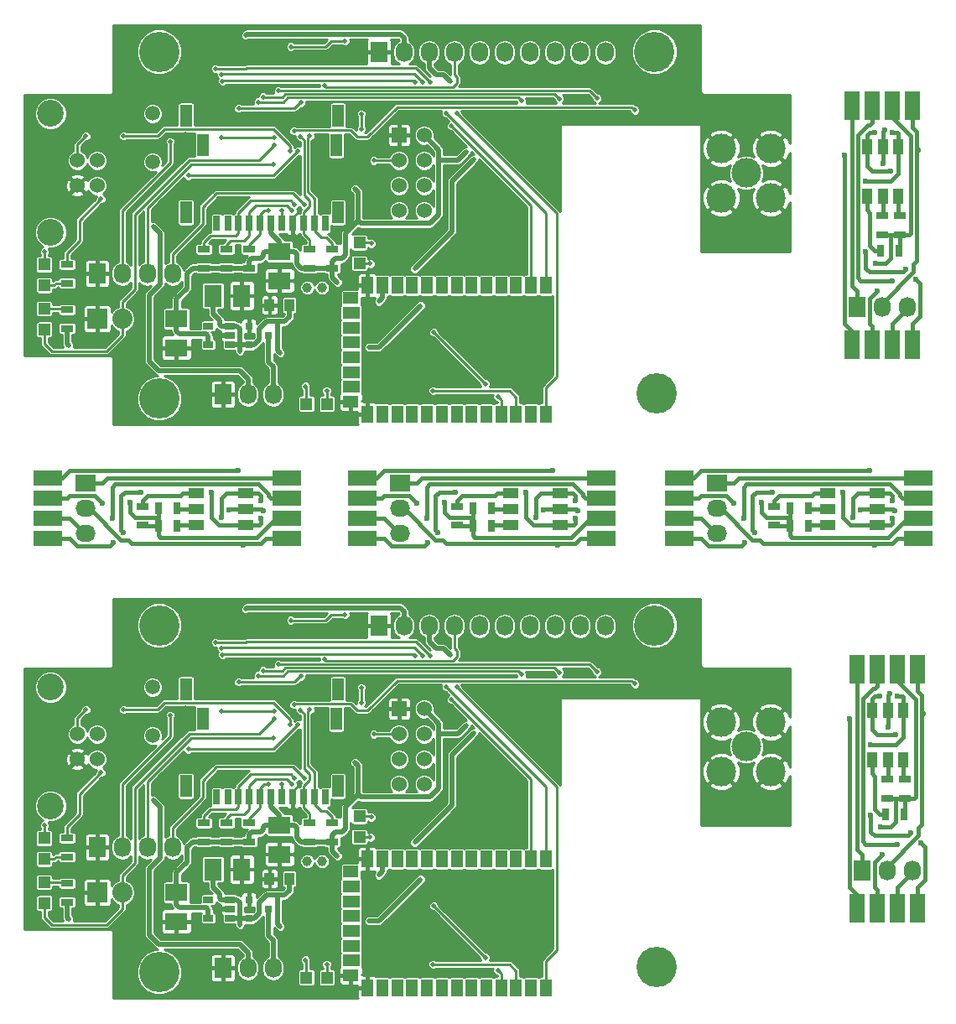
<source format=gtl>
G04 #@! TF.FileFunction,Copper,L1,Top,Signal*
%FSLAX46Y46*%
G04 Gerber Fmt 4.6, Leading zero omitted, Abs format (unit mm)*
G04 Created by KiCad (PCBNEW 4.0.4-stable) date Wed Nov 30 00:07:26 2016*
%MOMM*%
%LPD*%
G01*
G04 APERTURE LIST*
%ADD10C,0.100000*%
%ADD11R,1.524000X3.000000*%
%ADD12R,1.300000X0.700000*%
%ADD13R,0.700000X1.300000*%
%ADD14R,1.000000X1.600000*%
%ADD15R,1.727200X2.032000*%
%ADD16O,1.727200X2.032000*%
%ADD17R,3.000000X1.524000*%
%ADD18R,1.600000X1.000000*%
%ADD19R,2.032000X1.727200*%
%ADD20O,2.032000X1.727200*%
%ADD21R,1.198880X1.699260*%
%ADD22R,1.597660X1.198880*%
%ADD23R,1.699260X1.198880*%
%ADD24R,1.198880X1.198880*%
%ADD25R,2.032000X2.032000*%
%ADD26O,2.032000X2.032000*%
%ADD27C,4.064000*%
%ADD28C,1.000760*%
%ADD29C,1.501140*%
%ADD30R,1.060000X0.650000*%
%ADD31R,0.800100X0.800100*%
%ADD32C,1.524000*%
%ADD33C,2.700020*%
%ADD34R,1.524000X1.524000*%
%ADD35C,3.000000*%
%ADD36R,0.660400X1.574800*%
%ADD37R,1.168400X2.184400*%
%ADD38R,2.230000X1.800000*%
%ADD39R,1.800000X2.230000*%
%ADD40R,1.000000X1.250000*%
%ADD41C,0.600000*%
%ADD42C,0.500000*%
%ADD43C,0.400000*%
%ADD44C,0.500000*%
%ADD45C,0.250000*%
%ADD46C,0.254000*%
G04 APERTURE END LIST*
D10*
D11*
X142176500Y-92265500D03*
X140144500Y-92265500D03*
X138112500Y-92265500D03*
X136080500Y-92265500D03*
X136080500Y-116395500D03*
X138112500Y-116395500D03*
X140144500Y-116395500D03*
X142176500Y-116395500D03*
D12*
X140906500Y-105280500D03*
X140906500Y-103380500D03*
X139128500Y-105280500D03*
X139128500Y-103380500D03*
D13*
X140840500Y-106870500D03*
X138940500Y-106870500D03*
D14*
X137592000Y-101433000D03*
X139192000Y-101433000D03*
X140792000Y-101433000D03*
X137592000Y-96433000D03*
X139192000Y-96433000D03*
X140792000Y-96433000D03*
D15*
X136588500Y-112585500D03*
D16*
X139128500Y-112585500D03*
X141668500Y-112585500D03*
D15*
X136080500Y-55689500D03*
D16*
X138620500Y-55689500D03*
X141160500Y-55689500D03*
D14*
X137084000Y-44537000D03*
X138684000Y-44537000D03*
X140284000Y-44537000D03*
X137084000Y-39537000D03*
X138684000Y-39537000D03*
X140284000Y-39537000D03*
D13*
X140332500Y-49974500D03*
X138432500Y-49974500D03*
D12*
X138620500Y-48384500D03*
X138620500Y-46484500D03*
X140398500Y-48384500D03*
X140398500Y-46484500D03*
D11*
X135572500Y-59499500D03*
X137604500Y-59499500D03*
X139636500Y-59499500D03*
X141668500Y-59499500D03*
X141668500Y-35369500D03*
X139636500Y-35369500D03*
X137604500Y-35369500D03*
X135572500Y-35369500D03*
D17*
X142303500Y-79057500D03*
X142303500Y-77025500D03*
X142303500Y-74993500D03*
X142303500Y-72961500D03*
X118173500Y-72961500D03*
X118173500Y-74993500D03*
X118173500Y-77025500D03*
X118173500Y-79057500D03*
D13*
X129288500Y-77787500D03*
X131188500Y-77787500D03*
X129288500Y-76009500D03*
X131188500Y-76009500D03*
D12*
X127698500Y-77721500D03*
X127698500Y-75821500D03*
D18*
X133136000Y-74473000D03*
X133136000Y-76073000D03*
X133136000Y-77673000D03*
X138136000Y-74473000D03*
X138136000Y-76073000D03*
X138136000Y-77673000D03*
D19*
X121983500Y-73469500D03*
D20*
X121983500Y-76009500D03*
X121983500Y-78549500D03*
D19*
X89979500Y-73469500D03*
D20*
X89979500Y-76009500D03*
X89979500Y-78549500D03*
D18*
X101132000Y-74473000D03*
X101132000Y-76073000D03*
X101132000Y-77673000D03*
X106132000Y-74473000D03*
X106132000Y-76073000D03*
X106132000Y-77673000D03*
D12*
X95694500Y-77721500D03*
X95694500Y-75821500D03*
D13*
X97284500Y-76009500D03*
X99184500Y-76009500D03*
X97284500Y-77787500D03*
X99184500Y-77787500D03*
D17*
X86169500Y-72961500D03*
X86169500Y-74993500D03*
X86169500Y-77025500D03*
X86169500Y-79057500D03*
X110299500Y-79057500D03*
X110299500Y-77025500D03*
X110299500Y-74993500D03*
X110299500Y-72961500D03*
D21*
X89679780Y-111419640D03*
X88178640Y-111419640D03*
X86680040Y-111419640D03*
X91178380Y-111419640D03*
X92679520Y-111419640D03*
X94178120Y-111419640D03*
X95679260Y-111419640D03*
X97177860Y-111419640D03*
X98679000Y-111419640D03*
X100180140Y-111419640D03*
X101678740Y-111419640D03*
X103179880Y-111419640D03*
X104678480Y-111419640D03*
D22*
X84983320Y-112669320D03*
D23*
X85029040Y-114173000D03*
X85029040Y-115671600D03*
X85029040Y-117170200D03*
X85029040Y-118668800D03*
X85029040Y-120167400D03*
X85029040Y-121666000D03*
D22*
X84980780Y-123164600D03*
D21*
X86680040Y-124419360D03*
X88178640Y-124419360D03*
X89682320Y-124419360D03*
X91178380Y-124419360D03*
X92679520Y-124419360D03*
X94178120Y-124419360D03*
X95679260Y-124419360D03*
X97177860Y-124419360D03*
X98679000Y-124419360D03*
X100180140Y-124419360D03*
X101678740Y-124419360D03*
X103179880Y-124419360D03*
X104678480Y-124419360D03*
D24*
X85852000Y-109189520D03*
X85852000Y-107091480D03*
X82583020Y-123380500D03*
X80484980Y-123380500D03*
D25*
X59372500Y-114808000D03*
D26*
X61912500Y-114808000D03*
D12*
X56324500Y-115758000D03*
X56324500Y-113858000D03*
D24*
X54038500Y-113758980D03*
X54038500Y-115857020D03*
D27*
X115887500Y-122301000D03*
X65642500Y-122836000D03*
X115642500Y-87836000D03*
X65642500Y-87836000D03*
D28*
X82092800Y-111633000D03*
X80594200Y-111633000D03*
D29*
X64960500Y-94079060D03*
X64960500Y-98960940D03*
D30*
X72791500Y-117409000D03*
X72791500Y-116459000D03*
X72791500Y-115509000D03*
X70591500Y-115509000D03*
X70591500Y-117409000D03*
D12*
X56324500Y-109286000D03*
X56324500Y-111186000D03*
X70167500Y-109662000D03*
X70167500Y-107762000D03*
X72453500Y-109662000D03*
X72453500Y-107762000D03*
X74739500Y-109662000D03*
X74739500Y-107762000D03*
X80835500Y-109662000D03*
X80835500Y-107762000D03*
X83121500Y-109662000D03*
X83121500Y-107762000D03*
D31*
X74691240Y-115509000D03*
X74691240Y-117409000D03*
X76690220Y-116459000D03*
D32*
X59372500Y-98806000D03*
X59372500Y-101346000D03*
X57373520Y-101346000D03*
X57373520Y-98806000D03*
D33*
X54673500Y-94076520D03*
X54673500Y-106075480D03*
D34*
X89852500Y-96266000D03*
D32*
X92392500Y-96266000D03*
X89852500Y-98806000D03*
X92392500Y-98806000D03*
X89852500Y-101346000D03*
X92392500Y-101346000D03*
X89852500Y-103886000D03*
X92392500Y-103886000D03*
D35*
X122392500Y-102576000D03*
X122392500Y-97576000D03*
X124892500Y-100076000D03*
X127392500Y-97576000D03*
X127392500Y-102576000D03*
D15*
X72072500Y-122428000D03*
D16*
X74612500Y-122428000D03*
X77152500Y-122428000D03*
D15*
X59372500Y-110236000D03*
D16*
X61912500Y-110236000D03*
X64452500Y-110236000D03*
X66992500Y-110236000D03*
D36*
X71437500Y-105156000D03*
X73647300Y-105156000D03*
X74739500Y-105156000D03*
X75831700Y-105156000D03*
X76949300Y-105156000D03*
X78041500Y-105156000D03*
X79133700Y-105156000D03*
X80251300Y-105156000D03*
X81343500Y-105156000D03*
X72565260Y-105156000D03*
D37*
X70040500Y-97282000D03*
X83502500Y-97282000D03*
D36*
X82435700Y-105156000D03*
D37*
X83682500Y-94256000D03*
X68332500Y-94256000D03*
X83682500Y-104056000D03*
X68332500Y-104056000D03*
D24*
X54038500Y-109313980D03*
X54038500Y-111412020D03*
D38*
X77787500Y-110934000D03*
X77787500Y-108014000D03*
D39*
X73977000Y-112458500D03*
X71057000Y-112458500D03*
D40*
X78787500Y-113411000D03*
X76787500Y-113411000D03*
D38*
X67373500Y-117728500D03*
X67373500Y-114808500D03*
D15*
X87820500Y-87884000D03*
D16*
X90360500Y-87884000D03*
X92900500Y-87884000D03*
X95440500Y-87884000D03*
X97980500Y-87884000D03*
X100520500Y-87884000D03*
X103060500Y-87884000D03*
X105600500Y-87884000D03*
X108140500Y-87884000D03*
X110680500Y-87884000D03*
D15*
X87820500Y-29972000D03*
D16*
X90360500Y-29972000D03*
X92900500Y-29972000D03*
X95440500Y-29972000D03*
X97980500Y-29972000D03*
X100520500Y-29972000D03*
X103060500Y-29972000D03*
X105600500Y-29972000D03*
X108140500Y-29972000D03*
X110680500Y-29972000D03*
D38*
X67373500Y-59816500D03*
X67373500Y-56896500D03*
D40*
X78787500Y-55499000D03*
X76787500Y-55499000D03*
D39*
X73977000Y-54546500D03*
X71057000Y-54546500D03*
D38*
X77787500Y-53022000D03*
X77787500Y-50102000D03*
D24*
X54038500Y-51401980D03*
X54038500Y-53500020D03*
D36*
X71437500Y-47244000D03*
X73647300Y-47244000D03*
X74739500Y-47244000D03*
X75831700Y-47244000D03*
X76949300Y-47244000D03*
X78041500Y-47244000D03*
X79133700Y-47244000D03*
X80251300Y-47244000D03*
X81343500Y-47244000D03*
X72565260Y-47244000D03*
D37*
X70040500Y-39370000D03*
X83502500Y-39370000D03*
D36*
X82435700Y-47244000D03*
D37*
X83682500Y-36344000D03*
X68332500Y-36344000D03*
X83682500Y-46144000D03*
X68332500Y-46144000D03*
D15*
X59372500Y-52324000D03*
D16*
X61912500Y-52324000D03*
X64452500Y-52324000D03*
X66992500Y-52324000D03*
D15*
X72072500Y-64516000D03*
D16*
X74612500Y-64516000D03*
X77152500Y-64516000D03*
D34*
X89852500Y-38354000D03*
D32*
X92392500Y-38354000D03*
X89852500Y-40894000D03*
X92392500Y-40894000D03*
X89852500Y-43434000D03*
X92392500Y-43434000D03*
X89852500Y-45974000D03*
X92392500Y-45974000D03*
D35*
X122392500Y-44664000D03*
X122392500Y-39664000D03*
X124892500Y-42164000D03*
X127392500Y-39664000D03*
X127392500Y-44664000D03*
D32*
X59372500Y-40894000D03*
X59372500Y-43434000D03*
X57373520Y-43434000D03*
X57373520Y-40894000D03*
D33*
X54673500Y-36164520D03*
X54673500Y-48163480D03*
D31*
X74691240Y-57597000D03*
X74691240Y-59497000D03*
X76690220Y-58547000D03*
D12*
X83121500Y-51750000D03*
X83121500Y-49850000D03*
X80835500Y-51750000D03*
X80835500Y-49850000D03*
X74739500Y-51750000D03*
X74739500Y-49850000D03*
X72453500Y-51750000D03*
X72453500Y-49850000D03*
X70167500Y-51750000D03*
X70167500Y-49850000D03*
X56324500Y-51374000D03*
X56324500Y-53274000D03*
D30*
X72791500Y-59497000D03*
X72791500Y-58547000D03*
X72791500Y-57597000D03*
X70591500Y-57597000D03*
X70591500Y-59497000D03*
D29*
X64960500Y-36167060D03*
X64960500Y-41048940D03*
D28*
X82092800Y-53721000D03*
X80594200Y-53721000D03*
D27*
X65642500Y-29924000D03*
X115642500Y-29924000D03*
X65642500Y-64924000D03*
X115887500Y-64389000D03*
D24*
X54038500Y-55846980D03*
X54038500Y-57945020D03*
D12*
X56324500Y-57846000D03*
X56324500Y-55946000D03*
D25*
X59372500Y-56896000D03*
D26*
X61912500Y-56896000D03*
D24*
X82583020Y-65468500D03*
X80484980Y-65468500D03*
X85852000Y-51277520D03*
X85852000Y-49179480D03*
D21*
X89679780Y-53507640D03*
X88178640Y-53507640D03*
X86680040Y-53507640D03*
X91178380Y-53507640D03*
X92679520Y-53507640D03*
X94178120Y-53507640D03*
X95679260Y-53507640D03*
X97177860Y-53507640D03*
X98679000Y-53507640D03*
X100180140Y-53507640D03*
X101678740Y-53507640D03*
X103179880Y-53507640D03*
X104678480Y-53507640D03*
D22*
X84983320Y-54757320D03*
D23*
X85029040Y-56261000D03*
X85029040Y-57759600D03*
X85029040Y-59258200D03*
X85029040Y-60756800D03*
X85029040Y-62255400D03*
X85029040Y-63754000D03*
D22*
X84980780Y-65252600D03*
D21*
X86680040Y-66507360D03*
X88178640Y-66507360D03*
X89682320Y-66507360D03*
X91178380Y-66507360D03*
X92679520Y-66507360D03*
X94178120Y-66507360D03*
X95679260Y-66507360D03*
X97177860Y-66507360D03*
X98679000Y-66507360D03*
X100180140Y-66507360D03*
X101678740Y-66507360D03*
X103179880Y-66507360D03*
X104678480Y-66507360D03*
D17*
X78549500Y-79057500D03*
X78549500Y-77025500D03*
X78549500Y-74993500D03*
X78549500Y-72961500D03*
X54419500Y-72961500D03*
X54419500Y-74993500D03*
X54419500Y-77025500D03*
X54419500Y-79057500D03*
D13*
X65534500Y-77787500D03*
X67434500Y-77787500D03*
X65534500Y-76009500D03*
X67434500Y-76009500D03*
D12*
X63944500Y-77721500D03*
X63944500Y-75821500D03*
D18*
X69382000Y-74473000D03*
X69382000Y-76073000D03*
X69382000Y-77673000D03*
X74382000Y-74473000D03*
X74382000Y-76073000D03*
X74382000Y-77673000D03*
D19*
X58229500Y-73469500D03*
D20*
X58229500Y-76009500D03*
X58229500Y-78549500D03*
D41*
X135318500Y-97218500D03*
X142811500Y-96710500D03*
X142303500Y-39814500D03*
X134810500Y-40322500D03*
X137350500Y-72199500D03*
X137858500Y-79692500D03*
X105854500Y-79692500D03*
X105346500Y-72199500D03*
D42*
X68262500Y-96139000D03*
X85534500Y-99568000D03*
X57467500Y-93027500D03*
X57150000Y-96329500D03*
X52768500Y-96202500D03*
X58801000Y-117475000D03*
X52641500Y-114490500D03*
X54483000Y-103378000D03*
X71691500Y-116459000D03*
X59372500Y-112014000D03*
X81280000Y-110617000D03*
X79756000Y-106743500D03*
X78359000Y-116078000D03*
X63817500Y-104521000D03*
X61023500Y-104521000D03*
X73914000Y-86995000D03*
X76644500Y-87376000D03*
X79756000Y-103822500D03*
X124841000Y-94996000D03*
X119189500Y-93027500D03*
X127889000Y-93218000D03*
X115316000Y-94424500D03*
X119062500Y-89344500D03*
X91376500Y-107124500D03*
X96139000Y-109220000D03*
X99822000Y-104330500D03*
X101219000Y-109537500D03*
X103759000Y-114808000D03*
X103251000Y-121094500D03*
X97409000Y-116141500D03*
X62293500Y-86360000D03*
X70548500Y-88519000D03*
X62293500Y-90360500D03*
X68580000Y-86169500D03*
X68643500Y-108331000D03*
X68389500Y-101727000D03*
X65532000Y-103759000D03*
X59690000Y-107442000D03*
X102044500Y-97028000D03*
X107061000Y-92583000D03*
X103441500Y-92710000D03*
X89852500Y-119824500D03*
X81280000Y-88519000D03*
X108966000Y-94551500D03*
X94170500Y-86868000D03*
X101790500Y-86804500D03*
X112204500Y-86106000D03*
X109410500Y-86614000D03*
X106997500Y-86614000D03*
X106997500Y-28702000D03*
X109410500Y-28702000D03*
X112204500Y-28194000D03*
X101790500Y-28892500D03*
X94170500Y-28956000D03*
X108966000Y-36639500D03*
X81280000Y-30607000D03*
X89852500Y-61912500D03*
X103441500Y-34798000D03*
X107061000Y-34671000D03*
X102044500Y-39116000D03*
X59690000Y-49530000D03*
X65532000Y-45847000D03*
X68389500Y-43815000D03*
X68643500Y-50419000D03*
X68580000Y-28257500D03*
X62293500Y-32448500D03*
X70548500Y-30607000D03*
X62293500Y-28448000D03*
X97409000Y-58229500D03*
X103251000Y-63182500D03*
X103759000Y-56896000D03*
X101219000Y-51625500D03*
X99822000Y-46418500D03*
X96139000Y-51308000D03*
X91376500Y-49212500D03*
X119062500Y-31432500D03*
X115316000Y-36512500D03*
X127889000Y-35306000D03*
X119189500Y-35115500D03*
X124841000Y-37084000D03*
X79756000Y-45910500D03*
X76644500Y-29464000D03*
X73914000Y-29083000D03*
X61023500Y-46609000D03*
X63817500Y-46609000D03*
X78359000Y-58166000D03*
X79756000Y-48831500D03*
X81280000Y-52705000D03*
X59372500Y-54102000D03*
X71691500Y-58547000D03*
X54483000Y-45466000D03*
X52641500Y-56578500D03*
X58801000Y-59563000D03*
X52768500Y-38290500D03*
X57150000Y-38417500D03*
X57467500Y-35115500D03*
X85534500Y-41656000D03*
X68262500Y-38227000D03*
D41*
X73596500Y-72199500D03*
X74104500Y-79692500D03*
D42*
X87820500Y-113030000D03*
X83629500Y-111125000D03*
X85407500Y-101663500D03*
X94996000Y-90805000D03*
X96647000Y-97917000D03*
X96647000Y-40005000D03*
X94996000Y-32893000D03*
X85407500Y-43751500D03*
X83629500Y-53213000D03*
X87820500Y-55118000D03*
X56515000Y-117475000D03*
X73787000Y-118046500D03*
X86804500Y-117665500D03*
X77851000Y-118237000D03*
X91440000Y-109728000D03*
X92011500Y-113474500D03*
X97409000Y-98679000D03*
X74358500Y-86169500D03*
X74358500Y-28257500D03*
X97409000Y-40767000D03*
X92011500Y-55562500D03*
X91440000Y-51816000D03*
X77851000Y-60325000D03*
X86804500Y-59753500D03*
X73787000Y-60134500D03*
X56515000Y-59563000D03*
X65024000Y-105473500D03*
X65024000Y-47561500D03*
X54038500Y-108013500D03*
X54038500Y-50101500D03*
X79311500Y-103251000D03*
X79311500Y-45339000D03*
X79057500Y-103886000D03*
X79057500Y-45974000D03*
X76644500Y-103886000D03*
X76644500Y-45974000D03*
X78041500Y-103886000D03*
X78041500Y-45974000D03*
X79883000Y-96393000D03*
X79883000Y-38481000D03*
X80835500Y-96329500D03*
X80835500Y-38417500D03*
X66738500Y-96901000D03*
X66738500Y-38989000D03*
X77152500Y-99187000D03*
X77152500Y-41275000D03*
X80264000Y-103251000D03*
X80264000Y-45339000D03*
X87312500Y-98806000D03*
X87312500Y-40894000D03*
X86042500Y-94107000D03*
X86042500Y-95631000D03*
X86042500Y-37719000D03*
X86042500Y-36195000D03*
X79629000Y-97853500D03*
X68580000Y-100330000D03*
X68580000Y-42418000D03*
X79629000Y-39941500D03*
X58229500Y-96329500D03*
X78867000Y-97853500D03*
X62039500Y-96329500D03*
X62039500Y-38417500D03*
X78867000Y-39941500D03*
X58229500Y-38417500D03*
X73660000Y-93535500D03*
X79946500Y-92964000D03*
X82359500Y-91249500D03*
X82359500Y-33337500D03*
X79946500Y-35052000D03*
X73660000Y-35623500D03*
X75628500Y-92900500D03*
X102235000Y-92773500D03*
X102235000Y-34861500D03*
X75628500Y-34988500D03*
X76136500Y-92392500D03*
X106045000Y-92583000D03*
X106045000Y-34671000D03*
X76136500Y-34480500D03*
X109855000Y-92519500D03*
X77660500Y-91757500D03*
X77660500Y-33845500D03*
X109855000Y-34607500D03*
X71945500Y-96520000D03*
X77216000Y-96520000D03*
X79248000Y-95821500D03*
X113665000Y-93726000D03*
X113665000Y-35814000D03*
X79248000Y-37909500D03*
X77216000Y-38608000D03*
X71945500Y-38608000D03*
X59753500Y-102679500D03*
X59753500Y-44767500D03*
X77216000Y-97282000D03*
X77216000Y-39370000D03*
X93281500Y-122047000D03*
X82550000Y-122047000D03*
X82550000Y-64135000D03*
X93281500Y-64135000D03*
X80391000Y-121602500D03*
X80391000Y-63690500D03*
X99822000Y-122618500D03*
X98552000Y-121348500D03*
X93345000Y-116141500D03*
X86931500Y-109220000D03*
X86931500Y-51308000D03*
X93345000Y-58229500D03*
X98552000Y-63436500D03*
X99822000Y-64706500D03*
X87058500Y-107188000D03*
X87058500Y-49276000D03*
X71310500Y-89535000D03*
X92964000Y-90868500D03*
X95694500Y-94043500D03*
X95694500Y-36131500D03*
X92964000Y-32956500D03*
X71310500Y-31623000D03*
X71945500Y-90106500D03*
X92202000Y-90868500D03*
X95123000Y-95313500D03*
X95123000Y-37401500D03*
X92202000Y-32956500D03*
X71945500Y-32194500D03*
X72009000Y-90805000D03*
X91440000Y-90868500D03*
X94615000Y-94043500D03*
X94615000Y-36131500D03*
X91440000Y-32956500D03*
X72009000Y-32893000D03*
X78930500Y-87312500D03*
X84391500Y-86741000D03*
X84391500Y-28829000D03*
X78930500Y-29400500D03*
D41*
X138493500Y-108140500D03*
X138620500Y-110934500D03*
X138112500Y-54038500D03*
X137985500Y-51244500D03*
X126428500Y-75374500D03*
X123634500Y-75501500D03*
X91630500Y-75501500D03*
X94424500Y-75374500D03*
X62674500Y-75374500D03*
X59880500Y-75501500D03*
X140144500Y-109918500D03*
X139636500Y-53022500D03*
X124650500Y-77025500D03*
X92646500Y-77025500D03*
X60896500Y-77025500D03*
X137477500Y-106997500D03*
X142557500Y-109791500D03*
X141541500Y-108775500D03*
X141033500Y-51879500D03*
X142049500Y-52895500D03*
X136969500Y-50101500D03*
X127571500Y-74358500D03*
X124777500Y-79438500D03*
X125793500Y-78422500D03*
X93789500Y-78422500D03*
X92773500Y-79438500D03*
X95567500Y-74358500D03*
X63817500Y-74358500D03*
X61023500Y-79438500D03*
X62039500Y-78422500D03*
X140017500Y-98869500D03*
X138366500Y-94932500D03*
X137858500Y-38036500D03*
X139509500Y-41973500D03*
X135699500Y-76898500D03*
X139636500Y-75247500D03*
X107632500Y-75247500D03*
X103695500Y-76898500D03*
X71945500Y-76898500D03*
X75882500Y-75247500D03*
X139255500Y-98107500D03*
X139382500Y-94678500D03*
X138874500Y-37782500D03*
X138747500Y-41211500D03*
X136461500Y-76136500D03*
X139890500Y-76263500D03*
X107886500Y-76263500D03*
X104457500Y-76136500D03*
X72707500Y-76136500D03*
X76136500Y-76263500D03*
X137477500Y-99885500D03*
X140144500Y-94932500D03*
X139636500Y-38036500D03*
X136969500Y-42989500D03*
X134683500Y-74358500D03*
X139636500Y-77025500D03*
X107632500Y-77025500D03*
X102679500Y-74358500D03*
X70929500Y-74358500D03*
X75882500Y-77025500D03*
D43*
X136080500Y-116395500D02*
X136080500Y-114998500D01*
X136080500Y-114998500D02*
X135318500Y-114236500D01*
X135318500Y-114236500D02*
X135318500Y-97218500D01*
X142811500Y-96710500D02*
X142649502Y-96548502D01*
X142649502Y-96548502D02*
X142649502Y-96329500D01*
X139128500Y-112585500D02*
X139128500Y-112204500D01*
X139128500Y-112204500D02*
X142303500Y-109029500D01*
X142303500Y-109029500D02*
X142303500Y-108267500D01*
X142176500Y-92265500D02*
X142176500Y-94424500D01*
X142649502Y-107921498D02*
X142303500Y-108267500D01*
X142649502Y-94897502D02*
X142649502Y-96329500D01*
X142649502Y-96329500D02*
X142649502Y-107921498D01*
X142176500Y-94424500D02*
X142649502Y-94897502D01*
X141668500Y-37528500D02*
X142141502Y-38001502D01*
X142141502Y-39433500D02*
X142141502Y-51025498D01*
X142141502Y-38001502D02*
X142141502Y-39433500D01*
X142141502Y-51025498D02*
X141795500Y-51371500D01*
X141668500Y-35369500D02*
X141668500Y-37528500D01*
X141795500Y-52133500D02*
X141795500Y-51371500D01*
X138620500Y-55308500D02*
X141795500Y-52133500D01*
X138620500Y-55689500D02*
X138620500Y-55308500D01*
X142141502Y-39652502D02*
X142141502Y-39433500D01*
X142303500Y-39814500D02*
X142141502Y-39652502D01*
X134810500Y-57340500D02*
X134810500Y-40322500D01*
X135572500Y-58102500D02*
X134810500Y-57340500D01*
X135572500Y-59499500D02*
X135572500Y-58102500D01*
X118173500Y-72961500D02*
X119570500Y-72961500D01*
X119570500Y-72961500D02*
X120332500Y-72199500D01*
X120332500Y-72199500D02*
X137350500Y-72199500D01*
X137858500Y-79692500D02*
X138020498Y-79530502D01*
X138020498Y-79530502D02*
X138239500Y-79530502D01*
X121983500Y-76009500D02*
X122364500Y-76009500D01*
X122364500Y-76009500D02*
X125539500Y-79184500D01*
X125539500Y-79184500D02*
X126301500Y-79184500D01*
X142303500Y-79057500D02*
X140144500Y-79057500D01*
X126647502Y-79530502D02*
X126301500Y-79184500D01*
X139671498Y-79530502D02*
X138239500Y-79530502D01*
X138239500Y-79530502D02*
X126647502Y-79530502D01*
X140144500Y-79057500D02*
X139671498Y-79530502D01*
X108140500Y-79057500D02*
X107667498Y-79530502D01*
X106235500Y-79530502D02*
X94643502Y-79530502D01*
X107667498Y-79530502D02*
X106235500Y-79530502D01*
X94643502Y-79530502D02*
X94297500Y-79184500D01*
X110299500Y-79057500D02*
X108140500Y-79057500D01*
X93535500Y-79184500D02*
X94297500Y-79184500D01*
X90360500Y-76009500D02*
X93535500Y-79184500D01*
X89979500Y-76009500D02*
X90360500Y-76009500D01*
X106016498Y-79530502D02*
X106235500Y-79530502D01*
X105854500Y-79692500D02*
X106016498Y-79530502D01*
X88328500Y-72199500D02*
X105346500Y-72199500D01*
X87566500Y-72961500D02*
X88328500Y-72199500D01*
X86169500Y-72961500D02*
X87566500Y-72961500D01*
D44*
X72791500Y-116459000D02*
X71691500Y-116459000D01*
D45*
X79312000Y-110934000D02*
X77787500Y-110934000D01*
X79629000Y-110617000D02*
X81280000Y-110617000D01*
X79312000Y-110934000D02*
X79629000Y-110617000D01*
X79133700Y-106121200D02*
X79756000Y-106743500D01*
X79133700Y-105156000D02*
X79133700Y-106121200D01*
X79756000Y-103949500D02*
X79756000Y-103822500D01*
X79133700Y-104571800D02*
X79756000Y-103949500D01*
X79133700Y-105156000D02*
X79133700Y-104571800D01*
X59690000Y-107442000D02*
X59690000Y-107378500D01*
X109918500Y-86106000D02*
X112204500Y-86106000D01*
X106997500Y-86614000D02*
X109410500Y-86614000D01*
X109410500Y-86614000D02*
X109918500Y-86106000D01*
X109410500Y-28702000D02*
X109918500Y-28194000D01*
X106997500Y-28702000D02*
X109410500Y-28702000D01*
X109918500Y-28194000D02*
X112204500Y-28194000D01*
X59690000Y-49530000D02*
X59690000Y-49466500D01*
X79133700Y-47244000D02*
X79133700Y-46659800D01*
X79133700Y-46659800D02*
X79756000Y-46037500D01*
X79756000Y-46037500D02*
X79756000Y-45910500D01*
X79133700Y-47244000D02*
X79133700Y-48209200D01*
X79133700Y-48209200D02*
X79756000Y-48831500D01*
X79312000Y-53022000D02*
X79629000Y-52705000D01*
X79629000Y-52705000D02*
X81280000Y-52705000D01*
X79312000Y-53022000D02*
X77787500Y-53022000D01*
D44*
X72791500Y-58547000D02*
X71691500Y-58547000D01*
D43*
X54419500Y-72961500D02*
X55816500Y-72961500D01*
X55816500Y-72961500D02*
X56578500Y-72199500D01*
X56578500Y-72199500D02*
X73596500Y-72199500D01*
X74104500Y-79692500D02*
X74266498Y-79530502D01*
X74266498Y-79530502D02*
X74485500Y-79530502D01*
X58229500Y-76009500D02*
X58610500Y-76009500D01*
X58610500Y-76009500D02*
X61785500Y-79184500D01*
X61785500Y-79184500D02*
X62547500Y-79184500D01*
X78549500Y-79057500D02*
X76390500Y-79057500D01*
X62893502Y-79530502D02*
X62547500Y-79184500D01*
X75917498Y-79530502D02*
X74485500Y-79530502D01*
X74485500Y-79530502D02*
X62893502Y-79530502D01*
X76390500Y-79057500D02*
X75917498Y-79530502D01*
D45*
X77470500Y-108331000D02*
X77787500Y-108014000D01*
D44*
X77787500Y-106997500D02*
X77787500Y-108014000D01*
X76949300Y-106159300D02*
X77787500Y-106997500D01*
X76949300Y-105156000D02*
X76949300Y-106159300D01*
X76326500Y-108014000D02*
X77787500Y-108014000D01*
X76136500Y-108204000D02*
X76326500Y-108014000D01*
X76136500Y-108458000D02*
X76136500Y-108204000D01*
X75882500Y-108712000D02*
X76136500Y-108458000D01*
X74993500Y-108712000D02*
X75882500Y-108712000D01*
X74739500Y-108966000D02*
X74993500Y-108712000D01*
X74739500Y-109662000D02*
X74739500Y-108966000D01*
X70591500Y-116543000D02*
X70380500Y-116332000D01*
X70380500Y-116332000D02*
X67691000Y-116332000D01*
X67691000Y-116332000D02*
X67373500Y-116014500D01*
X67373500Y-116014500D02*
X67373500Y-114808500D01*
X70591500Y-117409000D02*
X70591500Y-116543000D01*
X67373500Y-112776000D02*
X68453000Y-111696500D01*
X68453000Y-111696500D02*
X68453000Y-110236000D01*
X68453000Y-110236000D02*
X69027000Y-109662000D01*
X69027000Y-109662000D02*
X70167500Y-109662000D01*
X67373500Y-114808500D02*
X67373500Y-112776000D01*
X70167500Y-109662000D02*
X72453500Y-109662000D01*
X72453500Y-109662000D02*
X74739500Y-109662000D01*
X80835500Y-109662000D02*
X83121500Y-109662000D01*
X88178640Y-112671860D02*
X87820500Y-113030000D01*
X83629500Y-111125000D02*
X83121500Y-110617000D01*
X83121500Y-110617000D02*
X83121500Y-109662000D01*
X88178640Y-111419640D02*
X88178640Y-112671860D01*
X83121500Y-109029500D02*
X83439000Y-108712000D01*
X83439000Y-108712000D02*
X84074000Y-108712000D01*
X84074000Y-108712000D02*
X84455000Y-108331000D01*
X84455000Y-108331000D02*
X84455000Y-106172000D01*
X84455000Y-106172000D02*
X85725000Y-104902000D01*
X85725000Y-104902000D02*
X85725000Y-101981000D01*
X85725000Y-101981000D02*
X85407500Y-101663500D01*
X83121500Y-109662000D02*
X83121500Y-109029500D01*
X93853000Y-98742500D02*
X93853000Y-104267000D01*
X93853000Y-97726500D02*
X93853000Y-98742500D01*
X93853000Y-104267000D02*
X92964000Y-105156000D01*
X92964000Y-105156000D02*
X85979000Y-105156000D01*
X85979000Y-105156000D02*
X85725000Y-104902000D01*
X92392500Y-96266000D02*
X93853000Y-97726500D01*
X79944000Y-109662000D02*
X80835500Y-109662000D01*
X79565500Y-109283500D02*
X79944000Y-109662000D01*
X79565500Y-108268500D02*
X79565500Y-109283500D01*
X79311000Y-108014000D02*
X79565500Y-108268500D01*
X77787500Y-108014000D02*
X79311000Y-108014000D01*
X94996000Y-90805000D02*
X94361000Y-90170000D01*
X94361000Y-90170000D02*
X93599000Y-90170000D01*
X93599000Y-90170000D02*
X92900500Y-89471500D01*
X92900500Y-89471500D02*
X92900500Y-87884000D01*
X93853000Y-98742500D02*
X95821500Y-98742500D01*
X95821500Y-98742500D02*
X96647000Y-97917000D01*
X95821500Y-40830500D02*
X96647000Y-40005000D01*
X93853000Y-40830500D02*
X95821500Y-40830500D01*
X92900500Y-31559500D02*
X92900500Y-29972000D01*
X93599000Y-32258000D02*
X92900500Y-31559500D01*
X94361000Y-32258000D02*
X93599000Y-32258000D01*
X94996000Y-32893000D02*
X94361000Y-32258000D01*
X77787500Y-50102000D02*
X79311000Y-50102000D01*
X79311000Y-50102000D02*
X79565500Y-50356500D01*
X79565500Y-50356500D02*
X79565500Y-51371500D01*
X79565500Y-51371500D02*
X79944000Y-51750000D01*
X79944000Y-51750000D02*
X80835500Y-51750000D01*
X92392500Y-38354000D02*
X93853000Y-39814500D01*
X85979000Y-47244000D02*
X85725000Y-46990000D01*
X92964000Y-47244000D02*
X85979000Y-47244000D01*
X93853000Y-46355000D02*
X92964000Y-47244000D01*
X93853000Y-39814500D02*
X93853000Y-40830500D01*
X93853000Y-40830500D02*
X93853000Y-46355000D01*
X83121500Y-51750000D02*
X83121500Y-51117500D01*
X85725000Y-44069000D02*
X85407500Y-43751500D01*
X85725000Y-46990000D02*
X85725000Y-44069000D01*
X84455000Y-48260000D02*
X85725000Y-46990000D01*
X84455000Y-50419000D02*
X84455000Y-48260000D01*
X84074000Y-50800000D02*
X84455000Y-50419000D01*
X83439000Y-50800000D02*
X84074000Y-50800000D01*
X83121500Y-51117500D02*
X83439000Y-50800000D01*
X88178640Y-53507640D02*
X88178640Y-54759860D01*
X83121500Y-52705000D02*
X83121500Y-51750000D01*
X83629500Y-53213000D02*
X83121500Y-52705000D01*
X88178640Y-54759860D02*
X87820500Y-55118000D01*
X80835500Y-51750000D02*
X83121500Y-51750000D01*
X72453500Y-51750000D02*
X74739500Y-51750000D01*
X70167500Y-51750000D02*
X72453500Y-51750000D01*
X67373500Y-56896500D02*
X67373500Y-54864000D01*
X69027000Y-51750000D02*
X70167500Y-51750000D01*
X68453000Y-52324000D02*
X69027000Y-51750000D01*
X68453000Y-53784500D02*
X68453000Y-52324000D01*
X67373500Y-54864000D02*
X68453000Y-53784500D01*
X70591500Y-59497000D02*
X70591500Y-58631000D01*
X67373500Y-58102500D02*
X67373500Y-56896500D01*
X67691000Y-58420000D02*
X67373500Y-58102500D01*
X70380500Y-58420000D02*
X67691000Y-58420000D01*
X70591500Y-58631000D02*
X70380500Y-58420000D01*
X74739500Y-51750000D02*
X74739500Y-51054000D01*
X74739500Y-51054000D02*
X74993500Y-50800000D01*
X74993500Y-50800000D02*
X75882500Y-50800000D01*
X75882500Y-50800000D02*
X76136500Y-50546000D01*
X76136500Y-50546000D02*
X76136500Y-50292000D01*
X76136500Y-50292000D02*
X76326500Y-50102000D01*
X76326500Y-50102000D02*
X77787500Y-50102000D01*
X76949300Y-47244000D02*
X76949300Y-48247300D01*
X76949300Y-48247300D02*
X77787500Y-49085500D01*
X77787500Y-49085500D02*
X77787500Y-50102000D01*
D45*
X77470500Y-50419000D02*
X77787500Y-50102000D01*
D44*
X73787000Y-117409000D02*
X72791500Y-117409000D01*
X74691240Y-117409000D02*
X73787000Y-117409000D01*
X73472000Y-115509000D02*
X73787000Y-115824000D01*
X73787000Y-115824000D02*
X73787000Y-117409000D01*
X72791500Y-115509000D02*
X73472000Y-115509000D01*
X71884500Y-115509000D02*
X71755000Y-115379500D01*
X71755000Y-115379500D02*
X71755000Y-114935000D01*
X71755000Y-114935000D02*
X71057000Y-114237000D01*
X71057000Y-114237000D02*
X71057000Y-112458500D01*
X72791500Y-115509000D02*
X71884500Y-115509000D01*
X56324500Y-117284500D02*
X56515000Y-117475000D01*
X73787000Y-118046500D02*
X73787000Y-117409000D01*
X56324500Y-115758000D02*
X56324500Y-117284500D01*
X78295500Y-115062000D02*
X78787500Y-114570000D01*
X77597000Y-115062000D02*
X78295500Y-115062000D01*
X78787500Y-114570000D02*
X78787500Y-113411000D01*
X76517500Y-115062000D02*
X77597000Y-115062000D01*
X75755500Y-115824000D02*
X76517500Y-115062000D01*
X75755500Y-116903500D02*
X75755500Y-115824000D01*
X75250000Y-117409000D02*
X75755500Y-116903500D01*
X74691240Y-117409000D02*
X75250000Y-117409000D01*
X77851000Y-118237000D02*
X77597000Y-117983000D01*
X95186500Y-105981500D02*
X91440000Y-109728000D01*
X92011500Y-113474500D02*
X87820500Y-117665500D01*
X87820500Y-117665500D02*
X86804500Y-117665500D01*
X97409000Y-98679000D02*
X95186500Y-100901500D01*
X95186500Y-100901500D02*
X95186500Y-105981500D01*
X77597000Y-117983000D02*
X77597000Y-115062000D01*
X89979500Y-86042500D02*
X90360500Y-86423500D01*
X90360500Y-86423500D02*
X90360500Y-87884000D01*
X74485500Y-86042500D02*
X76771500Y-86042500D01*
X74358500Y-86169500D02*
X74485500Y-86042500D01*
X79565500Y-86042500D02*
X83947000Y-86042500D01*
X76771500Y-86042500D02*
X79565500Y-86042500D01*
X83947000Y-86042500D02*
X89979500Y-86042500D01*
X83947000Y-28130500D02*
X89979500Y-28130500D01*
X76771500Y-28130500D02*
X79565500Y-28130500D01*
X79565500Y-28130500D02*
X83947000Y-28130500D01*
X74358500Y-28257500D02*
X74485500Y-28130500D01*
X74485500Y-28130500D02*
X76771500Y-28130500D01*
X90360500Y-28511500D02*
X90360500Y-29972000D01*
X89979500Y-28130500D02*
X90360500Y-28511500D01*
X77597000Y-60071000D02*
X77597000Y-57150000D01*
X95186500Y-42989500D02*
X95186500Y-48069500D01*
X97409000Y-40767000D02*
X95186500Y-42989500D01*
X87820500Y-59753500D02*
X86804500Y-59753500D01*
X92011500Y-55562500D02*
X87820500Y-59753500D01*
X95186500Y-48069500D02*
X91440000Y-51816000D01*
X77851000Y-60325000D02*
X77597000Y-60071000D01*
X74691240Y-59497000D02*
X75250000Y-59497000D01*
X75250000Y-59497000D02*
X75755500Y-58991500D01*
X75755500Y-58991500D02*
X75755500Y-57912000D01*
X75755500Y-57912000D02*
X76517500Y-57150000D01*
X76517500Y-57150000D02*
X77597000Y-57150000D01*
X78787500Y-56658000D02*
X78787500Y-55499000D01*
X77597000Y-57150000D02*
X78295500Y-57150000D01*
X78295500Y-57150000D02*
X78787500Y-56658000D01*
X56324500Y-57846000D02*
X56324500Y-59372500D01*
X73787000Y-60134500D02*
X73787000Y-59497000D01*
X56324500Y-59372500D02*
X56515000Y-59563000D01*
X72791500Y-57597000D02*
X71884500Y-57597000D01*
X71057000Y-56325000D02*
X71057000Y-54546500D01*
X71755000Y-57023000D02*
X71057000Y-56325000D01*
X71755000Y-57467500D02*
X71755000Y-57023000D01*
X71884500Y-57597000D02*
X71755000Y-57467500D01*
X72791500Y-57597000D02*
X73472000Y-57597000D01*
X73787000Y-57912000D02*
X73787000Y-59497000D01*
X73472000Y-57597000D02*
X73787000Y-57912000D01*
X74691240Y-59497000D02*
X73787000Y-59497000D01*
X73787000Y-59497000D02*
X72791500Y-59497000D01*
X74612500Y-120840500D02*
X73787000Y-120015000D01*
X73787000Y-120015000D02*
X65595500Y-120015000D01*
X65595500Y-120015000D02*
X64643000Y-119062500D01*
X64643000Y-119062500D02*
X64643000Y-112395000D01*
X64643000Y-112395000D02*
X65722500Y-111315500D01*
X65722500Y-111315500D02*
X65722500Y-106172000D01*
X65722500Y-106172000D02*
X65024000Y-105473500D01*
X74612500Y-122428000D02*
X74612500Y-120840500D01*
X74612500Y-64516000D02*
X74612500Y-62928500D01*
X65722500Y-48260000D02*
X65024000Y-47561500D01*
X65722500Y-53403500D02*
X65722500Y-48260000D01*
X64643000Y-54483000D02*
X65722500Y-53403500D01*
X64643000Y-61150500D02*
X64643000Y-54483000D01*
X65595500Y-62103000D02*
X64643000Y-61150500D01*
X73787000Y-62103000D02*
X65595500Y-62103000D01*
X74612500Y-62928500D02*
X73787000Y-62103000D01*
D45*
X54038500Y-108013500D02*
X54038500Y-109313980D01*
X54038500Y-50101500D02*
X54038500Y-51401980D01*
X55021480Y-111412020D02*
X55247500Y-111186000D01*
X55247500Y-111186000D02*
X56324500Y-111186000D01*
X54038500Y-111412020D02*
X55021480Y-111412020D01*
X54038500Y-53500020D02*
X55021480Y-53500020D01*
X55247500Y-53274000D02*
X56324500Y-53274000D01*
X55021480Y-53500020D02*
X55247500Y-53274000D01*
X73647300Y-106121200D02*
X73342500Y-106426000D01*
X73342500Y-106426000D02*
X70802500Y-106426000D01*
X70802500Y-106426000D02*
X70167500Y-107061000D01*
X70167500Y-107061000D02*
X70167500Y-107762000D01*
X73647300Y-105156000D02*
X73647300Y-106121200D01*
X73647300Y-104089200D02*
X74866500Y-102870000D01*
X74866500Y-102870000D02*
X78930500Y-102870000D01*
X78930500Y-102870000D02*
X79311500Y-103251000D01*
X73647300Y-105156000D02*
X73647300Y-104089200D01*
X73647300Y-47244000D02*
X73647300Y-46177200D01*
X78930500Y-44958000D02*
X79311500Y-45339000D01*
X74866500Y-44958000D02*
X78930500Y-44958000D01*
X73647300Y-46177200D02*
X74866500Y-44958000D01*
X73647300Y-47244000D02*
X73647300Y-48209200D01*
X70167500Y-49149000D02*
X70167500Y-49850000D01*
X70802500Y-48514000D02*
X70167500Y-49149000D01*
X73342500Y-48514000D02*
X70802500Y-48514000D01*
X73647300Y-48209200D02*
X73342500Y-48514000D01*
X74739500Y-106426000D02*
X74231500Y-106934000D01*
X74231500Y-106934000D02*
X72834500Y-106934000D01*
X72834500Y-106934000D02*
X72453500Y-107315000D01*
X72453500Y-107315000D02*
X72453500Y-107762000D01*
X74739500Y-105156000D02*
X74739500Y-106426000D01*
X79057500Y-103886000D02*
X78549500Y-103378000D01*
X78549500Y-103378000D02*
X75374500Y-103378000D01*
X75374500Y-103378000D02*
X74739500Y-104013000D01*
X74739500Y-104013000D02*
X74739500Y-105156000D01*
X74739500Y-46101000D02*
X74739500Y-47244000D01*
X75374500Y-45466000D02*
X74739500Y-46101000D01*
X78549500Y-45466000D02*
X75374500Y-45466000D01*
X79057500Y-45974000D02*
X78549500Y-45466000D01*
X74739500Y-47244000D02*
X74739500Y-48514000D01*
X72453500Y-49403000D02*
X72453500Y-49850000D01*
X72834500Y-49022000D02*
X72453500Y-49403000D01*
X74231500Y-49022000D02*
X72834500Y-49022000D01*
X74739500Y-48514000D02*
X74231500Y-49022000D01*
X75831700Y-106222800D02*
X74739500Y-107315000D01*
X74739500Y-107315000D02*
X74739500Y-107762000D01*
X75831700Y-105156000D02*
X75831700Y-106222800D01*
X75831700Y-104317800D02*
X76263500Y-103886000D01*
X76263500Y-103886000D02*
X76644500Y-103886000D01*
X75831700Y-105156000D02*
X75831700Y-104317800D01*
X75831700Y-47244000D02*
X75831700Y-46405800D01*
X76263500Y-45974000D02*
X76644500Y-45974000D01*
X75831700Y-46405800D02*
X76263500Y-45974000D01*
X75831700Y-47244000D02*
X75831700Y-48310800D01*
X74739500Y-49403000D02*
X74739500Y-49850000D01*
X75831700Y-48310800D02*
X74739500Y-49403000D01*
X78041500Y-103886000D02*
X78041500Y-105156000D01*
X78041500Y-45974000D02*
X78041500Y-47244000D01*
X80251300Y-106222800D02*
X80835500Y-106807000D01*
X80835500Y-106807000D02*
X80835500Y-107762000D01*
X80251300Y-105156000D02*
X80251300Y-106222800D01*
X80251300Y-104025700D02*
X80327500Y-103949500D01*
X80835500Y-103441500D02*
X80327500Y-103949500D01*
X80835500Y-102870000D02*
X80835500Y-103441500D01*
X80264000Y-102298500D02*
X80835500Y-102870000D01*
X80264000Y-96774000D02*
X80264000Y-102298500D01*
X79883000Y-96393000D02*
X80264000Y-96774000D01*
X80251300Y-105156000D02*
X80251300Y-104025700D01*
X80251300Y-47244000D02*
X80251300Y-46113700D01*
X79883000Y-38481000D02*
X80264000Y-38862000D01*
X80264000Y-38862000D02*
X80264000Y-44386500D01*
X80264000Y-44386500D02*
X80835500Y-44958000D01*
X80835500Y-44958000D02*
X80835500Y-45529500D01*
X80835500Y-45529500D02*
X80327500Y-46037500D01*
X80251300Y-46113700D02*
X80327500Y-46037500D01*
X80251300Y-47244000D02*
X80251300Y-48310800D01*
X80835500Y-48895000D02*
X80835500Y-49850000D01*
X80251300Y-48310800D02*
X80835500Y-48895000D01*
X83121500Y-107188000D02*
X83121500Y-107762000D01*
X82486500Y-106553000D02*
X83121500Y-107188000D01*
X81978500Y-106553000D02*
X82486500Y-106553000D01*
X81343500Y-105918000D02*
X81978500Y-106553000D01*
X81343500Y-105156000D02*
X81343500Y-105918000D01*
X81343500Y-102679500D02*
X80614002Y-101950002D01*
X80614002Y-101950002D02*
X80614002Y-96550998D01*
X80614002Y-96550998D02*
X80835500Y-96329500D01*
X81343500Y-105156000D02*
X81343500Y-102679500D01*
X81343500Y-47244000D02*
X81343500Y-44767500D01*
X80614002Y-38638998D02*
X80835500Y-38417500D01*
X80614002Y-44038002D02*
X80614002Y-38638998D01*
X81343500Y-44767500D02*
X80614002Y-44038002D01*
X81343500Y-47244000D02*
X81343500Y-48006000D01*
X81343500Y-48006000D02*
X81978500Y-48641000D01*
X81978500Y-48641000D02*
X82486500Y-48641000D01*
X82486500Y-48641000D02*
X83121500Y-49276000D01*
X83121500Y-49276000D02*
X83121500Y-49850000D01*
X66738500Y-99060000D02*
X66738500Y-96901000D01*
X61912500Y-103886000D02*
X66738500Y-99060000D01*
X61912500Y-110236000D02*
X61912500Y-103886000D01*
X61912500Y-52324000D02*
X61912500Y-45974000D01*
X61912500Y-45974000D02*
X66738500Y-41148000D01*
X66738500Y-41148000D02*
X66738500Y-38989000D01*
X68897500Y-99187000D02*
X77152500Y-99187000D01*
X64452500Y-103632000D02*
X68897500Y-99187000D01*
X64452500Y-110236000D02*
X64452500Y-103632000D01*
X64452500Y-52324000D02*
X64452500Y-45720000D01*
X64452500Y-45720000D02*
X68897500Y-41275000D01*
X68897500Y-41275000D02*
X77152500Y-41275000D01*
X79121000Y-102108000D02*
X80264000Y-103251000D01*
X71437500Y-102108000D02*
X79121000Y-102108000D01*
X70040500Y-103505000D02*
X71437500Y-102108000D01*
X70040500Y-105219500D02*
X70040500Y-103505000D01*
X66992500Y-108267500D02*
X70040500Y-105219500D01*
X66992500Y-110236000D02*
X66992500Y-108267500D01*
X66992500Y-52324000D02*
X66992500Y-50355500D01*
X66992500Y-50355500D02*
X70040500Y-47307500D01*
X70040500Y-47307500D02*
X70040500Y-45593000D01*
X70040500Y-45593000D02*
X71437500Y-44196000D01*
X71437500Y-44196000D02*
X79121000Y-44196000D01*
X79121000Y-44196000D02*
X80264000Y-45339000D01*
D44*
X76690220Y-119171720D02*
X77152500Y-119634000D01*
X77152500Y-119634000D02*
X77152500Y-122428000D01*
X76690220Y-116459000D02*
X76690220Y-119171720D01*
X76690220Y-58547000D02*
X76690220Y-61259720D01*
X77152500Y-61722000D02*
X77152500Y-64516000D01*
X76690220Y-61259720D02*
X77152500Y-61722000D01*
D45*
X89852500Y-98806000D02*
X87312500Y-98806000D01*
X89852500Y-40894000D02*
X87312500Y-40894000D01*
X86042500Y-94107000D02*
X86042500Y-95631000D01*
X86042500Y-36195000D02*
X86042500Y-37719000D01*
X79629000Y-97853500D02*
X77152500Y-100330000D01*
X77152500Y-100330000D02*
X68580000Y-100330000D01*
X77152500Y-42418000D02*
X68580000Y-42418000D01*
X79629000Y-39941500D02*
X77152500Y-42418000D01*
X57373520Y-97185480D02*
X58229500Y-96329500D01*
X57373520Y-98806000D02*
X57373520Y-97185480D01*
X65468500Y-96329500D02*
X66167000Y-95631000D01*
X66167000Y-95631000D02*
X77152500Y-95631000D01*
X77152500Y-95631000D02*
X78867000Y-97345500D01*
X78867000Y-97345500D02*
X78867000Y-97853500D01*
X62039500Y-96329500D02*
X63690500Y-96329500D01*
X63690500Y-96329500D02*
X65468500Y-96329500D01*
X63690500Y-38417500D02*
X65468500Y-38417500D01*
X62039500Y-38417500D02*
X63690500Y-38417500D01*
X78867000Y-39433500D02*
X78867000Y-39941500D01*
X77152500Y-37719000D02*
X78867000Y-39433500D01*
X66167000Y-37719000D02*
X77152500Y-37719000D01*
X65468500Y-38417500D02*
X66167000Y-37719000D01*
X57373520Y-40894000D02*
X57373520Y-39273480D01*
X57373520Y-39273480D02*
X58229500Y-38417500D01*
X95694500Y-90995500D02*
X95694500Y-90424000D01*
X95694500Y-90424000D02*
X95440500Y-90170000D01*
X95440500Y-90170000D02*
X95440500Y-87884000D01*
X73660000Y-93535500D02*
X79311500Y-93535500D01*
X79311500Y-93535500D02*
X79883000Y-92964000D01*
X79883000Y-92964000D02*
X79946500Y-92964000D01*
X82517498Y-91407498D02*
X95282502Y-91407498D01*
X82359500Y-91249500D02*
X82517498Y-91407498D01*
X95282502Y-91407498D02*
X95694500Y-90995500D01*
X95282502Y-33495498D02*
X95694500Y-33083500D01*
X82359500Y-33337500D02*
X82517498Y-33495498D01*
X82517498Y-33495498D02*
X95282502Y-33495498D01*
X79883000Y-35052000D02*
X79946500Y-35052000D01*
X79311500Y-35623500D02*
X79883000Y-35052000D01*
X73660000Y-35623500D02*
X79311500Y-35623500D01*
X95440500Y-32258000D02*
X95440500Y-29972000D01*
X95694500Y-32512000D02*
X95440500Y-32258000D01*
X95694500Y-33083500D02*
X95694500Y-32512000D01*
X75628500Y-92900500D02*
X78168500Y-92900500D01*
X78168500Y-92900500D02*
X78611496Y-92457504D01*
X78611496Y-92457504D02*
X101919004Y-92457504D01*
X101919004Y-92457504D02*
X102235000Y-92773500D01*
X101919004Y-34545504D02*
X102235000Y-34861500D01*
X78611496Y-34545504D02*
X101919004Y-34545504D01*
X78168500Y-34988500D02*
X78611496Y-34545504D01*
X75628500Y-34988500D02*
X78168500Y-34988500D01*
X76136500Y-92392500D02*
X78105000Y-92392500D01*
X78105000Y-92392500D02*
X78389998Y-92107502D01*
X78389998Y-92107502D02*
X105569502Y-92107502D01*
X105569502Y-92107502D02*
X106045000Y-92583000D01*
X105569502Y-34195502D02*
X106045000Y-34671000D01*
X78389998Y-34195502D02*
X105569502Y-34195502D01*
X78105000Y-34480500D02*
X78389998Y-34195502D01*
X76136500Y-34480500D02*
X78105000Y-34480500D01*
X109093000Y-91757500D02*
X109855000Y-92519500D01*
X77660500Y-91757500D02*
X109093000Y-91757500D01*
X77660500Y-33845500D02*
X109093000Y-33845500D01*
X109093000Y-33845500D02*
X109855000Y-34607500D01*
X71945500Y-96520000D02*
X77216000Y-96520000D01*
X79248000Y-95821500D02*
X79311500Y-95758000D01*
X79311500Y-95758000D02*
X84963000Y-95758000D01*
X84963000Y-95758000D02*
X85598000Y-96393000D01*
X85598000Y-96393000D02*
X86677500Y-96393000D01*
X86677500Y-96393000D02*
X89662000Y-93408500D01*
X89662000Y-93408500D02*
X113347500Y-93408500D01*
X113347500Y-93408500D02*
X113665000Y-93726000D01*
X113347500Y-35496500D02*
X113665000Y-35814000D01*
X89662000Y-35496500D02*
X113347500Y-35496500D01*
X86677500Y-38481000D02*
X89662000Y-35496500D01*
X85598000Y-38481000D02*
X86677500Y-38481000D01*
X84963000Y-37846000D02*
X85598000Y-38481000D01*
X79311500Y-37846000D02*
X84963000Y-37846000D01*
X79248000Y-37909500D02*
X79311500Y-37846000D01*
X71945500Y-38608000D02*
X77216000Y-38608000D01*
X59753500Y-102679500D02*
X57594500Y-104838500D01*
X57594500Y-104838500D02*
X57594500Y-106934000D01*
X57594500Y-106934000D02*
X56324500Y-108204000D01*
X56324500Y-108204000D02*
X56324500Y-109286000D01*
X56324500Y-50292000D02*
X56324500Y-51374000D01*
X57594500Y-49022000D02*
X56324500Y-50292000D01*
X57594500Y-46926500D02*
X57594500Y-49022000D01*
X59753500Y-44767500D02*
X57594500Y-46926500D01*
X61912500Y-113093500D02*
X63182500Y-111823500D01*
X63182500Y-111823500D02*
X63182500Y-104267000D01*
X63182500Y-104267000D02*
X68707000Y-98742500D01*
X68707000Y-98742500D02*
X75755500Y-98742500D01*
X75755500Y-98742500D02*
X77216000Y-97282000D01*
X61912500Y-114808000D02*
X61912500Y-113093500D01*
X54038500Y-117284500D02*
X54800500Y-118046500D01*
X54800500Y-118046500D02*
X60325000Y-118046500D01*
X60325000Y-118046500D02*
X61912500Y-116459000D01*
X61912500Y-116459000D02*
X61912500Y-114808000D01*
X54038500Y-115857020D02*
X54038500Y-117284500D01*
X54038500Y-57945020D02*
X54038500Y-59372500D01*
X61912500Y-58547000D02*
X61912500Y-56896000D01*
X60325000Y-60134500D02*
X61912500Y-58547000D01*
X54800500Y-60134500D02*
X60325000Y-60134500D01*
X54038500Y-59372500D02*
X54800500Y-60134500D01*
X61912500Y-56896000D02*
X61912500Y-55181500D01*
X75755500Y-40830500D02*
X77216000Y-39370000D01*
X68707000Y-40830500D02*
X75755500Y-40830500D01*
X63182500Y-46355000D02*
X68707000Y-40830500D01*
X63182500Y-53911500D02*
X63182500Y-46355000D01*
X61912500Y-55181500D02*
X63182500Y-53911500D01*
X56225480Y-113758980D02*
X56324500Y-113858000D01*
X54038500Y-113758980D02*
X56225480Y-113758980D01*
X54038500Y-55846980D02*
X56225480Y-55846980D01*
X56225480Y-55846980D02*
X56324500Y-55946000D01*
X101678740Y-122697240D02*
X101028500Y-122047000D01*
X101028500Y-122047000D02*
X93281500Y-122047000D01*
X82550000Y-122047000D02*
X82583020Y-122080020D01*
X82583020Y-122080020D02*
X82583020Y-123380500D01*
X101678740Y-124419360D02*
X101678740Y-122697240D01*
X101678740Y-66507360D02*
X101678740Y-64785240D01*
X82583020Y-64168020D02*
X82583020Y-65468500D01*
X82550000Y-64135000D02*
X82583020Y-64168020D01*
X101028500Y-64135000D02*
X93281500Y-64135000D01*
X101678740Y-64785240D02*
X101028500Y-64135000D01*
X80484980Y-121696480D02*
X80391000Y-121602500D01*
X80484980Y-123380500D02*
X80484980Y-121696480D01*
X80484980Y-65468500D02*
X80484980Y-63784480D01*
X80484980Y-63784480D02*
X80391000Y-63690500D01*
X100180140Y-122976640D02*
X99822000Y-122618500D01*
X98552000Y-121348500D02*
X93345000Y-116141500D01*
X86931500Y-109220000D02*
X86901020Y-109189520D01*
X86901020Y-109189520D02*
X85852000Y-109189520D01*
X100180140Y-124419360D02*
X100180140Y-122976640D01*
X100180140Y-66507360D02*
X100180140Y-65064640D01*
X86901020Y-51277520D02*
X85852000Y-51277520D01*
X86931500Y-51308000D02*
X86901020Y-51277520D01*
X98552000Y-63436500D02*
X93345000Y-58229500D01*
X100180140Y-65064640D02*
X99822000Y-64706500D01*
X86961980Y-107091480D02*
X87058500Y-107188000D01*
X85852000Y-107091480D02*
X86961980Y-107091480D01*
X85852000Y-49179480D02*
X86961980Y-49179480D01*
X86961980Y-49179480D02*
X87058500Y-49276000D01*
X71310500Y-89535000D02*
X74358500Y-89535000D01*
X74358500Y-89535000D02*
X74422000Y-89471500D01*
X74422000Y-89471500D02*
X91567000Y-89471500D01*
X91567000Y-89471500D02*
X92964000Y-90868500D01*
X95694500Y-94043500D02*
X105791000Y-104140000D01*
X105791000Y-104140000D02*
X105791000Y-120650000D01*
X105791000Y-120650000D02*
X104678480Y-121762520D01*
X104678480Y-121762520D02*
X104678480Y-124419360D01*
X104678480Y-63850520D02*
X104678480Y-66507360D01*
X105791000Y-62738000D02*
X104678480Y-63850520D01*
X105791000Y-46228000D02*
X105791000Y-62738000D01*
X95694500Y-36131500D02*
X105791000Y-46228000D01*
X91567000Y-31559500D02*
X92964000Y-32956500D01*
X74422000Y-31559500D02*
X91567000Y-31559500D01*
X74358500Y-31623000D02*
X74422000Y-31559500D01*
X71310500Y-31623000D02*
X74358500Y-31623000D01*
X71945500Y-90106500D02*
X72009000Y-90043000D01*
X72009000Y-90043000D02*
X91376500Y-90043000D01*
X91376500Y-90043000D02*
X92202000Y-90868500D01*
X95123000Y-95313500D02*
X103179880Y-103370380D01*
X103179880Y-103370380D02*
X103179880Y-111419640D01*
X103179880Y-45458380D02*
X103179880Y-53507640D01*
X95123000Y-37401500D02*
X103179880Y-45458380D01*
X91376500Y-32131000D02*
X92202000Y-32956500D01*
X72009000Y-32131000D02*
X91376500Y-32131000D01*
X71945500Y-32194500D02*
X72009000Y-32131000D01*
X72009000Y-90805000D02*
X72072500Y-90741500D01*
X72072500Y-90741500D02*
X91313000Y-90741500D01*
X91313000Y-90741500D02*
X91440000Y-90868500D01*
X94615000Y-94043500D02*
X104678480Y-104106980D01*
X104678480Y-104106980D02*
X104678480Y-111419640D01*
X104678480Y-46194980D02*
X104678480Y-53507640D01*
X94615000Y-36131500D02*
X104678480Y-46194980D01*
X91313000Y-32829500D02*
X91440000Y-32956500D01*
X72072500Y-32829500D02*
X91313000Y-32829500D01*
X72009000Y-32893000D02*
X72072500Y-32829500D01*
X78930500Y-87312500D02*
X82423000Y-87312500D01*
X82423000Y-87312500D02*
X82994500Y-86741000D01*
X82994500Y-86741000D02*
X84391500Y-86741000D01*
X82994500Y-28829000D02*
X84391500Y-28829000D01*
X82423000Y-29400500D02*
X82994500Y-28829000D01*
X78930500Y-29400500D02*
X82423000Y-29400500D01*
D43*
X138112500Y-116395500D02*
X138112500Y-114490500D01*
X140017500Y-107632500D02*
X140017500Y-105280500D01*
X139509500Y-108140500D02*
X140017500Y-107632500D01*
X138493500Y-108140500D02*
X139509500Y-108140500D01*
X137858500Y-111696500D02*
X138620500Y-110934500D01*
X137858500Y-114236500D02*
X137858500Y-111696500D01*
X138112500Y-114490500D02*
X137858500Y-114236500D01*
X140144500Y-92265500D02*
X140144500Y-93408500D01*
X140144500Y-93408500D02*
X142049500Y-95313500D01*
X142049500Y-95313500D02*
X142049500Y-105092500D01*
X142049500Y-105092500D02*
X141861500Y-105280500D01*
X141861500Y-105280500D02*
X140906500Y-105280500D01*
X140906500Y-105280500D02*
X140906500Y-106804500D01*
X140906500Y-106804500D02*
X140840500Y-106870500D01*
X140906500Y-105280500D02*
X140017500Y-105280500D01*
X140017500Y-105280500D02*
X139128500Y-105280500D01*
X139509500Y-48384500D02*
X138620500Y-48384500D01*
X140398500Y-48384500D02*
X139509500Y-48384500D01*
X140398500Y-49908500D02*
X140332500Y-49974500D01*
X140398500Y-48384500D02*
X140398500Y-49908500D01*
X141353500Y-48384500D02*
X140398500Y-48384500D01*
X141541500Y-48196500D02*
X141353500Y-48384500D01*
X141541500Y-38417500D02*
X141541500Y-48196500D01*
X139636500Y-36512500D02*
X141541500Y-38417500D01*
X139636500Y-35369500D02*
X139636500Y-36512500D01*
X137604500Y-57594500D02*
X137350500Y-57340500D01*
X137350500Y-57340500D02*
X137350500Y-54800500D01*
X137350500Y-54800500D02*
X138112500Y-54038500D01*
X137985500Y-51244500D02*
X139001500Y-51244500D01*
X139001500Y-51244500D02*
X139509500Y-50736500D01*
X139509500Y-50736500D02*
X139509500Y-48384500D01*
X137604500Y-59499500D02*
X137604500Y-57594500D01*
X118173500Y-74993500D02*
X120078500Y-74993500D01*
X126936500Y-76898500D02*
X129288500Y-76898500D01*
X126428500Y-76390500D02*
X126936500Y-76898500D01*
X126428500Y-75374500D02*
X126428500Y-76390500D01*
X122872500Y-74739500D02*
X123634500Y-75501500D01*
X120332500Y-74739500D02*
X122872500Y-74739500D01*
X120078500Y-74993500D02*
X120332500Y-74739500D01*
X142303500Y-77025500D02*
X141160500Y-77025500D01*
X141160500Y-77025500D02*
X139255500Y-78930500D01*
X139255500Y-78930500D02*
X129476500Y-78930500D01*
X129476500Y-78930500D02*
X129288500Y-78742500D01*
X129288500Y-78742500D02*
X129288500Y-77787500D01*
X129288500Y-77787500D02*
X127764500Y-77787500D01*
X127764500Y-77787500D02*
X127698500Y-77721500D01*
X129288500Y-77787500D02*
X129288500Y-76898500D01*
X129288500Y-76898500D02*
X129288500Y-76009500D01*
X97284500Y-76898500D02*
X97284500Y-76009500D01*
X97284500Y-77787500D02*
X97284500Y-76898500D01*
X95760500Y-77787500D02*
X95694500Y-77721500D01*
X97284500Y-77787500D02*
X95760500Y-77787500D01*
X97284500Y-78742500D02*
X97284500Y-77787500D01*
X97472500Y-78930500D02*
X97284500Y-78742500D01*
X107251500Y-78930500D02*
X97472500Y-78930500D01*
X109156500Y-77025500D02*
X107251500Y-78930500D01*
X110299500Y-77025500D02*
X109156500Y-77025500D01*
X88074500Y-74993500D02*
X88328500Y-74739500D01*
X88328500Y-74739500D02*
X90868500Y-74739500D01*
X90868500Y-74739500D02*
X91630500Y-75501500D01*
X94424500Y-75374500D02*
X94424500Y-76390500D01*
X94424500Y-76390500D02*
X94932500Y-76898500D01*
X94932500Y-76898500D02*
X97284500Y-76898500D01*
X86169500Y-74993500D02*
X88074500Y-74993500D01*
X54419500Y-74993500D02*
X56324500Y-74993500D01*
X63182500Y-76898500D02*
X65534500Y-76898500D01*
X62674500Y-76390500D02*
X63182500Y-76898500D01*
X62674500Y-75374500D02*
X62674500Y-76390500D01*
X59118500Y-74739500D02*
X59880500Y-75501500D01*
X56578500Y-74739500D02*
X59118500Y-74739500D01*
X56324500Y-74993500D02*
X56578500Y-74739500D01*
X78549500Y-77025500D02*
X77406500Y-77025500D01*
X77406500Y-77025500D02*
X75501500Y-78930500D01*
X75501500Y-78930500D02*
X65722500Y-78930500D01*
X65722500Y-78930500D02*
X65534500Y-78742500D01*
X65534500Y-78742500D02*
X65534500Y-77787500D01*
X65534500Y-77787500D02*
X64010500Y-77787500D01*
X64010500Y-77787500D02*
X63944500Y-77721500D01*
X65534500Y-77787500D02*
X65534500Y-76898500D01*
X65534500Y-76898500D02*
X65534500Y-76009500D01*
X136680502Y-108994502D02*
X136680502Y-109629502D01*
X136680502Y-102298500D02*
X136680502Y-108994502D01*
X138112500Y-93916500D02*
X137858500Y-94170500D01*
X137858500Y-94170500D02*
X137696502Y-94170500D01*
X137696502Y-94170500D02*
X136680502Y-95186500D01*
X136680502Y-95186500D02*
X136680502Y-102298500D01*
X138112500Y-92265500D02*
X138112500Y-93916500D01*
X136969500Y-109918500D02*
X140144500Y-109918500D01*
X136680502Y-109629502D02*
X136969500Y-109918500D01*
X141668500Y-112585500D02*
X141668500Y-112712500D01*
X141668500Y-112712500D02*
X140144500Y-114236500D01*
X140144500Y-114236500D02*
X140144500Y-116395500D01*
X139636500Y-57340500D02*
X139636500Y-59499500D01*
X141160500Y-55816500D02*
X139636500Y-57340500D01*
X141160500Y-55689500D02*
X141160500Y-55816500D01*
X136172502Y-52733502D02*
X136461500Y-53022500D01*
X136461500Y-53022500D02*
X139636500Y-53022500D01*
X137604500Y-35369500D02*
X137604500Y-37020500D01*
X136172502Y-38290500D02*
X136172502Y-45402500D01*
X137188502Y-37274500D02*
X136172502Y-38290500D01*
X137350500Y-37274500D02*
X137188502Y-37274500D01*
X137604500Y-37020500D02*
X137350500Y-37274500D01*
X136172502Y-45402500D02*
X136172502Y-52098502D01*
X136172502Y-52098502D02*
X136172502Y-52733502D01*
X125574498Y-73561502D02*
X124939498Y-73561502D01*
X132270500Y-73561502D02*
X125574498Y-73561502D01*
X140652500Y-74993500D02*
X140398500Y-74739500D01*
X140398500Y-74739500D02*
X140398500Y-74577502D01*
X140398500Y-74577502D02*
X139382500Y-73561502D01*
X139382500Y-73561502D02*
X132270500Y-73561502D01*
X142303500Y-74993500D02*
X140652500Y-74993500D01*
X124650500Y-73850500D02*
X124650500Y-77025500D01*
X124939498Y-73561502D02*
X124650500Y-73850500D01*
X121983500Y-78549500D02*
X121856500Y-78549500D01*
X121856500Y-78549500D02*
X120332500Y-77025500D01*
X120332500Y-77025500D02*
X118173500Y-77025500D01*
X88328500Y-77025500D02*
X86169500Y-77025500D01*
X89852500Y-78549500D02*
X88328500Y-77025500D01*
X89979500Y-78549500D02*
X89852500Y-78549500D01*
X92935498Y-73561502D02*
X92646500Y-73850500D01*
X92646500Y-73850500D02*
X92646500Y-77025500D01*
X110299500Y-74993500D02*
X108648500Y-74993500D01*
X107378500Y-73561502D02*
X100266500Y-73561502D01*
X108394500Y-74577502D02*
X107378500Y-73561502D01*
X108394500Y-74739500D02*
X108394500Y-74577502D01*
X108648500Y-74993500D02*
X108394500Y-74739500D01*
X100266500Y-73561502D02*
X93570498Y-73561502D01*
X93570498Y-73561502D02*
X92935498Y-73561502D01*
X61820498Y-73561502D02*
X61185498Y-73561502D01*
X68516500Y-73561502D02*
X61820498Y-73561502D01*
X76898500Y-74993500D02*
X76644500Y-74739500D01*
X76644500Y-74739500D02*
X76644500Y-74577502D01*
X76644500Y-74577502D02*
X75628500Y-73561502D01*
X75628500Y-73561502D02*
X68516500Y-73561502D01*
X78549500Y-74993500D02*
X76898500Y-74993500D01*
X60896500Y-73850500D02*
X60896500Y-77025500D01*
X61185498Y-73561502D02*
X60896500Y-73850500D01*
X58229500Y-78549500D02*
X58102500Y-78549500D01*
X58102500Y-78549500D02*
X56578500Y-77025500D01*
X56578500Y-77025500D02*
X54419500Y-77025500D01*
X137477500Y-106997500D02*
X137477500Y-108648500D01*
X142176500Y-114236500D02*
X142176500Y-116395500D01*
X142938500Y-113474500D02*
X142176500Y-114236500D01*
X142938500Y-110172500D02*
X142938500Y-113474500D01*
X142557500Y-109791500D02*
X142938500Y-110172500D01*
X141287500Y-109029500D02*
X141541500Y-108775500D01*
X137858500Y-109029500D02*
X141287500Y-109029500D01*
X137477500Y-108648500D02*
X137858500Y-109029500D01*
X136080500Y-92265500D02*
X136080500Y-110426500D01*
X136588500Y-110934500D02*
X136588500Y-112585500D01*
X136080500Y-110426500D02*
X136588500Y-110934500D01*
X135572500Y-53530500D02*
X136080500Y-54038500D01*
X136080500Y-54038500D02*
X136080500Y-55689500D01*
X135572500Y-35369500D02*
X135572500Y-53530500D01*
X136969500Y-51752500D02*
X137350500Y-52133500D01*
X137350500Y-52133500D02*
X140779500Y-52133500D01*
X140779500Y-52133500D02*
X141033500Y-51879500D01*
X142049500Y-52895500D02*
X142430500Y-53276500D01*
X142430500Y-53276500D02*
X142430500Y-56578500D01*
X142430500Y-56578500D02*
X141668500Y-57340500D01*
X141668500Y-57340500D02*
X141668500Y-59499500D01*
X136969500Y-50101500D02*
X136969500Y-51752500D01*
X127571500Y-74358500D02*
X125920500Y-74358500D01*
X120332500Y-79057500D02*
X118173500Y-79057500D01*
X121094500Y-79819500D02*
X120332500Y-79057500D01*
X124396500Y-79819500D02*
X121094500Y-79819500D01*
X124777500Y-79438500D02*
X124396500Y-79819500D01*
X125539500Y-78168500D02*
X125793500Y-78422500D01*
X125539500Y-74739500D02*
X125539500Y-78168500D01*
X125920500Y-74358500D02*
X125539500Y-74739500D01*
X142303500Y-72961500D02*
X124142500Y-72961500D01*
X123634500Y-73469500D02*
X121983500Y-73469500D01*
X124142500Y-72961500D02*
X123634500Y-73469500D01*
X92138500Y-72961500D02*
X91630500Y-73469500D01*
X91630500Y-73469500D02*
X89979500Y-73469500D01*
X110299500Y-72961500D02*
X92138500Y-72961500D01*
X93916500Y-74358500D02*
X93535500Y-74739500D01*
X93535500Y-74739500D02*
X93535500Y-78168500D01*
X93535500Y-78168500D02*
X93789500Y-78422500D01*
X92773500Y-79438500D02*
X92392500Y-79819500D01*
X92392500Y-79819500D02*
X89090500Y-79819500D01*
X89090500Y-79819500D02*
X88328500Y-79057500D01*
X88328500Y-79057500D02*
X86169500Y-79057500D01*
X95567500Y-74358500D02*
X93916500Y-74358500D01*
X63817500Y-74358500D02*
X62166500Y-74358500D01*
X56578500Y-79057500D02*
X54419500Y-79057500D01*
X57340500Y-79819500D02*
X56578500Y-79057500D01*
X60642500Y-79819500D02*
X57340500Y-79819500D01*
X61023500Y-79438500D02*
X60642500Y-79819500D01*
X61785500Y-78168500D02*
X62039500Y-78422500D01*
X61785500Y-74739500D02*
X61785500Y-78168500D01*
X62166500Y-74358500D02*
X61785500Y-74739500D01*
X78549500Y-72961500D02*
X60388500Y-72961500D01*
X59880500Y-73469500D02*
X58229500Y-73469500D01*
X60388500Y-72961500D02*
X59880500Y-73469500D01*
X137592000Y-98349000D02*
X138112500Y-98869500D01*
X138112500Y-98869500D02*
X140017500Y-98869500D01*
X137592000Y-96433000D02*
X137592000Y-98349000D01*
X137592000Y-95199000D02*
X137592000Y-96433000D01*
X137858500Y-94932500D02*
X137592000Y-95199000D01*
X138366500Y-94932500D02*
X137858500Y-94932500D01*
X137858500Y-38036500D02*
X137350500Y-38036500D01*
X137350500Y-38036500D02*
X137084000Y-38303000D01*
X137084000Y-38303000D02*
X137084000Y-39537000D01*
X137084000Y-39537000D02*
X137084000Y-41453000D01*
X137604500Y-41973500D02*
X139509500Y-41973500D01*
X137084000Y-41453000D02*
X137604500Y-41973500D01*
X136220000Y-74473000D02*
X135699500Y-74993500D01*
X135699500Y-74993500D02*
X135699500Y-76898500D01*
X138136000Y-74473000D02*
X136220000Y-74473000D01*
X139370000Y-74473000D02*
X138136000Y-74473000D01*
X139636500Y-74739500D02*
X139370000Y-74473000D01*
X139636500Y-75247500D02*
X139636500Y-74739500D01*
X107632500Y-75247500D02*
X107632500Y-74739500D01*
X107632500Y-74739500D02*
X107366000Y-74473000D01*
X107366000Y-74473000D02*
X106132000Y-74473000D01*
X106132000Y-74473000D02*
X104216000Y-74473000D01*
X103695500Y-74993500D02*
X103695500Y-76898500D01*
X104216000Y-74473000D02*
X103695500Y-74993500D01*
X72466000Y-74473000D02*
X71945500Y-74993500D01*
X71945500Y-74993500D02*
X71945500Y-76898500D01*
X74382000Y-74473000D02*
X72466000Y-74473000D01*
X75616000Y-74473000D02*
X74382000Y-74473000D01*
X75882500Y-74739500D02*
X75616000Y-74473000D01*
X75882500Y-75247500D02*
X75882500Y-74739500D01*
X139192000Y-96433000D02*
X139192000Y-98044000D01*
X139192000Y-98044000D02*
X139255500Y-98107500D01*
X139192000Y-94869000D02*
X139192000Y-96433000D01*
X139382500Y-94678500D02*
X139192000Y-94869000D01*
X138874500Y-37782500D02*
X138684000Y-37973000D01*
X138684000Y-37973000D02*
X138684000Y-39537000D01*
X138684000Y-41148000D02*
X138747500Y-41211500D01*
X138684000Y-39537000D02*
X138684000Y-41148000D01*
X138136000Y-76073000D02*
X136525000Y-76073000D01*
X136525000Y-76073000D02*
X136461500Y-76136500D01*
X139700000Y-76073000D02*
X138136000Y-76073000D01*
X139890500Y-76263500D02*
X139700000Y-76073000D01*
X107886500Y-76263500D02*
X107696000Y-76073000D01*
X107696000Y-76073000D02*
X106132000Y-76073000D01*
X104521000Y-76073000D02*
X104457500Y-76136500D01*
X106132000Y-76073000D02*
X104521000Y-76073000D01*
X74382000Y-76073000D02*
X72771000Y-76073000D01*
X72771000Y-76073000D02*
X72707500Y-76136500D01*
X75946000Y-76073000D02*
X74382000Y-76073000D01*
X76136500Y-76263500D02*
X75946000Y-76073000D01*
X140792000Y-99111000D02*
X140792000Y-96433000D01*
X140017500Y-99885500D02*
X137477500Y-99885500D01*
X140792000Y-99111000D02*
X140017500Y-99885500D01*
X140792000Y-95072000D02*
X140792000Y-96433000D01*
X140652500Y-94932500D02*
X140792000Y-95072000D01*
X140144500Y-94932500D02*
X140652500Y-94932500D01*
X139636500Y-38036500D02*
X140144500Y-38036500D01*
X140144500Y-38036500D02*
X140284000Y-38176000D01*
X140284000Y-38176000D02*
X140284000Y-39537000D01*
X140284000Y-42215000D02*
X139509500Y-42989500D01*
X139509500Y-42989500D02*
X136969500Y-42989500D01*
X140284000Y-42215000D02*
X140284000Y-39537000D01*
X135458000Y-77673000D02*
X138136000Y-77673000D01*
X134683500Y-76898500D02*
X134683500Y-74358500D01*
X135458000Y-77673000D02*
X134683500Y-76898500D01*
X139497000Y-77673000D02*
X138136000Y-77673000D01*
X139636500Y-77533500D02*
X139497000Y-77673000D01*
X139636500Y-77025500D02*
X139636500Y-77533500D01*
X107632500Y-77025500D02*
X107632500Y-77533500D01*
X107632500Y-77533500D02*
X107493000Y-77673000D01*
X107493000Y-77673000D02*
X106132000Y-77673000D01*
X103454000Y-77673000D02*
X102679500Y-76898500D01*
X102679500Y-76898500D02*
X102679500Y-74358500D01*
X103454000Y-77673000D02*
X106132000Y-77673000D01*
X71704000Y-77673000D02*
X74382000Y-77673000D01*
X70929500Y-76898500D02*
X70929500Y-74358500D01*
X71704000Y-77673000D02*
X70929500Y-76898500D01*
X75743000Y-77673000D02*
X74382000Y-77673000D01*
X75882500Y-77533500D02*
X75743000Y-77673000D01*
X75882500Y-77025500D02*
X75882500Y-77533500D01*
X140792000Y-101433000D02*
X140792000Y-103266000D01*
X140792000Y-103266000D02*
X140906500Y-103380500D01*
X140284000Y-46370000D02*
X140398500Y-46484500D01*
X140284000Y-44537000D02*
X140284000Y-46370000D01*
X133136000Y-77673000D02*
X131303000Y-77673000D01*
X131303000Y-77673000D02*
X131188500Y-77787500D01*
X99299000Y-77673000D02*
X99184500Y-77787500D01*
X101132000Y-77673000D02*
X99299000Y-77673000D01*
X69382000Y-77673000D02*
X67549000Y-77673000D01*
X67549000Y-77673000D02*
X67434500Y-77787500D01*
X139192000Y-101433000D02*
X139192000Y-103317000D01*
X139192000Y-103317000D02*
X139128500Y-103380500D01*
X138684000Y-46421000D02*
X138620500Y-46484500D01*
X138684000Y-44537000D02*
X138684000Y-46421000D01*
X133136000Y-76073000D02*
X131252000Y-76073000D01*
X131252000Y-76073000D02*
X131188500Y-76009500D01*
X99248000Y-76073000D02*
X99184500Y-76009500D01*
X101132000Y-76073000D02*
X99248000Y-76073000D01*
X69382000Y-76073000D02*
X67498000Y-76073000D01*
X67498000Y-76073000D02*
X67434500Y-76009500D01*
X137592000Y-101433000D02*
X137592000Y-102794000D01*
X138366500Y-106870500D02*
X138940500Y-106870500D01*
X137858500Y-106362500D02*
X138366500Y-106870500D01*
X137858500Y-103060500D02*
X137858500Y-106362500D01*
X137592000Y-102794000D02*
X137858500Y-103060500D01*
X137084000Y-45898000D02*
X137350500Y-46164500D01*
X137350500Y-46164500D02*
X137350500Y-49466500D01*
X137350500Y-49466500D02*
X137858500Y-49974500D01*
X137858500Y-49974500D02*
X138432500Y-49974500D01*
X137084000Y-44537000D02*
X137084000Y-45898000D01*
X133136000Y-74473000D02*
X131775000Y-74473000D01*
X127698500Y-75247500D02*
X127698500Y-75821500D01*
X128206500Y-74739500D02*
X127698500Y-75247500D01*
X131508500Y-74739500D02*
X128206500Y-74739500D01*
X131775000Y-74473000D02*
X131508500Y-74739500D01*
X99771000Y-74473000D02*
X99504500Y-74739500D01*
X99504500Y-74739500D02*
X96202500Y-74739500D01*
X96202500Y-74739500D02*
X95694500Y-75247500D01*
X95694500Y-75247500D02*
X95694500Y-75821500D01*
X101132000Y-74473000D02*
X99771000Y-74473000D01*
X69382000Y-74473000D02*
X68021000Y-74473000D01*
X63944500Y-75247500D02*
X63944500Y-75821500D01*
X64452500Y-74739500D02*
X63944500Y-75247500D01*
X67754500Y-74739500D02*
X64452500Y-74739500D01*
X68021000Y-74473000D02*
X67754500Y-74739500D01*
D46*
G36*
X120290500Y-33924000D02*
X120317294Y-34058705D01*
X120393598Y-34172902D01*
X120507795Y-34249206D01*
X120642500Y-34276000D01*
X129290500Y-34276000D01*
X129290500Y-39212377D01*
X129028426Y-38575886D01*
X129023829Y-38569003D01*
X128756910Y-38402828D01*
X127495738Y-39664000D01*
X128756910Y-40925172D01*
X129023829Y-40758997D01*
X129290500Y-40119011D01*
X129290500Y-44212377D01*
X129028426Y-43575886D01*
X129023829Y-43569003D01*
X128756910Y-43402828D01*
X127495738Y-44664000D01*
X128756910Y-45925172D01*
X129023829Y-45758997D01*
X129290500Y-45119011D01*
X129290500Y-50072000D01*
X120332500Y-50072000D01*
X120332500Y-46028410D01*
X121131328Y-46028410D01*
X121297503Y-46295329D01*
X122005138Y-46590188D01*
X122771744Y-46591802D01*
X123480614Y-46299926D01*
X123487497Y-46295329D01*
X123653672Y-46028410D01*
X126131328Y-46028410D01*
X126297503Y-46295329D01*
X127005138Y-46590188D01*
X127771744Y-46591802D01*
X128480614Y-46299926D01*
X128487497Y-46295329D01*
X128653672Y-46028410D01*
X127392500Y-44767238D01*
X126131328Y-46028410D01*
X123653672Y-46028410D01*
X122392500Y-44767238D01*
X121131328Y-46028410D01*
X120332500Y-46028410D01*
X120332500Y-45043244D01*
X120464698Y-45043244D01*
X120756574Y-45752114D01*
X120761171Y-45758997D01*
X121028090Y-45925172D01*
X122289262Y-44664000D01*
X121028090Y-43402828D01*
X120761171Y-43569003D01*
X120466312Y-44276638D01*
X120464698Y-45043244D01*
X120332500Y-45043244D01*
X120332500Y-41028410D01*
X121131328Y-41028410D01*
X121297503Y-41295329D01*
X122005138Y-41590188D01*
X122771744Y-41591802D01*
X123295547Y-41376127D01*
X123115810Y-41808982D01*
X123115193Y-42515916D01*
X123295688Y-42952748D01*
X122779862Y-42737812D01*
X122013256Y-42736198D01*
X121304386Y-43028074D01*
X121297503Y-43032671D01*
X121131328Y-43299590D01*
X122392500Y-44560762D01*
X122406642Y-44546620D01*
X122509880Y-44649858D01*
X122495738Y-44664000D01*
X123756910Y-45925172D01*
X124023829Y-45758997D01*
X124318688Y-45051362D01*
X124320302Y-44284756D01*
X124104627Y-43760953D01*
X124537482Y-43940690D01*
X125244416Y-43941307D01*
X125681248Y-43760812D01*
X125466312Y-44276638D01*
X125464698Y-45043244D01*
X125756574Y-45752114D01*
X125761171Y-45758997D01*
X126028090Y-45925172D01*
X127289262Y-44664000D01*
X127275120Y-44649858D01*
X127378358Y-44546620D01*
X127392500Y-44560762D01*
X128653672Y-43299590D01*
X128487497Y-43032671D01*
X127779862Y-42737812D01*
X127013256Y-42736198D01*
X126489453Y-42951873D01*
X126669190Y-42519018D01*
X126669807Y-41812084D01*
X126489312Y-41375252D01*
X127005138Y-41590188D01*
X127771744Y-41591802D01*
X128480614Y-41299926D01*
X128487497Y-41295329D01*
X128653672Y-41028410D01*
X127392500Y-39767238D01*
X127378358Y-39781380D01*
X127275120Y-39678142D01*
X127289262Y-39664000D01*
X126028090Y-38402828D01*
X125761171Y-38569003D01*
X125466312Y-39276638D01*
X125464698Y-40043244D01*
X125680373Y-40567047D01*
X125247518Y-40387310D01*
X124540584Y-40386693D01*
X124103752Y-40567188D01*
X124318688Y-40051362D01*
X124320302Y-39284756D01*
X124028426Y-38575886D01*
X124023829Y-38569003D01*
X123756910Y-38402828D01*
X122495738Y-39664000D01*
X122509880Y-39678142D01*
X122406642Y-39781380D01*
X122392500Y-39767238D01*
X121131328Y-41028410D01*
X120332500Y-41028410D01*
X120332500Y-40043244D01*
X120464698Y-40043244D01*
X120756574Y-40752114D01*
X120761171Y-40758997D01*
X121028090Y-40925172D01*
X122289262Y-39664000D01*
X121028090Y-38402828D01*
X120761171Y-38569003D01*
X120466312Y-39276638D01*
X120464698Y-40043244D01*
X120332500Y-40043244D01*
X120332500Y-38299590D01*
X121131328Y-38299590D01*
X122392500Y-39560762D01*
X123653672Y-38299590D01*
X126131328Y-38299590D01*
X127392500Y-39560762D01*
X128653672Y-38299590D01*
X128487497Y-38032671D01*
X127779862Y-37737812D01*
X127013256Y-37736198D01*
X126304386Y-38028074D01*
X126297503Y-38032671D01*
X126131328Y-38299590D01*
X123653672Y-38299590D01*
X123487497Y-38032671D01*
X122779862Y-37737812D01*
X122013256Y-37736198D01*
X121304386Y-38028074D01*
X121297503Y-38032671D01*
X121131328Y-38299590D01*
X120332500Y-38299590D01*
X120332500Y-37338000D01*
X120323815Y-37291841D01*
X120296535Y-37249447D01*
X120254910Y-37221006D01*
X120205500Y-37211000D01*
X106235500Y-37211000D01*
X106189341Y-37219685D01*
X106146947Y-37246965D01*
X106118506Y-37288590D01*
X106108500Y-37338000D01*
X106108500Y-45993494D01*
X106075257Y-45943743D01*
X96221537Y-36090023D01*
X96221592Y-36027133D01*
X96168442Y-35898500D01*
X113137925Y-35898500D01*
X113137908Y-35918367D01*
X113217970Y-36112132D01*
X113366088Y-36260509D01*
X113559713Y-36340909D01*
X113769367Y-36341092D01*
X113963132Y-36261030D01*
X114111509Y-36112912D01*
X114191909Y-35919287D01*
X114192092Y-35709633D01*
X114112030Y-35515868D01*
X113963912Y-35367491D01*
X113770287Y-35287091D01*
X113706549Y-35287035D01*
X113631757Y-35212243D01*
X113501339Y-35125100D01*
X113347500Y-35094500D01*
X110056397Y-35094500D01*
X110153132Y-35054530D01*
X110301509Y-34906412D01*
X110381909Y-34712787D01*
X110382092Y-34503133D01*
X110302030Y-34309368D01*
X110153912Y-34160991D01*
X109960287Y-34080591D01*
X109896549Y-34080535D01*
X109377257Y-33561243D01*
X109246839Y-33474100D01*
X109093000Y-33443500D01*
X95903014Y-33443500D01*
X95978757Y-33367757D01*
X96065900Y-33237339D01*
X96096500Y-33083500D01*
X96096500Y-32512000D01*
X96065900Y-32358161D01*
X95978757Y-32227743D01*
X95842500Y-32091486D01*
X95842500Y-31210368D01*
X95876989Y-31203508D01*
X96247026Y-30956257D01*
X96494277Y-30586220D01*
X96581100Y-30149731D01*
X96581100Y-29794269D01*
X96839900Y-29794269D01*
X96839900Y-30149731D01*
X96926723Y-30586220D01*
X97173974Y-30956257D01*
X97544011Y-31203508D01*
X97980500Y-31290331D01*
X98416989Y-31203508D01*
X98787026Y-30956257D01*
X99034277Y-30586220D01*
X99121100Y-30149731D01*
X99121100Y-29794269D01*
X99379900Y-29794269D01*
X99379900Y-30149731D01*
X99466723Y-30586220D01*
X99713974Y-30956257D01*
X100084011Y-31203508D01*
X100520500Y-31290331D01*
X100956989Y-31203508D01*
X101327026Y-30956257D01*
X101574277Y-30586220D01*
X101661100Y-30149731D01*
X101661100Y-29794269D01*
X101919900Y-29794269D01*
X101919900Y-30149731D01*
X102006723Y-30586220D01*
X102253974Y-30956257D01*
X102624011Y-31203508D01*
X103060500Y-31290331D01*
X103496989Y-31203508D01*
X103867026Y-30956257D01*
X104114277Y-30586220D01*
X104201100Y-30149731D01*
X104201100Y-29794269D01*
X104459900Y-29794269D01*
X104459900Y-30149731D01*
X104546723Y-30586220D01*
X104793974Y-30956257D01*
X105164011Y-31203508D01*
X105600500Y-31290331D01*
X106036989Y-31203508D01*
X106407026Y-30956257D01*
X106654277Y-30586220D01*
X106741100Y-30149731D01*
X106741100Y-29794269D01*
X106999900Y-29794269D01*
X106999900Y-30149731D01*
X107086723Y-30586220D01*
X107333974Y-30956257D01*
X107704011Y-31203508D01*
X108140500Y-31290331D01*
X108576989Y-31203508D01*
X108947026Y-30956257D01*
X109194277Y-30586220D01*
X109281100Y-30149731D01*
X109281100Y-29794269D01*
X109539900Y-29794269D01*
X109539900Y-30149731D01*
X109626723Y-30586220D01*
X109873974Y-30956257D01*
X110244011Y-31203508D01*
X110680500Y-31290331D01*
X111116989Y-31203508D01*
X111487026Y-30956257D01*
X111734277Y-30586220D01*
X111775043Y-30381274D01*
X113333100Y-30381274D01*
X113683884Y-31230235D01*
X114332849Y-31880334D01*
X115181197Y-32232598D01*
X116099774Y-32233400D01*
X116948735Y-31882616D01*
X117598834Y-31233651D01*
X117951098Y-30385303D01*
X117951900Y-29466726D01*
X117601116Y-28617765D01*
X116952151Y-27967666D01*
X116103803Y-27615402D01*
X115185226Y-27614600D01*
X114336265Y-27965384D01*
X113686166Y-28614349D01*
X113333902Y-29462697D01*
X113333100Y-30381274D01*
X111775043Y-30381274D01*
X111821100Y-30149731D01*
X111821100Y-29794269D01*
X111734277Y-29357780D01*
X111487026Y-28987743D01*
X111116989Y-28740492D01*
X110680500Y-28653669D01*
X110244011Y-28740492D01*
X109873974Y-28987743D01*
X109626723Y-29357780D01*
X109539900Y-29794269D01*
X109281100Y-29794269D01*
X109194277Y-29357780D01*
X108947026Y-28987743D01*
X108576989Y-28740492D01*
X108140500Y-28653669D01*
X107704011Y-28740492D01*
X107333974Y-28987743D01*
X107086723Y-29357780D01*
X106999900Y-29794269D01*
X106741100Y-29794269D01*
X106654277Y-29357780D01*
X106407026Y-28987743D01*
X106036989Y-28740492D01*
X105600500Y-28653669D01*
X105164011Y-28740492D01*
X104793974Y-28987743D01*
X104546723Y-29357780D01*
X104459900Y-29794269D01*
X104201100Y-29794269D01*
X104114277Y-29357780D01*
X103867026Y-28987743D01*
X103496989Y-28740492D01*
X103060500Y-28653669D01*
X102624011Y-28740492D01*
X102253974Y-28987743D01*
X102006723Y-29357780D01*
X101919900Y-29794269D01*
X101661100Y-29794269D01*
X101574277Y-29357780D01*
X101327026Y-28987743D01*
X100956989Y-28740492D01*
X100520500Y-28653669D01*
X100084011Y-28740492D01*
X99713974Y-28987743D01*
X99466723Y-29357780D01*
X99379900Y-29794269D01*
X99121100Y-29794269D01*
X99034277Y-29357780D01*
X98787026Y-28987743D01*
X98416989Y-28740492D01*
X97980500Y-28653669D01*
X97544011Y-28740492D01*
X97173974Y-28987743D01*
X96926723Y-29357780D01*
X96839900Y-29794269D01*
X96581100Y-29794269D01*
X96494277Y-29357780D01*
X96247026Y-28987743D01*
X95876989Y-28740492D01*
X95440500Y-28653669D01*
X95004011Y-28740492D01*
X94633974Y-28987743D01*
X94386723Y-29357780D01*
X94299900Y-29794269D01*
X94299900Y-30149731D01*
X94386723Y-30586220D01*
X94633974Y-30956257D01*
X95004011Y-31203508D01*
X95038500Y-31210368D01*
X95038500Y-32190210D01*
X94733645Y-31885355D01*
X94562675Y-31771115D01*
X94361000Y-31731000D01*
X93817290Y-31731000D01*
X93427500Y-31341210D01*
X93427500Y-31143030D01*
X93707026Y-30956257D01*
X93954277Y-30586220D01*
X94041100Y-30149731D01*
X94041100Y-29794269D01*
X93954277Y-29357780D01*
X93707026Y-28987743D01*
X93336989Y-28740492D01*
X92900500Y-28653669D01*
X92464011Y-28740492D01*
X92093974Y-28987743D01*
X91846723Y-29357780D01*
X91759900Y-29794269D01*
X91759900Y-30149731D01*
X91846723Y-30586220D01*
X92093974Y-30956257D01*
X92373500Y-31143030D01*
X92373500Y-31559500D01*
X92413615Y-31761175D01*
X92527855Y-31932145D01*
X93025263Y-32429553D01*
X93005549Y-32429535D01*
X91851257Y-31275243D01*
X91720839Y-31188100D01*
X91567000Y-31157500D01*
X90865845Y-31157500D01*
X91167026Y-30956257D01*
X91414277Y-30586220D01*
X91501100Y-30149731D01*
X91501100Y-29794269D01*
X91414277Y-29357780D01*
X91167026Y-28987743D01*
X90887500Y-28800970D01*
X90887500Y-28511500D01*
X90847385Y-28309826D01*
X90809478Y-28253094D01*
X90733145Y-28138854D01*
X90352145Y-27757855D01*
X90181175Y-27643615D01*
X89979500Y-27603500D01*
X74485500Y-27603500D01*
X74283825Y-27643615D01*
X74112855Y-27757855D01*
X73987039Y-27883671D01*
X73911991Y-27958588D01*
X73831591Y-28152213D01*
X73831408Y-28361867D01*
X73911470Y-28555632D01*
X74059588Y-28704009D01*
X74253213Y-28784409D01*
X74462867Y-28784592D01*
X74656632Y-28704530D01*
X74703744Y-28657500D01*
X82597486Y-28657500D01*
X82256486Y-28998500D01*
X79273843Y-28998500D01*
X79229412Y-28953991D01*
X79035787Y-28873591D01*
X78826133Y-28873408D01*
X78632368Y-28953470D01*
X78483991Y-29101588D01*
X78403591Y-29295213D01*
X78403408Y-29504867D01*
X78483470Y-29698632D01*
X78631588Y-29847009D01*
X78825213Y-29927409D01*
X79034867Y-29927592D01*
X79228632Y-29847530D01*
X79273741Y-29802500D01*
X82423000Y-29802500D01*
X82576839Y-29771900D01*
X82707257Y-29684757D01*
X83161014Y-29231000D01*
X84048157Y-29231000D01*
X84092588Y-29275509D01*
X84286213Y-29355909D01*
X84495867Y-29356092D01*
X84689632Y-29276030D01*
X84838009Y-29127912D01*
X84918409Y-28934287D01*
X84918592Y-28724633D01*
X84890853Y-28657500D01*
X86651531Y-28657500D01*
X86594907Y-28714124D01*
X86529900Y-28871065D01*
X86529900Y-29792250D01*
X86636650Y-29899000D01*
X87747500Y-29899000D01*
X87747500Y-29879000D01*
X87893500Y-29879000D01*
X87893500Y-29899000D01*
X89004350Y-29899000D01*
X89111100Y-29792250D01*
X89111100Y-28871065D01*
X89046093Y-28714124D01*
X88989469Y-28657500D01*
X89761210Y-28657500D01*
X89833500Y-28729791D01*
X89833500Y-28800970D01*
X89553974Y-28987743D01*
X89306723Y-29357780D01*
X89219900Y-29794269D01*
X89219900Y-30149731D01*
X89306723Y-30586220D01*
X89553974Y-30956257D01*
X89855155Y-31157500D01*
X89076072Y-31157500D01*
X89111100Y-31072935D01*
X89111100Y-30151750D01*
X89004350Y-30045000D01*
X87893500Y-30045000D01*
X87893500Y-30065000D01*
X87747500Y-30065000D01*
X87747500Y-30045000D01*
X86636650Y-30045000D01*
X86529900Y-30151750D01*
X86529900Y-31072935D01*
X86564928Y-31157500D01*
X74422000Y-31157500D01*
X74268161Y-31188100D01*
X74218923Y-31221000D01*
X71653843Y-31221000D01*
X71609412Y-31176491D01*
X71415787Y-31096091D01*
X71206133Y-31095908D01*
X71012368Y-31175970D01*
X70863991Y-31324088D01*
X70783591Y-31517713D01*
X70783408Y-31727367D01*
X70863470Y-31921132D01*
X71011588Y-32069509D01*
X71205213Y-32149909D01*
X71414867Y-32150092D01*
X71418539Y-32148575D01*
X71418408Y-32298867D01*
X71498470Y-32492632D01*
X71581152Y-32575459D01*
X71562491Y-32594088D01*
X71482091Y-32787713D01*
X71481908Y-32997367D01*
X71561970Y-33191132D01*
X71710088Y-33339509D01*
X71903713Y-33419909D01*
X72113367Y-33420092D01*
X72307132Y-33340030D01*
X72415852Y-33231500D01*
X81832887Y-33231500D01*
X81832591Y-33232213D01*
X81832408Y-33441867D01*
X81833083Y-33443500D01*
X78003843Y-33443500D01*
X77959412Y-33398991D01*
X77765787Y-33318591D01*
X77556133Y-33318408D01*
X77362368Y-33398470D01*
X77213991Y-33546588D01*
X77133591Y-33740213D01*
X77133408Y-33949867D01*
X77186558Y-34078500D01*
X76479843Y-34078500D01*
X76435412Y-34033991D01*
X76241787Y-33953591D01*
X76032133Y-33953408D01*
X75838368Y-34033470D01*
X75689991Y-34181588D01*
X75609591Y-34375213D01*
X75609516Y-34461483D01*
X75524133Y-34461408D01*
X75330368Y-34541470D01*
X75181991Y-34689588D01*
X75101591Y-34883213D01*
X75101408Y-35092867D01*
X75154558Y-35221500D01*
X74003343Y-35221500D01*
X73958912Y-35176991D01*
X73765287Y-35096591D01*
X73555633Y-35096408D01*
X73361868Y-35176470D01*
X73213491Y-35324588D01*
X73133091Y-35518213D01*
X73132908Y-35727867D01*
X73212970Y-35921632D01*
X73361088Y-36070009D01*
X73554713Y-36150409D01*
X73764367Y-36150592D01*
X73958132Y-36070530D01*
X74003241Y-36025500D01*
X79311500Y-36025500D01*
X79465339Y-35994900D01*
X79595757Y-35907757D01*
X79924532Y-35578982D01*
X80050867Y-35579092D01*
X80244632Y-35499030D01*
X80393009Y-35350912D01*
X80473409Y-35157287D01*
X80473592Y-34947633D01*
X80473539Y-34947504D01*
X101707924Y-34947504D01*
X101707908Y-34965867D01*
X101761058Y-35094500D01*
X89662000Y-35094500D01*
X89508161Y-35125100D01*
X89377743Y-35212243D01*
X86510986Y-38079000D01*
X86427814Y-38079000D01*
X86489009Y-38017912D01*
X86569409Y-37824287D01*
X86569592Y-37614633D01*
X86489530Y-37420868D01*
X86444500Y-37375759D01*
X86444500Y-36538343D01*
X86489009Y-36493912D01*
X86569409Y-36300287D01*
X86569592Y-36090633D01*
X86489530Y-35896868D01*
X86341412Y-35748491D01*
X86147787Y-35668091D01*
X85938133Y-35667908D01*
X85744368Y-35747970D01*
X85595991Y-35896088D01*
X85515591Y-36089713D01*
X85515408Y-36299367D01*
X85595470Y-36493132D01*
X85640500Y-36538241D01*
X85640500Y-37375657D01*
X85595991Y-37420088D01*
X85515591Y-37613713D01*
X85515408Y-37823367D01*
X85520004Y-37834490D01*
X85247257Y-37561743D01*
X85116839Y-37474600D01*
X84963000Y-37444000D01*
X84547546Y-37444000D01*
X84549126Y-37436200D01*
X84549126Y-35251800D01*
X84529811Y-35149150D01*
X84469145Y-35054873D01*
X84376580Y-34991625D01*
X84266700Y-34969374D01*
X83098300Y-34969374D01*
X82995650Y-34988689D01*
X82901373Y-35049355D01*
X82838125Y-35141920D01*
X82815874Y-35251800D01*
X82815874Y-37436200D01*
X82817342Y-37444000D01*
X79501177Y-37444000D01*
X79353287Y-37382591D01*
X79143633Y-37382408D01*
X78949868Y-37462470D01*
X78801491Y-37610588D01*
X78721091Y-37804213D01*
X78720908Y-38013867D01*
X78800970Y-38207632D01*
X78949088Y-38356009D01*
X79142713Y-38436409D01*
X79352367Y-38436592D01*
X79356039Y-38435075D01*
X79355908Y-38585367D01*
X79435970Y-38779132D01*
X79584088Y-38927509D01*
X79777713Y-39007909D01*
X79841451Y-39007965D01*
X79862000Y-39028514D01*
X79862000Y-39467622D01*
X79734287Y-39414591D01*
X79524633Y-39414408D01*
X79330868Y-39494470D01*
X79269000Y-39556230D01*
X79269000Y-39433500D01*
X79238400Y-39279661D01*
X79151257Y-39149243D01*
X77436757Y-37434743D01*
X77306339Y-37347600D01*
X77152500Y-37317000D01*
X69199126Y-37317000D01*
X69199126Y-35251800D01*
X69179811Y-35149150D01*
X69119145Y-35054873D01*
X69026580Y-34991625D01*
X68916700Y-34969374D01*
X67748300Y-34969374D01*
X67645650Y-34988689D01*
X67551373Y-35049355D01*
X67488125Y-35141920D01*
X67465874Y-35251800D01*
X67465874Y-37317000D01*
X66167000Y-37317000D01*
X66013161Y-37347600D01*
X65882743Y-37434743D01*
X65301986Y-38015500D01*
X62382843Y-38015500D01*
X62338412Y-37970991D01*
X62144787Y-37890591D01*
X61935133Y-37890408D01*
X61741368Y-37970470D01*
X61592991Y-38118588D01*
X61512591Y-38312213D01*
X61512408Y-38521867D01*
X61592470Y-38715632D01*
X61740588Y-38864009D01*
X61934213Y-38944409D01*
X62143867Y-38944592D01*
X62337632Y-38864530D01*
X62382741Y-38819500D01*
X65468500Y-38819500D01*
X65622339Y-38788900D01*
X65752757Y-38701757D01*
X66333514Y-38121000D01*
X69228185Y-38121000D01*
X69196125Y-38167920D01*
X69173874Y-38277800D01*
X69173874Y-40428500D01*
X68707000Y-40428500D01*
X68553161Y-40459100D01*
X68422743Y-40546243D01*
X62898243Y-46070743D01*
X62811100Y-46201161D01*
X62780500Y-46355000D01*
X62780500Y-51431745D01*
X62719026Y-51339743D01*
X62348989Y-51092492D01*
X62314500Y-51085632D01*
X62314500Y-46140514D01*
X67022757Y-41432257D01*
X67109900Y-41301839D01*
X67140500Y-41148000D01*
X67140500Y-39332343D01*
X67185009Y-39287912D01*
X67265409Y-39094287D01*
X67265592Y-38884633D01*
X67185530Y-38690868D01*
X67037412Y-38542491D01*
X66843787Y-38462091D01*
X66634133Y-38461908D01*
X66440368Y-38541970D01*
X66291991Y-38690088D01*
X66211591Y-38883713D01*
X66211408Y-39093367D01*
X66291470Y-39287132D01*
X66336500Y-39332241D01*
X66336500Y-40981486D01*
X65934022Y-41383964D01*
X65987891Y-41254233D01*
X65988248Y-40845440D01*
X65832139Y-40467629D01*
X65543331Y-40178317D01*
X65165793Y-40021549D01*
X64757000Y-40021192D01*
X64379189Y-40177301D01*
X64089877Y-40466109D01*
X63933109Y-40843647D01*
X63932752Y-41252440D01*
X64088861Y-41630251D01*
X64377669Y-41919563D01*
X64755207Y-42076331D01*
X65164000Y-42076688D01*
X65295727Y-42022259D01*
X61628243Y-45689743D01*
X61541100Y-45820161D01*
X61510500Y-45974000D01*
X61510500Y-51085632D01*
X61476011Y-51092492D01*
X61105974Y-51339743D01*
X60858723Y-51709780D01*
X60771900Y-52146269D01*
X60771900Y-52501731D01*
X60858723Y-52938220D01*
X61105974Y-53308257D01*
X61476011Y-53555508D01*
X61912500Y-53642331D01*
X62348989Y-53555508D01*
X62719026Y-53308257D01*
X62780500Y-53216255D01*
X62780500Y-53744986D01*
X61628243Y-54897243D01*
X61541100Y-55027661D01*
X61510500Y-55181500D01*
X61510500Y-55657632D01*
X61417690Y-55676093D01*
X60998211Y-55956380D01*
X60815500Y-56229826D01*
X60815500Y-55795065D01*
X60750493Y-55638124D01*
X60630376Y-55518007D01*
X60473436Y-55453000D01*
X59552250Y-55453000D01*
X59445500Y-55559750D01*
X59445500Y-56823000D01*
X59465500Y-56823000D01*
X59465500Y-56969000D01*
X59445500Y-56969000D01*
X59445500Y-58232250D01*
X59552250Y-58339000D01*
X60473436Y-58339000D01*
X60630376Y-58273993D01*
X60750493Y-58153876D01*
X60815500Y-57996935D01*
X60815500Y-57562174D01*
X60998211Y-57835620D01*
X61417690Y-58115907D01*
X61510500Y-58134368D01*
X61510500Y-58380486D01*
X60158486Y-59732500D01*
X57015245Y-59732500D01*
X57041909Y-59668287D01*
X57042092Y-59458633D01*
X56962030Y-59264868D01*
X56851500Y-59154145D01*
X56851500Y-58478426D01*
X56974500Y-58478426D01*
X57077150Y-58459111D01*
X57171427Y-58398445D01*
X57234675Y-58305880D01*
X57256926Y-58196000D01*
X57256926Y-57496000D01*
X57237611Y-57393350D01*
X57176945Y-57299073D01*
X57084380Y-57235825D01*
X56974500Y-57213574D01*
X55674500Y-57213574D01*
X55571850Y-57232889D01*
X55477573Y-57293555D01*
X55414325Y-57386120D01*
X55392074Y-57496000D01*
X55392074Y-58196000D01*
X55411389Y-58298650D01*
X55472055Y-58392927D01*
X55564620Y-58456175D01*
X55674500Y-58478426D01*
X55797500Y-58478426D01*
X55797500Y-59372500D01*
X55837615Y-59574175D01*
X55943406Y-59732500D01*
X54967014Y-59732500D01*
X54440500Y-59205986D01*
X54440500Y-58826886D01*
X54637940Y-58826886D01*
X54740590Y-58807571D01*
X54834867Y-58746905D01*
X54898115Y-58654340D01*
X54920366Y-58544460D01*
X54920366Y-57345580D01*
X54901051Y-57242930D01*
X54840385Y-57148653D01*
X54747820Y-57085405D01*
X54700142Y-57075750D01*
X57929500Y-57075750D01*
X57929500Y-57996935D01*
X57994507Y-58153876D01*
X58114624Y-58273993D01*
X58271564Y-58339000D01*
X59192750Y-58339000D01*
X59299500Y-58232250D01*
X59299500Y-56969000D01*
X58036250Y-56969000D01*
X57929500Y-57075750D01*
X54700142Y-57075750D01*
X54637940Y-57063154D01*
X53439060Y-57063154D01*
X53336410Y-57082469D01*
X53242133Y-57143135D01*
X53178885Y-57235700D01*
X53156634Y-57345580D01*
X53156634Y-58544460D01*
X53175949Y-58647110D01*
X53236615Y-58741387D01*
X53329180Y-58804635D01*
X53439060Y-58826886D01*
X53636500Y-58826886D01*
X53636500Y-59372500D01*
X53667100Y-59526339D01*
X53754243Y-59656757D01*
X54516243Y-60418757D01*
X54646661Y-60505900D01*
X54800500Y-60536500D01*
X60325000Y-60536500D01*
X60478839Y-60505900D01*
X60609257Y-60418757D01*
X62196757Y-58831257D01*
X62283900Y-58700839D01*
X62314500Y-58547000D01*
X62314500Y-58134368D01*
X62407310Y-58115907D01*
X62826789Y-57835620D01*
X63107076Y-57416141D01*
X63205500Y-56921331D01*
X63205500Y-56870669D01*
X63107076Y-56375859D01*
X62826789Y-55956380D01*
X62407310Y-55676093D01*
X62314500Y-55657632D01*
X62314500Y-55348014D01*
X63466757Y-54195757D01*
X63553900Y-54065339D01*
X63584500Y-53911500D01*
X63584500Y-53216255D01*
X63645974Y-53308257D01*
X64016011Y-53555508D01*
X64452500Y-53642331D01*
X64809363Y-53571347D01*
X64270355Y-54110355D01*
X64156115Y-54281325D01*
X64123161Y-54447000D01*
X64116000Y-54483000D01*
X64116000Y-61150500D01*
X64156115Y-61352175D01*
X64270355Y-61523145D01*
X65222854Y-62475645D01*
X65337094Y-62551978D01*
X65393826Y-62589885D01*
X65519546Y-62614892D01*
X65185226Y-62614600D01*
X64336265Y-62965384D01*
X63686166Y-63614349D01*
X63333902Y-64462697D01*
X63333100Y-65381274D01*
X63683884Y-66230235D01*
X64332849Y-66880334D01*
X65181197Y-67232598D01*
X66099774Y-67233400D01*
X66948735Y-66882616D01*
X67598834Y-66233651D01*
X67951098Y-65385303D01*
X67951700Y-64695750D01*
X70781900Y-64695750D01*
X70781900Y-65616935D01*
X70846907Y-65773876D01*
X70967024Y-65893993D01*
X71123964Y-65959000D01*
X71892750Y-65959000D01*
X71999500Y-65852250D01*
X71999500Y-64589000D01*
X72145500Y-64589000D01*
X72145500Y-65852250D01*
X72252250Y-65959000D01*
X73021036Y-65959000D01*
X73177976Y-65893993D01*
X73298093Y-65773876D01*
X73363100Y-65616935D01*
X73363100Y-64695750D01*
X73256350Y-64589000D01*
X72145500Y-64589000D01*
X71999500Y-64589000D01*
X70888650Y-64589000D01*
X70781900Y-64695750D01*
X67951700Y-64695750D01*
X67951900Y-64466726D01*
X67601116Y-63617765D01*
X67398770Y-63415065D01*
X70781900Y-63415065D01*
X70781900Y-64336250D01*
X70888650Y-64443000D01*
X71999500Y-64443000D01*
X71999500Y-63179750D01*
X72145500Y-63179750D01*
X72145500Y-64443000D01*
X73256350Y-64443000D01*
X73363100Y-64336250D01*
X73363100Y-63415065D01*
X73298093Y-63258124D01*
X73177976Y-63138007D01*
X73021036Y-63073000D01*
X72252250Y-63073000D01*
X72145500Y-63179750D01*
X71999500Y-63179750D01*
X71892750Y-63073000D01*
X71123964Y-63073000D01*
X70967024Y-63138007D01*
X70846907Y-63258124D01*
X70781900Y-63415065D01*
X67398770Y-63415065D01*
X66952151Y-62967666D01*
X66138959Y-62630000D01*
X73568710Y-62630000D01*
X74085500Y-63146790D01*
X74085500Y-63344970D01*
X73805974Y-63531743D01*
X73558723Y-63901780D01*
X73471900Y-64338269D01*
X73471900Y-64693731D01*
X73558723Y-65130220D01*
X73805974Y-65500257D01*
X74176011Y-65747508D01*
X74612500Y-65834331D01*
X75048989Y-65747508D01*
X75419026Y-65500257D01*
X75666277Y-65130220D01*
X75753100Y-64693731D01*
X75753100Y-64338269D01*
X75666277Y-63901780D01*
X75419026Y-63531743D01*
X75139500Y-63344970D01*
X75139500Y-62928500D01*
X75099385Y-62726826D01*
X75099385Y-62726825D01*
X74985145Y-62555855D01*
X74159645Y-61730355D01*
X73988675Y-61616115D01*
X73787000Y-61576000D01*
X65813791Y-61576000D01*
X65170000Y-60932210D01*
X65170000Y-59996250D01*
X65831500Y-59996250D01*
X65831500Y-60801435D01*
X65896507Y-60958376D01*
X66016624Y-61078493D01*
X66173564Y-61143500D01*
X67193750Y-61143500D01*
X67300500Y-61036750D01*
X67300500Y-59889500D01*
X67446500Y-59889500D01*
X67446500Y-61036750D01*
X67553250Y-61143500D01*
X68573436Y-61143500D01*
X68730376Y-61078493D01*
X68850493Y-60958376D01*
X68915500Y-60801435D01*
X68915500Y-59996250D01*
X68808750Y-59889500D01*
X67446500Y-59889500D01*
X67300500Y-59889500D01*
X65938250Y-59889500D01*
X65831500Y-59996250D01*
X65170000Y-59996250D01*
X65170000Y-54701290D01*
X66095146Y-53776145D01*
X66209385Y-53605174D01*
X66249500Y-53403500D01*
X66249500Y-53350704D01*
X66556011Y-53555508D01*
X66992500Y-53642331D01*
X67428989Y-53555508D01*
X67799026Y-53308257D01*
X67926000Y-53118227D01*
X67926000Y-53566209D01*
X67000855Y-54491355D01*
X66886615Y-54662325D01*
X66857221Y-54810100D01*
X66846500Y-54864000D01*
X66846500Y-55714074D01*
X66258500Y-55714074D01*
X66155850Y-55733389D01*
X66061573Y-55794055D01*
X65998325Y-55886620D01*
X65976074Y-55996500D01*
X65976074Y-57796500D01*
X65995389Y-57899150D01*
X66056055Y-57993427D01*
X66148620Y-58056675D01*
X66258500Y-58078926D01*
X66846500Y-58078926D01*
X66846500Y-58102500D01*
X66886615Y-58304175D01*
X67000855Y-58475145D01*
X67015210Y-58489500D01*
X66173564Y-58489500D01*
X66016624Y-58554507D01*
X65896507Y-58674624D01*
X65831500Y-58831565D01*
X65831500Y-59636750D01*
X65938250Y-59743500D01*
X67300500Y-59743500D01*
X67300500Y-59723500D01*
X67446500Y-59723500D01*
X67446500Y-59743500D01*
X68808750Y-59743500D01*
X68915500Y-59636750D01*
X68915500Y-58947000D01*
X69899624Y-58947000D01*
X69864573Y-58969555D01*
X69801325Y-59062120D01*
X69779074Y-59172000D01*
X69779074Y-59822000D01*
X69798389Y-59924650D01*
X69859055Y-60018927D01*
X69951620Y-60082175D01*
X70061500Y-60104426D01*
X71121500Y-60104426D01*
X71224150Y-60085111D01*
X71318427Y-60024445D01*
X71381675Y-59931880D01*
X71403926Y-59822000D01*
X71403926Y-59172000D01*
X71384611Y-59069350D01*
X71323945Y-58975073D01*
X71231380Y-58911825D01*
X71121500Y-58889574D01*
X71118500Y-58889574D01*
X71118500Y-58631000D01*
X71090354Y-58489500D01*
X71078385Y-58429325D01*
X70964145Y-58258355D01*
X70910216Y-58204426D01*
X71121500Y-58204426D01*
X71224150Y-58185111D01*
X71318427Y-58124445D01*
X71381675Y-58031880D01*
X71403926Y-57922000D01*
X71403926Y-57861716D01*
X71511855Y-57969646D01*
X71647252Y-58060115D01*
X71682826Y-58083885D01*
X71843305Y-58115806D01*
X71834500Y-58137064D01*
X71834500Y-58367250D01*
X71941250Y-58474000D01*
X72718500Y-58474000D01*
X72718500Y-58454000D01*
X72864500Y-58454000D01*
X72864500Y-58474000D01*
X72884500Y-58474000D01*
X72884500Y-58620000D01*
X72864500Y-58620000D01*
X72864500Y-58640000D01*
X72718500Y-58640000D01*
X72718500Y-58620000D01*
X71941250Y-58620000D01*
X71834500Y-58726750D01*
X71834500Y-58956936D01*
X71899507Y-59113876D01*
X71979074Y-59193443D01*
X71979074Y-59822000D01*
X71998389Y-59924650D01*
X72059055Y-60018927D01*
X72151620Y-60082175D01*
X72261500Y-60104426D01*
X73260000Y-60104426D01*
X73260000Y-60133467D01*
X73259908Y-60238867D01*
X73339970Y-60432632D01*
X73488088Y-60581009D01*
X73681713Y-60661409D01*
X73891367Y-60661592D01*
X74085132Y-60581530D01*
X74233509Y-60433412D01*
X74313909Y-60239787D01*
X74313962Y-60179476D01*
X75091290Y-60179476D01*
X75193940Y-60160161D01*
X75288217Y-60099495D01*
X75351465Y-60006930D01*
X75352122Y-60003687D01*
X75451675Y-59983885D01*
X75622645Y-59869645D01*
X76128145Y-59364145D01*
X76163220Y-59311652D01*
X76163220Y-61259720D01*
X76203335Y-61461395D01*
X76317575Y-61632365D01*
X76625500Y-61940291D01*
X76625500Y-63344970D01*
X76345974Y-63531743D01*
X76098723Y-63901780D01*
X76011900Y-64338269D01*
X76011900Y-64693731D01*
X76098723Y-65130220D01*
X76345974Y-65500257D01*
X76716011Y-65747508D01*
X77152500Y-65834331D01*
X77588989Y-65747508D01*
X77959026Y-65500257D01*
X78206277Y-65130220D01*
X78258224Y-64869060D01*
X79603114Y-64869060D01*
X79603114Y-66067940D01*
X79622429Y-66170590D01*
X79683095Y-66264867D01*
X79775660Y-66328115D01*
X79885540Y-66350366D01*
X81084420Y-66350366D01*
X81187070Y-66331051D01*
X81281347Y-66270385D01*
X81344595Y-66177820D01*
X81366846Y-66067940D01*
X81366846Y-64869060D01*
X81701154Y-64869060D01*
X81701154Y-66067940D01*
X81720469Y-66170590D01*
X81781135Y-66264867D01*
X81873700Y-66328115D01*
X81983580Y-66350366D01*
X83182460Y-66350366D01*
X83285110Y-66331051D01*
X83379387Y-66270385D01*
X83442635Y-66177820D01*
X83464886Y-66067940D01*
X83464886Y-65432350D01*
X83754950Y-65432350D01*
X83754950Y-65936975D01*
X83819957Y-66093916D01*
X83940074Y-66214033D01*
X84097014Y-66279040D01*
X84801030Y-66279040D01*
X84907780Y-66172290D01*
X84907780Y-65325600D01*
X83861700Y-65325600D01*
X83754950Y-65432350D01*
X83464886Y-65432350D01*
X83464886Y-64869060D01*
X83445571Y-64766410D01*
X83384905Y-64672133D01*
X83292340Y-64608885D01*
X83182460Y-64586634D01*
X82985020Y-64586634D01*
X82985020Y-64568225D01*
X83754950Y-64568225D01*
X83754950Y-65072850D01*
X83861700Y-65179600D01*
X84907780Y-65179600D01*
X84907780Y-65159600D01*
X85053780Y-65159600D01*
X85053780Y-65179600D01*
X85073780Y-65179600D01*
X85073780Y-65325600D01*
X85053780Y-65325600D01*
X85053780Y-66172290D01*
X85160530Y-66279040D01*
X85653600Y-66279040D01*
X85653600Y-66327610D01*
X85760350Y-66434360D01*
X86607040Y-66434360D01*
X86607040Y-65337480D01*
X86500290Y-65230730D01*
X86206610Y-65230730D01*
X86206610Y-65179598D01*
X86099862Y-65179598D01*
X86206610Y-65072850D01*
X86206610Y-64568225D01*
X86146828Y-64423898D01*
X86161096Y-64353440D01*
X86161096Y-63154560D01*
X86141781Y-63051910D01*
X86111463Y-63004795D01*
X86138845Y-62964720D01*
X86161096Y-62854840D01*
X86161096Y-61655960D01*
X86141781Y-61553310D01*
X86111463Y-61506195D01*
X86138845Y-61466120D01*
X86161096Y-61356240D01*
X86161096Y-60157360D01*
X86141781Y-60054710D01*
X86111463Y-60007595D01*
X86138845Y-59967520D01*
X86161050Y-59857867D01*
X86277408Y-59857867D01*
X86357470Y-60051632D01*
X86505588Y-60200009D01*
X86699213Y-60280409D01*
X86908867Y-60280592D01*
X86909090Y-60280500D01*
X87820500Y-60280500D01*
X88022175Y-60240385D01*
X88193145Y-60126145D01*
X92382961Y-55936329D01*
X92458009Y-55861412D01*
X92538409Y-55667787D01*
X92538592Y-55458133D01*
X92458530Y-55264368D01*
X92310412Y-55115991D01*
X92116787Y-55035591D01*
X91907133Y-55035408D01*
X91713368Y-55115470D01*
X91564991Y-55263588D01*
X91564898Y-55263812D01*
X87602210Y-59226500D01*
X86805533Y-59226500D01*
X86700133Y-59226408D01*
X86506368Y-59306470D01*
X86357991Y-59454588D01*
X86277591Y-59648213D01*
X86277408Y-59857867D01*
X86161050Y-59857867D01*
X86161096Y-59857640D01*
X86161096Y-58658760D01*
X86141781Y-58556110D01*
X86111463Y-58508995D01*
X86138845Y-58468920D01*
X86161096Y-58359040D01*
X86161096Y-57160160D01*
X86141781Y-57057510D01*
X86111463Y-57010395D01*
X86138845Y-56970320D01*
X86161096Y-56860440D01*
X86161096Y-55661560D01*
X86141781Y-55558910D01*
X86081115Y-55464633D01*
X86047397Y-55441594D01*
X86064576Y-55356760D01*
X86064576Y-54784270D01*
X86500290Y-54784270D01*
X86607040Y-54677520D01*
X86607040Y-53580640D01*
X85760350Y-53580640D01*
X85653600Y-53687390D01*
X85653600Y-53875454D01*
X84184490Y-53875454D01*
X84081840Y-53894769D01*
X83987563Y-53955435D01*
X83924315Y-54048000D01*
X83902064Y-54157880D01*
X83902064Y-55356760D01*
X83921379Y-55459410D01*
X83950917Y-55505313D01*
X83919235Y-55551680D01*
X83896984Y-55661560D01*
X83896984Y-56860440D01*
X83916299Y-56963090D01*
X83946617Y-57010205D01*
X83919235Y-57050280D01*
X83896984Y-57160160D01*
X83896984Y-58359040D01*
X83916299Y-58461690D01*
X83946617Y-58508805D01*
X83919235Y-58548880D01*
X83896984Y-58658760D01*
X83896984Y-59857640D01*
X83916299Y-59960290D01*
X83946617Y-60007405D01*
X83919235Y-60047480D01*
X83896984Y-60157360D01*
X83896984Y-61356240D01*
X83916299Y-61458890D01*
X83946617Y-61506005D01*
X83919235Y-61546080D01*
X83896984Y-61655960D01*
X83896984Y-62854840D01*
X83916299Y-62957490D01*
X83946617Y-63004605D01*
X83919235Y-63044680D01*
X83896984Y-63154560D01*
X83896984Y-64334257D01*
X83819957Y-64411284D01*
X83754950Y-64568225D01*
X82985020Y-64568225D01*
X82985020Y-64445381D01*
X82996509Y-64433912D01*
X83076909Y-64240287D01*
X83077092Y-64030633D01*
X82997030Y-63836868D01*
X82848912Y-63688491D01*
X82655287Y-63608091D01*
X82445633Y-63607908D01*
X82251868Y-63687970D01*
X82103491Y-63836088D01*
X82023091Y-64029713D01*
X82022908Y-64239367D01*
X82102970Y-64433132D01*
X82181020Y-64511318D01*
X82181020Y-64586634D01*
X81983580Y-64586634D01*
X81880930Y-64605949D01*
X81786653Y-64666615D01*
X81723405Y-64759180D01*
X81701154Y-64869060D01*
X81366846Y-64869060D01*
X81347531Y-64766410D01*
X81286865Y-64672133D01*
X81194300Y-64608885D01*
X81084420Y-64586634D01*
X80886980Y-64586634D01*
X80886980Y-63870272D01*
X80917909Y-63795787D01*
X80918092Y-63586133D01*
X80838030Y-63392368D01*
X80689912Y-63243991D01*
X80496287Y-63163591D01*
X80286633Y-63163408D01*
X80092868Y-63243470D01*
X79944491Y-63391588D01*
X79864091Y-63585213D01*
X79863908Y-63794867D01*
X79943970Y-63988632D01*
X80082980Y-64127885D01*
X80082980Y-64586634D01*
X79885540Y-64586634D01*
X79782890Y-64605949D01*
X79688613Y-64666615D01*
X79625365Y-64759180D01*
X79603114Y-64869060D01*
X78258224Y-64869060D01*
X78293100Y-64693731D01*
X78293100Y-64338269D01*
X78206277Y-63901780D01*
X77959026Y-63531743D01*
X77679500Y-63344970D01*
X77679500Y-61722000D01*
X77639385Y-61520326D01*
X77525146Y-61349355D01*
X77217220Y-61041430D01*
X77217220Y-60432967D01*
X77224355Y-60443645D01*
X77477171Y-60696461D01*
X77552088Y-60771509D01*
X77745713Y-60851909D01*
X77955367Y-60852092D01*
X78149132Y-60772030D01*
X78297509Y-60623912D01*
X78377909Y-60430287D01*
X78378092Y-60220633D01*
X78298030Y-60026868D01*
X78149912Y-59878491D01*
X78149688Y-59878398D01*
X78124000Y-59852710D01*
X78124000Y-57677000D01*
X78295500Y-57677000D01*
X78497175Y-57636885D01*
X78668145Y-57522645D01*
X79160145Y-57030645D01*
X79274385Y-56859675D01*
X79314500Y-56658000D01*
X79314500Y-56401346D01*
X79390150Y-56387111D01*
X79484427Y-56326445D01*
X79547675Y-56233880D01*
X79569926Y-56124000D01*
X79569926Y-54874000D01*
X79550611Y-54771350D01*
X79489945Y-54677073D01*
X79397380Y-54613825D01*
X79287500Y-54591574D01*
X78287500Y-54591574D01*
X78184850Y-54610889D01*
X78090573Y-54671555D01*
X78027325Y-54764120D01*
X78005074Y-54874000D01*
X78005074Y-56124000D01*
X78024389Y-56226650D01*
X78085055Y-56320927D01*
X78177620Y-56384175D01*
X78260500Y-56400958D01*
X78260500Y-56439710D01*
X78077210Y-56623000D01*
X76517500Y-56623000D01*
X76315826Y-56663115D01*
X76144855Y-56777355D01*
X75518290Y-57403920D01*
X75518290Y-57112015D01*
X75453283Y-56955074D01*
X75333166Y-56834957D01*
X75176226Y-56769950D01*
X74870990Y-56769950D01*
X74764240Y-56876700D01*
X74764240Y-57524000D01*
X74784240Y-57524000D01*
X74784240Y-57670000D01*
X74764240Y-57670000D01*
X74764240Y-58317300D01*
X74870990Y-58424050D01*
X75176226Y-58424050D01*
X75228500Y-58402397D01*
X75228500Y-58773210D01*
X75171037Y-58830673D01*
X75091290Y-58814524D01*
X74314000Y-58814524D01*
X74314000Y-58424050D01*
X74511490Y-58424050D01*
X74618240Y-58317300D01*
X74618240Y-57670000D01*
X74598240Y-57670000D01*
X74598240Y-57524000D01*
X74618240Y-57524000D01*
X74618240Y-56876700D01*
X74511490Y-56769950D01*
X74206254Y-56769950D01*
X74049314Y-56834957D01*
X73929197Y-56955074D01*
X73864190Y-57112015D01*
X73864190Y-57243900D01*
X73844645Y-57224355D01*
X73673675Y-57110115D01*
X73527826Y-57081104D01*
X73523945Y-57075073D01*
X73431380Y-57011825D01*
X73321500Y-56989574D01*
X72275351Y-56989574D01*
X72256838Y-56896500D01*
X72241885Y-56821325D01*
X72127645Y-56650355D01*
X71584000Y-56106710D01*
X71584000Y-55943926D01*
X71957000Y-55943926D01*
X72059650Y-55924611D01*
X72153927Y-55863945D01*
X72217175Y-55771380D01*
X72239426Y-55661500D01*
X72239426Y-54726250D01*
X72650000Y-54726250D01*
X72650000Y-55746436D01*
X72715007Y-55903376D01*
X72835124Y-56023493D01*
X72992065Y-56088500D01*
X73797250Y-56088500D01*
X73904000Y-55981750D01*
X73904000Y-54619500D01*
X74050000Y-54619500D01*
X74050000Y-55981750D01*
X74156750Y-56088500D01*
X74961935Y-56088500D01*
X75118876Y-56023493D01*
X75238993Y-55903376D01*
X75304000Y-55746436D01*
X75304000Y-55678750D01*
X75860500Y-55678750D01*
X75860500Y-56208936D01*
X75925507Y-56365876D01*
X76045624Y-56485993D01*
X76202565Y-56551000D01*
X76607750Y-56551000D01*
X76714500Y-56444250D01*
X76714500Y-55572000D01*
X76860500Y-55572000D01*
X76860500Y-56444250D01*
X76967250Y-56551000D01*
X77372435Y-56551000D01*
X77529376Y-56485993D01*
X77649493Y-56365876D01*
X77714500Y-56208936D01*
X77714500Y-55678750D01*
X77607750Y-55572000D01*
X76860500Y-55572000D01*
X76714500Y-55572000D01*
X75967250Y-55572000D01*
X75860500Y-55678750D01*
X75304000Y-55678750D01*
X75304000Y-54789064D01*
X75860500Y-54789064D01*
X75860500Y-55319250D01*
X75967250Y-55426000D01*
X76714500Y-55426000D01*
X76714500Y-54553750D01*
X76860500Y-54553750D01*
X76860500Y-55426000D01*
X77607750Y-55426000D01*
X77714500Y-55319250D01*
X77714500Y-54789064D01*
X77649493Y-54632124D01*
X77529376Y-54512007D01*
X77372435Y-54447000D01*
X76967250Y-54447000D01*
X76860500Y-54553750D01*
X76714500Y-54553750D01*
X76607750Y-54447000D01*
X76202565Y-54447000D01*
X76045624Y-54512007D01*
X75925507Y-54632124D01*
X75860500Y-54789064D01*
X75304000Y-54789064D01*
X75304000Y-54726250D01*
X75197250Y-54619500D01*
X74050000Y-54619500D01*
X73904000Y-54619500D01*
X72756750Y-54619500D01*
X72650000Y-54726250D01*
X72239426Y-54726250D01*
X72239426Y-53431500D01*
X72223445Y-53346564D01*
X72650000Y-53346564D01*
X72650000Y-54366750D01*
X72756750Y-54473500D01*
X73904000Y-54473500D01*
X73904000Y-53111250D01*
X74050000Y-53111250D01*
X74050000Y-54473500D01*
X75197250Y-54473500D01*
X75304000Y-54366750D01*
X75304000Y-53346564D01*
X75244016Y-53201750D01*
X76245500Y-53201750D01*
X76245500Y-54006935D01*
X76310507Y-54163876D01*
X76430624Y-54283993D01*
X76587564Y-54349000D01*
X77607750Y-54349000D01*
X77714500Y-54242250D01*
X77714500Y-53095000D01*
X77860500Y-53095000D01*
X77860500Y-54242250D01*
X77967250Y-54349000D01*
X78987436Y-54349000D01*
X79144376Y-54283993D01*
X79264493Y-54163876D01*
X79329500Y-54006935D01*
X79329500Y-53874952D01*
X79816685Y-53874952D01*
X79934785Y-54160775D01*
X80153275Y-54379647D01*
X80438891Y-54498245D01*
X80748152Y-54498515D01*
X81033975Y-54380415D01*
X81252847Y-54161925D01*
X81343577Y-53943423D01*
X81433385Y-54160775D01*
X81651875Y-54379647D01*
X81937491Y-54498245D01*
X82246752Y-54498515D01*
X82532575Y-54380415D01*
X82751447Y-54161925D01*
X82870045Y-53876309D01*
X82870315Y-53567048D01*
X82752215Y-53281225D01*
X82533725Y-53062353D01*
X82248109Y-52943755D01*
X81938848Y-52943485D01*
X81653025Y-53061585D01*
X81434153Y-53280075D01*
X81343423Y-53498577D01*
X81253615Y-53281225D01*
X81035125Y-53062353D01*
X80749509Y-52943755D01*
X80440248Y-52943485D01*
X80154425Y-53061585D01*
X79935553Y-53280075D01*
X79816955Y-53565691D01*
X79816685Y-53874952D01*
X79329500Y-53874952D01*
X79329500Y-53201750D01*
X79222750Y-53095000D01*
X77860500Y-53095000D01*
X77714500Y-53095000D01*
X76352250Y-53095000D01*
X76245500Y-53201750D01*
X75244016Y-53201750D01*
X75238993Y-53189624D01*
X75118876Y-53069507D01*
X74961935Y-53004500D01*
X74156750Y-53004500D01*
X74050000Y-53111250D01*
X73904000Y-53111250D01*
X73797250Y-53004500D01*
X72992065Y-53004500D01*
X72835124Y-53069507D01*
X72715007Y-53189624D01*
X72650000Y-53346564D01*
X72223445Y-53346564D01*
X72220111Y-53328850D01*
X72159445Y-53234573D01*
X72066880Y-53171325D01*
X71957000Y-53149074D01*
X70157000Y-53149074D01*
X70054350Y-53168389D01*
X69960073Y-53229055D01*
X69896825Y-53321620D01*
X69874574Y-53431500D01*
X69874574Y-55661500D01*
X69893889Y-55764150D01*
X69954555Y-55858427D01*
X70047120Y-55921675D01*
X70157000Y-55943926D01*
X70530000Y-55943926D01*
X70530000Y-56325000D01*
X70570115Y-56526675D01*
X70684355Y-56697645D01*
X70976284Y-56989574D01*
X70061500Y-56989574D01*
X69958850Y-57008889D01*
X69864573Y-57069555D01*
X69801325Y-57162120D01*
X69779074Y-57272000D01*
X69779074Y-57893000D01*
X68751384Y-57893000D01*
X68770926Y-57796500D01*
X68770926Y-55996500D01*
X68751611Y-55893850D01*
X68690945Y-55799573D01*
X68598380Y-55736325D01*
X68488500Y-55714074D01*
X67900500Y-55714074D01*
X67900500Y-55082290D01*
X68825646Y-54157145D01*
X68939885Y-53986174D01*
X68980000Y-53784500D01*
X68980000Y-52542290D01*
X69245291Y-52277000D01*
X69302232Y-52277000D01*
X69315055Y-52296927D01*
X69407620Y-52360175D01*
X69517500Y-52382426D01*
X70817500Y-52382426D01*
X70920150Y-52363111D01*
X71014427Y-52302445D01*
X71031813Y-52277000D01*
X71588232Y-52277000D01*
X71601055Y-52296927D01*
X71693620Y-52360175D01*
X71803500Y-52382426D01*
X73103500Y-52382426D01*
X73206150Y-52363111D01*
X73300427Y-52302445D01*
X73317813Y-52277000D01*
X73874232Y-52277000D01*
X73887055Y-52296927D01*
X73979620Y-52360175D01*
X74089500Y-52382426D01*
X75389500Y-52382426D01*
X75492150Y-52363111D01*
X75586427Y-52302445D01*
X75649675Y-52209880D01*
X75671926Y-52100000D01*
X75671926Y-52037065D01*
X76245500Y-52037065D01*
X76245500Y-52842250D01*
X76352250Y-52949000D01*
X77714500Y-52949000D01*
X77714500Y-51801750D01*
X77860500Y-51801750D01*
X77860500Y-52949000D01*
X79222750Y-52949000D01*
X79329500Y-52842250D01*
X79329500Y-52037065D01*
X79264493Y-51880124D01*
X79144376Y-51760007D01*
X78987436Y-51695000D01*
X77967250Y-51695000D01*
X77860500Y-51801750D01*
X77714500Y-51801750D01*
X77607750Y-51695000D01*
X76587564Y-51695000D01*
X76430624Y-51760007D01*
X76310507Y-51880124D01*
X76245500Y-52037065D01*
X75671926Y-52037065D01*
X75671926Y-51400000D01*
X75658190Y-51327000D01*
X75882500Y-51327000D01*
X76084175Y-51286885D01*
X76255145Y-51172645D01*
X76395730Y-51032060D01*
X76409389Y-51104650D01*
X76470055Y-51198927D01*
X76562620Y-51262175D01*
X76672500Y-51284426D01*
X78902500Y-51284426D01*
X79005150Y-51265111D01*
X79038500Y-51243651D01*
X79038500Y-51371500D01*
X79078615Y-51573175D01*
X79192855Y-51744145D01*
X79571355Y-52122645D01*
X79742325Y-52236885D01*
X79944000Y-52277000D01*
X79970232Y-52277000D01*
X79983055Y-52296927D01*
X80075620Y-52360175D01*
X80185500Y-52382426D01*
X81485500Y-52382426D01*
X81588150Y-52363111D01*
X81682427Y-52302445D01*
X81699813Y-52277000D01*
X82256232Y-52277000D01*
X82269055Y-52296927D01*
X82361620Y-52360175D01*
X82471500Y-52382426D01*
X82594500Y-52382426D01*
X82594500Y-52705000D01*
X82634615Y-52906675D01*
X82748855Y-53077645D01*
X83256242Y-53585033D01*
X83330588Y-53659509D01*
X83524213Y-53739909D01*
X83733867Y-53740092D01*
X83927632Y-53660030D01*
X84076009Y-53511912D01*
X84156409Y-53318287D01*
X84156592Y-53108633D01*
X84076530Y-52914868D01*
X83928412Y-52766491D01*
X83928189Y-52766399D01*
X83734865Y-52573075D01*
X85653600Y-52573075D01*
X85653600Y-53327890D01*
X85760350Y-53434640D01*
X86607040Y-53434640D01*
X86607040Y-52337760D01*
X86500290Y-52231010D01*
X85995664Y-52231010D01*
X85838724Y-52296017D01*
X85718607Y-52416134D01*
X85653600Y-52573075D01*
X83734865Y-52573075D01*
X83648500Y-52486710D01*
X83648500Y-52382426D01*
X83771500Y-52382426D01*
X83874150Y-52363111D01*
X83968427Y-52302445D01*
X84031675Y-52209880D01*
X84053926Y-52100000D01*
X84053926Y-51400000D01*
X84040190Y-51327000D01*
X84074000Y-51327000D01*
X84275675Y-51286885D01*
X84446645Y-51172645D01*
X84827645Y-50791646D01*
X84903527Y-50678080D01*
X84970134Y-50678080D01*
X84970134Y-51876960D01*
X84989449Y-51979610D01*
X85050115Y-52073887D01*
X85142680Y-52137135D01*
X85252560Y-52159386D01*
X86451440Y-52159386D01*
X86554090Y-52140071D01*
X86648367Y-52079405D01*
X86711615Y-51986840D01*
X86733866Y-51876960D01*
X86733866Y-51796563D01*
X86826213Y-51834909D01*
X87035867Y-51835092D01*
X87229632Y-51755030D01*
X87378009Y-51606912D01*
X87458409Y-51413287D01*
X87458592Y-51203633D01*
X87378530Y-51009868D01*
X87230412Y-50861491D01*
X87036787Y-50781091D01*
X86827133Y-50780908D01*
X86733866Y-50819445D01*
X86733866Y-50678080D01*
X86714551Y-50575430D01*
X86653885Y-50481153D01*
X86561320Y-50417905D01*
X86451440Y-50395654D01*
X85252560Y-50395654D01*
X85149910Y-50414969D01*
X85055633Y-50475635D01*
X84992385Y-50568200D01*
X84970134Y-50678080D01*
X84903527Y-50678080D01*
X84929134Y-50639757D01*
X84941885Y-50620674D01*
X84982000Y-50419000D01*
X84982000Y-49841982D01*
X84989449Y-49881570D01*
X85050115Y-49975847D01*
X85142680Y-50039095D01*
X85252560Y-50061346D01*
X86451440Y-50061346D01*
X86554090Y-50042031D01*
X86648367Y-49981365D01*
X86711615Y-49888800D01*
X86733866Y-49778920D01*
X86733866Y-49696742D01*
X86759588Y-49722509D01*
X86953213Y-49802909D01*
X87162867Y-49803092D01*
X87356632Y-49723030D01*
X87505009Y-49574912D01*
X87585409Y-49381287D01*
X87585592Y-49171633D01*
X87505530Y-48977868D01*
X87357412Y-48829491D01*
X87163787Y-48749091D01*
X86954133Y-48748908D01*
X86884983Y-48777480D01*
X86733866Y-48777480D01*
X86733866Y-48580040D01*
X86714551Y-48477390D01*
X86653885Y-48383113D01*
X86561320Y-48319865D01*
X86451440Y-48297614D01*
X85252560Y-48297614D01*
X85149910Y-48316929D01*
X85131540Y-48328750D01*
X85748599Y-47711691D01*
X85777325Y-47730885D01*
X85810785Y-47737540D01*
X85979000Y-47771000D01*
X92964000Y-47771000D01*
X93165675Y-47730885D01*
X93336645Y-47616645D01*
X94225645Y-46727645D01*
X94339885Y-46556675D01*
X94380000Y-46355000D01*
X94380000Y-41357500D01*
X95821500Y-41357500D01*
X96023175Y-41317385D01*
X96194145Y-41203145D01*
X97018461Y-40378829D01*
X97093509Y-40303912D01*
X97173909Y-40110287D01*
X97173987Y-40021001D01*
X97392971Y-40239985D01*
X97304633Y-40239908D01*
X97110868Y-40319970D01*
X96962491Y-40468088D01*
X96962399Y-40468310D01*
X94813855Y-42616855D01*
X94699615Y-42787825D01*
X94699615Y-42787826D01*
X94659500Y-42989500D01*
X94659500Y-47851210D01*
X91068539Y-51442171D01*
X90993491Y-51517088D01*
X90913091Y-51710713D01*
X90912908Y-51920367D01*
X90992970Y-52114132D01*
X91141088Y-52262509D01*
X91334713Y-52342909D01*
X91544367Y-52343092D01*
X91738132Y-52263030D01*
X91886509Y-52114912D01*
X91886602Y-52114688D01*
X95559145Y-48442145D01*
X95673385Y-48271175D01*
X95713500Y-48069500D01*
X95713500Y-43207790D01*
X97781034Y-41140257D01*
X97855509Y-41065912D01*
X97935909Y-40872287D01*
X97935987Y-40783001D01*
X102777880Y-45624894D01*
X102777880Y-52375584D01*
X102580440Y-52375584D01*
X102477790Y-52394899D01*
X102429366Y-52426059D01*
X102388060Y-52397835D01*
X102278180Y-52375584D01*
X101079300Y-52375584D01*
X100976650Y-52394899D01*
X100929535Y-52425217D01*
X100889460Y-52397835D01*
X100779580Y-52375584D01*
X99580700Y-52375584D01*
X99478050Y-52394899D01*
X99429626Y-52426059D01*
X99388320Y-52397835D01*
X99278440Y-52375584D01*
X98079560Y-52375584D01*
X97976910Y-52394899D01*
X97928486Y-52426059D01*
X97887180Y-52397835D01*
X97777300Y-52375584D01*
X96578420Y-52375584D01*
X96475770Y-52394899D01*
X96428655Y-52425217D01*
X96388580Y-52397835D01*
X96278700Y-52375584D01*
X95079820Y-52375584D01*
X94977170Y-52394899D01*
X94928746Y-52426059D01*
X94887440Y-52397835D01*
X94777560Y-52375584D01*
X93578680Y-52375584D01*
X93476030Y-52394899D01*
X93428915Y-52425217D01*
X93388840Y-52397835D01*
X93278960Y-52375584D01*
X92080080Y-52375584D01*
X91977430Y-52394899D01*
X91929006Y-52426059D01*
X91887700Y-52397835D01*
X91777820Y-52375584D01*
X90578940Y-52375584D01*
X90476290Y-52394899D01*
X90429175Y-52425217D01*
X90389100Y-52397835D01*
X90279220Y-52375584D01*
X89080340Y-52375584D01*
X88977690Y-52394899D01*
X88929266Y-52426059D01*
X88887960Y-52397835D01*
X88778080Y-52375584D01*
X87600923Y-52375584D01*
X87521356Y-52296017D01*
X87364416Y-52231010D01*
X86859790Y-52231010D01*
X86753040Y-52337760D01*
X86753040Y-53434640D01*
X86773040Y-53434640D01*
X86773040Y-53580640D01*
X86753040Y-53580640D01*
X86753040Y-54677520D01*
X86859790Y-54784270D01*
X87364416Y-54784270D01*
X87440398Y-54752797D01*
X87373991Y-54819088D01*
X87293591Y-55012713D01*
X87293408Y-55222367D01*
X87373470Y-55416132D01*
X87521588Y-55564509D01*
X87715213Y-55644909D01*
X87924867Y-55645092D01*
X88118632Y-55565030D01*
X88267009Y-55416912D01*
X88267102Y-55416688D01*
X88551285Y-55132506D01*
X88665524Y-54961535D01*
X88665525Y-54961534D01*
X88705640Y-54759860D01*
X88705640Y-54639696D01*
X88778080Y-54639696D01*
X88880730Y-54620381D01*
X88929154Y-54589221D01*
X88970460Y-54617445D01*
X89080340Y-54639696D01*
X90279220Y-54639696D01*
X90381870Y-54620381D01*
X90428985Y-54590063D01*
X90469060Y-54617445D01*
X90578940Y-54639696D01*
X91777820Y-54639696D01*
X91880470Y-54620381D01*
X91928894Y-54589221D01*
X91970200Y-54617445D01*
X92080080Y-54639696D01*
X93278960Y-54639696D01*
X93381610Y-54620381D01*
X93428725Y-54590063D01*
X93468800Y-54617445D01*
X93578680Y-54639696D01*
X94777560Y-54639696D01*
X94880210Y-54620381D01*
X94928634Y-54589221D01*
X94969940Y-54617445D01*
X95079820Y-54639696D01*
X96278700Y-54639696D01*
X96381350Y-54620381D01*
X96428465Y-54590063D01*
X96468540Y-54617445D01*
X96578420Y-54639696D01*
X97777300Y-54639696D01*
X97879950Y-54620381D01*
X97928374Y-54589221D01*
X97969680Y-54617445D01*
X98079560Y-54639696D01*
X99278440Y-54639696D01*
X99381090Y-54620381D01*
X99429514Y-54589221D01*
X99470820Y-54617445D01*
X99580700Y-54639696D01*
X100779580Y-54639696D01*
X100882230Y-54620381D01*
X100929345Y-54590063D01*
X100969420Y-54617445D01*
X101079300Y-54639696D01*
X102278180Y-54639696D01*
X102380830Y-54620381D01*
X102429254Y-54589221D01*
X102470560Y-54617445D01*
X102580440Y-54639696D01*
X103779320Y-54639696D01*
X103881970Y-54620381D01*
X103929085Y-54590063D01*
X103969160Y-54617445D01*
X104079040Y-54639696D01*
X105277920Y-54639696D01*
X105380570Y-54620381D01*
X105389000Y-54614956D01*
X105389000Y-62571486D01*
X104394223Y-63566263D01*
X104307080Y-63696681D01*
X104276480Y-63850520D01*
X104276480Y-65375304D01*
X104079040Y-65375304D01*
X103976390Y-65394619D01*
X103929275Y-65424937D01*
X103889200Y-65397555D01*
X103779320Y-65375304D01*
X102580440Y-65375304D01*
X102477790Y-65394619D01*
X102429366Y-65425779D01*
X102388060Y-65397555D01*
X102278180Y-65375304D01*
X102080740Y-65375304D01*
X102080740Y-64785240D01*
X102050140Y-64631401D01*
X101962997Y-64500983D01*
X101312757Y-63850743D01*
X101182339Y-63763600D01*
X101028500Y-63733000D01*
X98999511Y-63733000D01*
X99078909Y-63541787D01*
X99079092Y-63332133D01*
X98999030Y-63138368D01*
X98850912Y-62989991D01*
X98657287Y-62909591D01*
X98593549Y-62909535D01*
X93872037Y-58188023D01*
X93872092Y-58125133D01*
X93792030Y-57931368D01*
X93643912Y-57782991D01*
X93450287Y-57702591D01*
X93240633Y-57702408D01*
X93046868Y-57782470D01*
X92898491Y-57930588D01*
X92818091Y-58124213D01*
X92817908Y-58333867D01*
X92897970Y-58527632D01*
X93046088Y-58676009D01*
X93239713Y-58756409D01*
X93303451Y-58756465D01*
X98024963Y-63477977D01*
X98024908Y-63540867D01*
X98104296Y-63733000D01*
X93624843Y-63733000D01*
X93580412Y-63688491D01*
X93386787Y-63608091D01*
X93177133Y-63607908D01*
X92983368Y-63687970D01*
X92834991Y-63836088D01*
X92754591Y-64029713D01*
X92754408Y-64239367D01*
X92834470Y-64433132D01*
X92982588Y-64581509D01*
X93176213Y-64661909D01*
X93385867Y-64662092D01*
X93579632Y-64582030D01*
X93624741Y-64537000D01*
X99321755Y-64537000D01*
X99295091Y-64601213D01*
X99294908Y-64810867D01*
X99374970Y-65004632D01*
X99523088Y-65153009D01*
X99716713Y-65233409D01*
X99778140Y-65233463D01*
X99778140Y-65375304D01*
X99580700Y-65375304D01*
X99478050Y-65394619D01*
X99429626Y-65425779D01*
X99388320Y-65397555D01*
X99278440Y-65375304D01*
X98079560Y-65375304D01*
X97976910Y-65394619D01*
X97928486Y-65425779D01*
X97887180Y-65397555D01*
X97777300Y-65375304D01*
X96578420Y-65375304D01*
X96475770Y-65394619D01*
X96428655Y-65424937D01*
X96388580Y-65397555D01*
X96278700Y-65375304D01*
X95079820Y-65375304D01*
X94977170Y-65394619D01*
X94928746Y-65425779D01*
X94887440Y-65397555D01*
X94777560Y-65375304D01*
X93578680Y-65375304D01*
X93476030Y-65394619D01*
X93428915Y-65424937D01*
X93388840Y-65397555D01*
X93278960Y-65375304D01*
X92080080Y-65375304D01*
X91977430Y-65394619D01*
X91929006Y-65425779D01*
X91887700Y-65397555D01*
X91777820Y-65375304D01*
X90578940Y-65375304D01*
X90476290Y-65394619D01*
X90430483Y-65424095D01*
X90391640Y-65397555D01*
X90281760Y-65375304D01*
X89082880Y-65375304D01*
X88980230Y-65394619D01*
X88930498Y-65426621D01*
X88887960Y-65397555D01*
X88778080Y-65375304D01*
X87600923Y-65375304D01*
X87521356Y-65295737D01*
X87364416Y-65230730D01*
X86859790Y-65230730D01*
X86753040Y-65337480D01*
X86753040Y-66434360D01*
X86773040Y-66434360D01*
X86773040Y-66580360D01*
X86753040Y-66580360D01*
X86753040Y-66600360D01*
X86607040Y-66600360D01*
X86607040Y-66580360D01*
X85760350Y-66580360D01*
X85653600Y-66687110D01*
X85653600Y-67441925D01*
X85707479Y-67572000D01*
X60994500Y-67572000D01*
X60994500Y-60924000D01*
X60967706Y-60789295D01*
X60891402Y-60675098D01*
X60777205Y-60598794D01*
X60642500Y-60572000D01*
X51994500Y-60572000D01*
X51994500Y-55247540D01*
X53156634Y-55247540D01*
X53156634Y-56446420D01*
X53175949Y-56549070D01*
X53236615Y-56643347D01*
X53329180Y-56706595D01*
X53439060Y-56728846D01*
X54637940Y-56728846D01*
X54740590Y-56709531D01*
X54834867Y-56648865D01*
X54898115Y-56556300D01*
X54920366Y-56446420D01*
X54920366Y-56248980D01*
X55392074Y-56248980D01*
X55392074Y-56296000D01*
X55411389Y-56398650D01*
X55472055Y-56492927D01*
X55564620Y-56556175D01*
X55674500Y-56578426D01*
X56974500Y-56578426D01*
X57077150Y-56559111D01*
X57171427Y-56498445D01*
X57234675Y-56405880D01*
X57256926Y-56296000D01*
X57256926Y-55795065D01*
X57929500Y-55795065D01*
X57929500Y-56716250D01*
X58036250Y-56823000D01*
X59299500Y-56823000D01*
X59299500Y-55559750D01*
X59192750Y-55453000D01*
X58271564Y-55453000D01*
X58114624Y-55518007D01*
X57994507Y-55638124D01*
X57929500Y-55795065D01*
X57256926Y-55795065D01*
X57256926Y-55596000D01*
X57237611Y-55493350D01*
X57176945Y-55399073D01*
X57084380Y-55335825D01*
X56974500Y-55313574D01*
X55674500Y-55313574D01*
X55571850Y-55332889D01*
X55477573Y-55393555D01*
X55442435Y-55444980D01*
X54920366Y-55444980D01*
X54920366Y-55247540D01*
X54901051Y-55144890D01*
X54840385Y-55050613D01*
X54747820Y-54987365D01*
X54637940Y-54965114D01*
X53439060Y-54965114D01*
X53336410Y-54984429D01*
X53242133Y-55045095D01*
X53178885Y-55137660D01*
X53156634Y-55247540D01*
X51994500Y-55247540D01*
X51994500Y-52900580D01*
X53156634Y-52900580D01*
X53156634Y-54099460D01*
X53175949Y-54202110D01*
X53236615Y-54296387D01*
X53329180Y-54359635D01*
X53439060Y-54381886D01*
X54637940Y-54381886D01*
X54740590Y-54362571D01*
X54834867Y-54301905D01*
X54898115Y-54209340D01*
X54920366Y-54099460D01*
X54920366Y-53902020D01*
X55021480Y-53902020D01*
X55175319Y-53871420D01*
X55305737Y-53784277D01*
X55403784Y-53686230D01*
X55411389Y-53726650D01*
X55472055Y-53820927D01*
X55564620Y-53884175D01*
X55674500Y-53906426D01*
X56974500Y-53906426D01*
X57077150Y-53887111D01*
X57171427Y-53826445D01*
X57234675Y-53733880D01*
X57256926Y-53624000D01*
X57256926Y-52924000D01*
X57237611Y-52821350D01*
X57176945Y-52727073D01*
X57084380Y-52663825D01*
X56974500Y-52641574D01*
X55674500Y-52641574D01*
X55571850Y-52660889D01*
X55477573Y-52721555D01*
X55414325Y-52814120D01*
X55402604Y-52872000D01*
X55247500Y-52872000D01*
X55093661Y-52902600D01*
X54963243Y-52989743D01*
X54920366Y-53032620D01*
X54920366Y-52900580D01*
X54901051Y-52797930D01*
X54840385Y-52703653D01*
X54747820Y-52640405D01*
X54637940Y-52618154D01*
X53439060Y-52618154D01*
X53336410Y-52637469D01*
X53242133Y-52698135D01*
X53178885Y-52790700D01*
X53156634Y-52900580D01*
X51994500Y-52900580D01*
X51994500Y-52503750D01*
X58081900Y-52503750D01*
X58081900Y-53424935D01*
X58146907Y-53581876D01*
X58267024Y-53701993D01*
X58423964Y-53767000D01*
X59192750Y-53767000D01*
X59299500Y-53660250D01*
X59299500Y-52397000D01*
X59445500Y-52397000D01*
X59445500Y-53660250D01*
X59552250Y-53767000D01*
X60321036Y-53767000D01*
X60477976Y-53701993D01*
X60598093Y-53581876D01*
X60663100Y-53424935D01*
X60663100Y-52503750D01*
X60556350Y-52397000D01*
X59445500Y-52397000D01*
X59299500Y-52397000D01*
X58188650Y-52397000D01*
X58081900Y-52503750D01*
X51994500Y-52503750D01*
X51994500Y-48485692D01*
X53046208Y-48485692D01*
X53293384Y-49083903D01*
X53750670Y-49541988D01*
X53881309Y-49596234D01*
X53740368Y-49654470D01*
X53591991Y-49802588D01*
X53511591Y-49996213D01*
X53511408Y-50205867D01*
X53591470Y-50399632D01*
X53636500Y-50444741D01*
X53636500Y-50520114D01*
X53439060Y-50520114D01*
X53336410Y-50539429D01*
X53242133Y-50600095D01*
X53178885Y-50692660D01*
X53156634Y-50802540D01*
X53156634Y-52001420D01*
X53175949Y-52104070D01*
X53236615Y-52198347D01*
X53329180Y-52261595D01*
X53439060Y-52283846D01*
X54637940Y-52283846D01*
X54740590Y-52264531D01*
X54834867Y-52203865D01*
X54898115Y-52111300D01*
X54920366Y-52001420D01*
X54920366Y-51024000D01*
X55392074Y-51024000D01*
X55392074Y-51724000D01*
X55411389Y-51826650D01*
X55472055Y-51920927D01*
X55564620Y-51984175D01*
X55674500Y-52006426D01*
X56974500Y-52006426D01*
X57077150Y-51987111D01*
X57171427Y-51926445D01*
X57234675Y-51833880D01*
X57256926Y-51724000D01*
X57256926Y-51223065D01*
X58081900Y-51223065D01*
X58081900Y-52144250D01*
X58188650Y-52251000D01*
X59299500Y-52251000D01*
X59299500Y-50987750D01*
X59445500Y-50987750D01*
X59445500Y-52251000D01*
X60556350Y-52251000D01*
X60663100Y-52144250D01*
X60663100Y-51223065D01*
X60598093Y-51066124D01*
X60477976Y-50946007D01*
X60321036Y-50881000D01*
X59552250Y-50881000D01*
X59445500Y-50987750D01*
X59299500Y-50987750D01*
X59192750Y-50881000D01*
X58423964Y-50881000D01*
X58267024Y-50946007D01*
X58146907Y-51066124D01*
X58081900Y-51223065D01*
X57256926Y-51223065D01*
X57256926Y-51024000D01*
X57237611Y-50921350D01*
X57176945Y-50827073D01*
X57084380Y-50763825D01*
X56974500Y-50741574D01*
X56726500Y-50741574D01*
X56726500Y-50458514D01*
X57878757Y-49306257D01*
X57965900Y-49175839D01*
X57996500Y-49022000D01*
X57996500Y-47093014D01*
X59794977Y-45294537D01*
X59857867Y-45294592D01*
X60051632Y-45214530D01*
X60200009Y-45066412D01*
X60280409Y-44872787D01*
X60280592Y-44663133D01*
X60200530Y-44469368D01*
X60052412Y-44320991D01*
X59983342Y-44292311D01*
X60252808Y-44023315D01*
X60411319Y-43641577D01*
X60411680Y-43228237D01*
X60253835Y-42846223D01*
X59961815Y-42553692D01*
X59580077Y-42395181D01*
X59166737Y-42394820D01*
X58784723Y-42552665D01*
X58492192Y-42844685D01*
X58456787Y-42929949D01*
X58395415Y-42781783D01*
X58205170Y-42705587D01*
X57476758Y-43434000D01*
X58205170Y-44162413D01*
X58395415Y-44086217D01*
X58454824Y-43933824D01*
X58491165Y-44021777D01*
X58783185Y-44314308D01*
X59164923Y-44472819D01*
X59305183Y-44472941D01*
X59226591Y-44662213D01*
X59226535Y-44725951D01*
X57310243Y-46642243D01*
X57223100Y-46772661D01*
X57192500Y-46926500D01*
X57192500Y-48855486D01*
X56040243Y-50007743D01*
X55953100Y-50138161D01*
X55922500Y-50292000D01*
X55922500Y-50741574D01*
X55674500Y-50741574D01*
X55571850Y-50760889D01*
X55477573Y-50821555D01*
X55414325Y-50914120D01*
X55392074Y-51024000D01*
X54920366Y-51024000D01*
X54920366Y-50802540D01*
X54901051Y-50699890D01*
X54840385Y-50605613D01*
X54747820Y-50542365D01*
X54637940Y-50520114D01*
X54440500Y-50520114D01*
X54440500Y-50444843D01*
X54485009Y-50400412D01*
X54565409Y-50206787D01*
X54565592Y-49997133D01*
X54485530Y-49803368D01*
X54472500Y-49790315D01*
X54995712Y-49790772D01*
X55593923Y-49543596D01*
X56052008Y-49086310D01*
X56300227Y-48488532D01*
X56300792Y-47841268D01*
X56053616Y-47243057D01*
X55596330Y-46784972D01*
X54998552Y-46536753D01*
X54351288Y-46536188D01*
X53753077Y-46783364D01*
X53294992Y-47240650D01*
X53046773Y-47838428D01*
X53046208Y-48485692D01*
X51994500Y-48485692D01*
X51994500Y-44265650D01*
X56645107Y-44265650D01*
X56721303Y-44455895D01*
X57162012Y-44627700D01*
X57634922Y-44617776D01*
X58025737Y-44455895D01*
X58101933Y-44265650D01*
X57373520Y-43537238D01*
X56645107Y-44265650D01*
X51994500Y-44265650D01*
X51994500Y-43222492D01*
X56179820Y-43222492D01*
X56189744Y-43695402D01*
X56351625Y-44086217D01*
X56541870Y-44162413D01*
X57270282Y-43434000D01*
X56541870Y-42705587D01*
X56351625Y-42781783D01*
X56179820Y-43222492D01*
X51994500Y-43222492D01*
X51994500Y-42602350D01*
X56645107Y-42602350D01*
X57373520Y-43330762D01*
X58101933Y-42602350D01*
X58025737Y-42412105D01*
X57585028Y-42240300D01*
X57112118Y-42250224D01*
X56721303Y-42412105D01*
X56645107Y-42602350D01*
X51994500Y-42602350D01*
X51994500Y-41099763D01*
X56334340Y-41099763D01*
X56492185Y-41481777D01*
X56784205Y-41774308D01*
X57165943Y-41932819D01*
X57579283Y-41933180D01*
X57961297Y-41775335D01*
X58253828Y-41483315D01*
X58373108Y-41196057D01*
X58491165Y-41481777D01*
X58783185Y-41774308D01*
X59164923Y-41932819D01*
X59578263Y-41933180D01*
X59960277Y-41775335D01*
X60252808Y-41483315D01*
X60411319Y-41101577D01*
X60411680Y-40688237D01*
X60253835Y-40306223D01*
X59961815Y-40013692D01*
X59580077Y-39855181D01*
X59166737Y-39854820D01*
X58784723Y-40012665D01*
X58492192Y-40304685D01*
X58372912Y-40591943D01*
X58254855Y-40306223D01*
X57962835Y-40013692D01*
X57775520Y-39935912D01*
X57775520Y-39439994D01*
X58270977Y-38944537D01*
X58333867Y-38944592D01*
X58527632Y-38864530D01*
X58676009Y-38716412D01*
X58756409Y-38522787D01*
X58756592Y-38313133D01*
X58676530Y-38119368D01*
X58528412Y-37970991D01*
X58334787Y-37890591D01*
X58125133Y-37890408D01*
X57931368Y-37970470D01*
X57782991Y-38118588D01*
X57702591Y-38312213D01*
X57702535Y-38375951D01*
X57089263Y-38989223D01*
X57002120Y-39119641D01*
X56971520Y-39273480D01*
X56971520Y-39935903D01*
X56785743Y-40012665D01*
X56493212Y-40304685D01*
X56334701Y-40686423D01*
X56334340Y-41099763D01*
X51994500Y-41099763D01*
X51994500Y-36486732D01*
X53046208Y-36486732D01*
X53293384Y-37084943D01*
X53750670Y-37543028D01*
X54348448Y-37791247D01*
X54995712Y-37791812D01*
X55593923Y-37544636D01*
X56052008Y-37087350D01*
X56300227Y-36489572D01*
X56300330Y-36370560D01*
X63932752Y-36370560D01*
X64088861Y-36748371D01*
X64377669Y-37037683D01*
X64755207Y-37194451D01*
X65164000Y-37194808D01*
X65541811Y-37038699D01*
X65831123Y-36749891D01*
X65987891Y-36372353D01*
X65988248Y-35963560D01*
X65832139Y-35585749D01*
X65543331Y-35296437D01*
X65165793Y-35139669D01*
X64757000Y-35139312D01*
X64379189Y-35295421D01*
X64089877Y-35584229D01*
X63933109Y-35961767D01*
X63932752Y-36370560D01*
X56300330Y-36370560D01*
X56300792Y-35842308D01*
X56053616Y-35244097D01*
X55596330Y-34786012D01*
X54998552Y-34537793D01*
X54351288Y-34537228D01*
X53753077Y-34784404D01*
X53294992Y-35241690D01*
X53046773Y-35839468D01*
X53046208Y-36486732D01*
X51994500Y-36486732D01*
X51994500Y-34276000D01*
X60642500Y-34276000D01*
X60777205Y-34249206D01*
X60891402Y-34172902D01*
X60967706Y-34058705D01*
X60994500Y-33924000D01*
X60994500Y-30381274D01*
X63333100Y-30381274D01*
X63683884Y-31230235D01*
X64332849Y-31880334D01*
X65181197Y-32232598D01*
X66099774Y-32233400D01*
X66948735Y-31882616D01*
X67598834Y-31233651D01*
X67951098Y-30385303D01*
X67951900Y-29466726D01*
X67601116Y-28617765D01*
X66952151Y-27967666D01*
X66103803Y-27615402D01*
X65185226Y-27614600D01*
X64336265Y-27965384D01*
X63686166Y-28614349D01*
X63333902Y-29462697D01*
X63333100Y-30381274D01*
X60994500Y-30381274D01*
X60994500Y-27276000D01*
X120290500Y-27276000D01*
X120290500Y-33924000D01*
X120290500Y-33924000D01*
G37*
X120290500Y-33924000D02*
X120317294Y-34058705D01*
X120393598Y-34172902D01*
X120507795Y-34249206D01*
X120642500Y-34276000D01*
X129290500Y-34276000D01*
X129290500Y-39212377D01*
X129028426Y-38575886D01*
X129023829Y-38569003D01*
X128756910Y-38402828D01*
X127495738Y-39664000D01*
X128756910Y-40925172D01*
X129023829Y-40758997D01*
X129290500Y-40119011D01*
X129290500Y-44212377D01*
X129028426Y-43575886D01*
X129023829Y-43569003D01*
X128756910Y-43402828D01*
X127495738Y-44664000D01*
X128756910Y-45925172D01*
X129023829Y-45758997D01*
X129290500Y-45119011D01*
X129290500Y-50072000D01*
X120332500Y-50072000D01*
X120332500Y-46028410D01*
X121131328Y-46028410D01*
X121297503Y-46295329D01*
X122005138Y-46590188D01*
X122771744Y-46591802D01*
X123480614Y-46299926D01*
X123487497Y-46295329D01*
X123653672Y-46028410D01*
X126131328Y-46028410D01*
X126297503Y-46295329D01*
X127005138Y-46590188D01*
X127771744Y-46591802D01*
X128480614Y-46299926D01*
X128487497Y-46295329D01*
X128653672Y-46028410D01*
X127392500Y-44767238D01*
X126131328Y-46028410D01*
X123653672Y-46028410D01*
X122392500Y-44767238D01*
X121131328Y-46028410D01*
X120332500Y-46028410D01*
X120332500Y-45043244D01*
X120464698Y-45043244D01*
X120756574Y-45752114D01*
X120761171Y-45758997D01*
X121028090Y-45925172D01*
X122289262Y-44664000D01*
X121028090Y-43402828D01*
X120761171Y-43569003D01*
X120466312Y-44276638D01*
X120464698Y-45043244D01*
X120332500Y-45043244D01*
X120332500Y-41028410D01*
X121131328Y-41028410D01*
X121297503Y-41295329D01*
X122005138Y-41590188D01*
X122771744Y-41591802D01*
X123295547Y-41376127D01*
X123115810Y-41808982D01*
X123115193Y-42515916D01*
X123295688Y-42952748D01*
X122779862Y-42737812D01*
X122013256Y-42736198D01*
X121304386Y-43028074D01*
X121297503Y-43032671D01*
X121131328Y-43299590D01*
X122392500Y-44560762D01*
X122406642Y-44546620D01*
X122509880Y-44649858D01*
X122495738Y-44664000D01*
X123756910Y-45925172D01*
X124023829Y-45758997D01*
X124318688Y-45051362D01*
X124320302Y-44284756D01*
X124104627Y-43760953D01*
X124537482Y-43940690D01*
X125244416Y-43941307D01*
X125681248Y-43760812D01*
X125466312Y-44276638D01*
X125464698Y-45043244D01*
X125756574Y-45752114D01*
X125761171Y-45758997D01*
X126028090Y-45925172D01*
X127289262Y-44664000D01*
X127275120Y-44649858D01*
X127378358Y-44546620D01*
X127392500Y-44560762D01*
X128653672Y-43299590D01*
X128487497Y-43032671D01*
X127779862Y-42737812D01*
X127013256Y-42736198D01*
X126489453Y-42951873D01*
X126669190Y-42519018D01*
X126669807Y-41812084D01*
X126489312Y-41375252D01*
X127005138Y-41590188D01*
X127771744Y-41591802D01*
X128480614Y-41299926D01*
X128487497Y-41295329D01*
X128653672Y-41028410D01*
X127392500Y-39767238D01*
X127378358Y-39781380D01*
X127275120Y-39678142D01*
X127289262Y-39664000D01*
X126028090Y-38402828D01*
X125761171Y-38569003D01*
X125466312Y-39276638D01*
X125464698Y-40043244D01*
X125680373Y-40567047D01*
X125247518Y-40387310D01*
X124540584Y-40386693D01*
X124103752Y-40567188D01*
X124318688Y-40051362D01*
X124320302Y-39284756D01*
X124028426Y-38575886D01*
X124023829Y-38569003D01*
X123756910Y-38402828D01*
X122495738Y-39664000D01*
X122509880Y-39678142D01*
X122406642Y-39781380D01*
X122392500Y-39767238D01*
X121131328Y-41028410D01*
X120332500Y-41028410D01*
X120332500Y-40043244D01*
X120464698Y-40043244D01*
X120756574Y-40752114D01*
X120761171Y-40758997D01*
X121028090Y-40925172D01*
X122289262Y-39664000D01*
X121028090Y-38402828D01*
X120761171Y-38569003D01*
X120466312Y-39276638D01*
X120464698Y-40043244D01*
X120332500Y-40043244D01*
X120332500Y-38299590D01*
X121131328Y-38299590D01*
X122392500Y-39560762D01*
X123653672Y-38299590D01*
X126131328Y-38299590D01*
X127392500Y-39560762D01*
X128653672Y-38299590D01*
X128487497Y-38032671D01*
X127779862Y-37737812D01*
X127013256Y-37736198D01*
X126304386Y-38028074D01*
X126297503Y-38032671D01*
X126131328Y-38299590D01*
X123653672Y-38299590D01*
X123487497Y-38032671D01*
X122779862Y-37737812D01*
X122013256Y-37736198D01*
X121304386Y-38028074D01*
X121297503Y-38032671D01*
X121131328Y-38299590D01*
X120332500Y-38299590D01*
X120332500Y-37338000D01*
X120323815Y-37291841D01*
X120296535Y-37249447D01*
X120254910Y-37221006D01*
X120205500Y-37211000D01*
X106235500Y-37211000D01*
X106189341Y-37219685D01*
X106146947Y-37246965D01*
X106118506Y-37288590D01*
X106108500Y-37338000D01*
X106108500Y-45993494D01*
X106075257Y-45943743D01*
X96221537Y-36090023D01*
X96221592Y-36027133D01*
X96168442Y-35898500D01*
X113137925Y-35898500D01*
X113137908Y-35918367D01*
X113217970Y-36112132D01*
X113366088Y-36260509D01*
X113559713Y-36340909D01*
X113769367Y-36341092D01*
X113963132Y-36261030D01*
X114111509Y-36112912D01*
X114191909Y-35919287D01*
X114192092Y-35709633D01*
X114112030Y-35515868D01*
X113963912Y-35367491D01*
X113770287Y-35287091D01*
X113706549Y-35287035D01*
X113631757Y-35212243D01*
X113501339Y-35125100D01*
X113347500Y-35094500D01*
X110056397Y-35094500D01*
X110153132Y-35054530D01*
X110301509Y-34906412D01*
X110381909Y-34712787D01*
X110382092Y-34503133D01*
X110302030Y-34309368D01*
X110153912Y-34160991D01*
X109960287Y-34080591D01*
X109896549Y-34080535D01*
X109377257Y-33561243D01*
X109246839Y-33474100D01*
X109093000Y-33443500D01*
X95903014Y-33443500D01*
X95978757Y-33367757D01*
X96065900Y-33237339D01*
X96096500Y-33083500D01*
X96096500Y-32512000D01*
X96065900Y-32358161D01*
X95978757Y-32227743D01*
X95842500Y-32091486D01*
X95842500Y-31210368D01*
X95876989Y-31203508D01*
X96247026Y-30956257D01*
X96494277Y-30586220D01*
X96581100Y-30149731D01*
X96581100Y-29794269D01*
X96839900Y-29794269D01*
X96839900Y-30149731D01*
X96926723Y-30586220D01*
X97173974Y-30956257D01*
X97544011Y-31203508D01*
X97980500Y-31290331D01*
X98416989Y-31203508D01*
X98787026Y-30956257D01*
X99034277Y-30586220D01*
X99121100Y-30149731D01*
X99121100Y-29794269D01*
X99379900Y-29794269D01*
X99379900Y-30149731D01*
X99466723Y-30586220D01*
X99713974Y-30956257D01*
X100084011Y-31203508D01*
X100520500Y-31290331D01*
X100956989Y-31203508D01*
X101327026Y-30956257D01*
X101574277Y-30586220D01*
X101661100Y-30149731D01*
X101661100Y-29794269D01*
X101919900Y-29794269D01*
X101919900Y-30149731D01*
X102006723Y-30586220D01*
X102253974Y-30956257D01*
X102624011Y-31203508D01*
X103060500Y-31290331D01*
X103496989Y-31203508D01*
X103867026Y-30956257D01*
X104114277Y-30586220D01*
X104201100Y-30149731D01*
X104201100Y-29794269D01*
X104459900Y-29794269D01*
X104459900Y-30149731D01*
X104546723Y-30586220D01*
X104793974Y-30956257D01*
X105164011Y-31203508D01*
X105600500Y-31290331D01*
X106036989Y-31203508D01*
X106407026Y-30956257D01*
X106654277Y-30586220D01*
X106741100Y-30149731D01*
X106741100Y-29794269D01*
X106999900Y-29794269D01*
X106999900Y-30149731D01*
X107086723Y-30586220D01*
X107333974Y-30956257D01*
X107704011Y-31203508D01*
X108140500Y-31290331D01*
X108576989Y-31203508D01*
X108947026Y-30956257D01*
X109194277Y-30586220D01*
X109281100Y-30149731D01*
X109281100Y-29794269D01*
X109539900Y-29794269D01*
X109539900Y-30149731D01*
X109626723Y-30586220D01*
X109873974Y-30956257D01*
X110244011Y-31203508D01*
X110680500Y-31290331D01*
X111116989Y-31203508D01*
X111487026Y-30956257D01*
X111734277Y-30586220D01*
X111775043Y-30381274D01*
X113333100Y-30381274D01*
X113683884Y-31230235D01*
X114332849Y-31880334D01*
X115181197Y-32232598D01*
X116099774Y-32233400D01*
X116948735Y-31882616D01*
X117598834Y-31233651D01*
X117951098Y-30385303D01*
X117951900Y-29466726D01*
X117601116Y-28617765D01*
X116952151Y-27967666D01*
X116103803Y-27615402D01*
X115185226Y-27614600D01*
X114336265Y-27965384D01*
X113686166Y-28614349D01*
X113333902Y-29462697D01*
X113333100Y-30381274D01*
X111775043Y-30381274D01*
X111821100Y-30149731D01*
X111821100Y-29794269D01*
X111734277Y-29357780D01*
X111487026Y-28987743D01*
X111116989Y-28740492D01*
X110680500Y-28653669D01*
X110244011Y-28740492D01*
X109873974Y-28987743D01*
X109626723Y-29357780D01*
X109539900Y-29794269D01*
X109281100Y-29794269D01*
X109194277Y-29357780D01*
X108947026Y-28987743D01*
X108576989Y-28740492D01*
X108140500Y-28653669D01*
X107704011Y-28740492D01*
X107333974Y-28987743D01*
X107086723Y-29357780D01*
X106999900Y-29794269D01*
X106741100Y-29794269D01*
X106654277Y-29357780D01*
X106407026Y-28987743D01*
X106036989Y-28740492D01*
X105600500Y-28653669D01*
X105164011Y-28740492D01*
X104793974Y-28987743D01*
X104546723Y-29357780D01*
X104459900Y-29794269D01*
X104201100Y-29794269D01*
X104114277Y-29357780D01*
X103867026Y-28987743D01*
X103496989Y-28740492D01*
X103060500Y-28653669D01*
X102624011Y-28740492D01*
X102253974Y-28987743D01*
X102006723Y-29357780D01*
X101919900Y-29794269D01*
X101661100Y-29794269D01*
X101574277Y-29357780D01*
X101327026Y-28987743D01*
X100956989Y-28740492D01*
X100520500Y-28653669D01*
X100084011Y-28740492D01*
X99713974Y-28987743D01*
X99466723Y-29357780D01*
X99379900Y-29794269D01*
X99121100Y-29794269D01*
X99034277Y-29357780D01*
X98787026Y-28987743D01*
X98416989Y-28740492D01*
X97980500Y-28653669D01*
X97544011Y-28740492D01*
X97173974Y-28987743D01*
X96926723Y-29357780D01*
X96839900Y-29794269D01*
X96581100Y-29794269D01*
X96494277Y-29357780D01*
X96247026Y-28987743D01*
X95876989Y-28740492D01*
X95440500Y-28653669D01*
X95004011Y-28740492D01*
X94633974Y-28987743D01*
X94386723Y-29357780D01*
X94299900Y-29794269D01*
X94299900Y-30149731D01*
X94386723Y-30586220D01*
X94633974Y-30956257D01*
X95004011Y-31203508D01*
X95038500Y-31210368D01*
X95038500Y-32190210D01*
X94733645Y-31885355D01*
X94562675Y-31771115D01*
X94361000Y-31731000D01*
X93817290Y-31731000D01*
X93427500Y-31341210D01*
X93427500Y-31143030D01*
X93707026Y-30956257D01*
X93954277Y-30586220D01*
X94041100Y-30149731D01*
X94041100Y-29794269D01*
X93954277Y-29357780D01*
X93707026Y-28987743D01*
X93336989Y-28740492D01*
X92900500Y-28653669D01*
X92464011Y-28740492D01*
X92093974Y-28987743D01*
X91846723Y-29357780D01*
X91759900Y-29794269D01*
X91759900Y-30149731D01*
X91846723Y-30586220D01*
X92093974Y-30956257D01*
X92373500Y-31143030D01*
X92373500Y-31559500D01*
X92413615Y-31761175D01*
X92527855Y-31932145D01*
X93025263Y-32429553D01*
X93005549Y-32429535D01*
X91851257Y-31275243D01*
X91720839Y-31188100D01*
X91567000Y-31157500D01*
X90865845Y-31157500D01*
X91167026Y-30956257D01*
X91414277Y-30586220D01*
X91501100Y-30149731D01*
X91501100Y-29794269D01*
X91414277Y-29357780D01*
X91167026Y-28987743D01*
X90887500Y-28800970D01*
X90887500Y-28511500D01*
X90847385Y-28309826D01*
X90809478Y-28253094D01*
X90733145Y-28138854D01*
X90352145Y-27757855D01*
X90181175Y-27643615D01*
X89979500Y-27603500D01*
X74485500Y-27603500D01*
X74283825Y-27643615D01*
X74112855Y-27757855D01*
X73987039Y-27883671D01*
X73911991Y-27958588D01*
X73831591Y-28152213D01*
X73831408Y-28361867D01*
X73911470Y-28555632D01*
X74059588Y-28704009D01*
X74253213Y-28784409D01*
X74462867Y-28784592D01*
X74656632Y-28704530D01*
X74703744Y-28657500D01*
X82597486Y-28657500D01*
X82256486Y-28998500D01*
X79273843Y-28998500D01*
X79229412Y-28953991D01*
X79035787Y-28873591D01*
X78826133Y-28873408D01*
X78632368Y-28953470D01*
X78483991Y-29101588D01*
X78403591Y-29295213D01*
X78403408Y-29504867D01*
X78483470Y-29698632D01*
X78631588Y-29847009D01*
X78825213Y-29927409D01*
X79034867Y-29927592D01*
X79228632Y-29847530D01*
X79273741Y-29802500D01*
X82423000Y-29802500D01*
X82576839Y-29771900D01*
X82707257Y-29684757D01*
X83161014Y-29231000D01*
X84048157Y-29231000D01*
X84092588Y-29275509D01*
X84286213Y-29355909D01*
X84495867Y-29356092D01*
X84689632Y-29276030D01*
X84838009Y-29127912D01*
X84918409Y-28934287D01*
X84918592Y-28724633D01*
X84890853Y-28657500D01*
X86651531Y-28657500D01*
X86594907Y-28714124D01*
X86529900Y-28871065D01*
X86529900Y-29792250D01*
X86636650Y-29899000D01*
X87747500Y-29899000D01*
X87747500Y-29879000D01*
X87893500Y-29879000D01*
X87893500Y-29899000D01*
X89004350Y-29899000D01*
X89111100Y-29792250D01*
X89111100Y-28871065D01*
X89046093Y-28714124D01*
X88989469Y-28657500D01*
X89761210Y-28657500D01*
X89833500Y-28729791D01*
X89833500Y-28800970D01*
X89553974Y-28987743D01*
X89306723Y-29357780D01*
X89219900Y-29794269D01*
X89219900Y-30149731D01*
X89306723Y-30586220D01*
X89553974Y-30956257D01*
X89855155Y-31157500D01*
X89076072Y-31157500D01*
X89111100Y-31072935D01*
X89111100Y-30151750D01*
X89004350Y-30045000D01*
X87893500Y-30045000D01*
X87893500Y-30065000D01*
X87747500Y-30065000D01*
X87747500Y-30045000D01*
X86636650Y-30045000D01*
X86529900Y-30151750D01*
X86529900Y-31072935D01*
X86564928Y-31157500D01*
X74422000Y-31157500D01*
X74268161Y-31188100D01*
X74218923Y-31221000D01*
X71653843Y-31221000D01*
X71609412Y-31176491D01*
X71415787Y-31096091D01*
X71206133Y-31095908D01*
X71012368Y-31175970D01*
X70863991Y-31324088D01*
X70783591Y-31517713D01*
X70783408Y-31727367D01*
X70863470Y-31921132D01*
X71011588Y-32069509D01*
X71205213Y-32149909D01*
X71414867Y-32150092D01*
X71418539Y-32148575D01*
X71418408Y-32298867D01*
X71498470Y-32492632D01*
X71581152Y-32575459D01*
X71562491Y-32594088D01*
X71482091Y-32787713D01*
X71481908Y-32997367D01*
X71561970Y-33191132D01*
X71710088Y-33339509D01*
X71903713Y-33419909D01*
X72113367Y-33420092D01*
X72307132Y-33340030D01*
X72415852Y-33231500D01*
X81832887Y-33231500D01*
X81832591Y-33232213D01*
X81832408Y-33441867D01*
X81833083Y-33443500D01*
X78003843Y-33443500D01*
X77959412Y-33398991D01*
X77765787Y-33318591D01*
X77556133Y-33318408D01*
X77362368Y-33398470D01*
X77213991Y-33546588D01*
X77133591Y-33740213D01*
X77133408Y-33949867D01*
X77186558Y-34078500D01*
X76479843Y-34078500D01*
X76435412Y-34033991D01*
X76241787Y-33953591D01*
X76032133Y-33953408D01*
X75838368Y-34033470D01*
X75689991Y-34181588D01*
X75609591Y-34375213D01*
X75609516Y-34461483D01*
X75524133Y-34461408D01*
X75330368Y-34541470D01*
X75181991Y-34689588D01*
X75101591Y-34883213D01*
X75101408Y-35092867D01*
X75154558Y-35221500D01*
X74003343Y-35221500D01*
X73958912Y-35176991D01*
X73765287Y-35096591D01*
X73555633Y-35096408D01*
X73361868Y-35176470D01*
X73213491Y-35324588D01*
X73133091Y-35518213D01*
X73132908Y-35727867D01*
X73212970Y-35921632D01*
X73361088Y-36070009D01*
X73554713Y-36150409D01*
X73764367Y-36150592D01*
X73958132Y-36070530D01*
X74003241Y-36025500D01*
X79311500Y-36025500D01*
X79465339Y-35994900D01*
X79595757Y-35907757D01*
X79924532Y-35578982D01*
X80050867Y-35579092D01*
X80244632Y-35499030D01*
X80393009Y-35350912D01*
X80473409Y-35157287D01*
X80473592Y-34947633D01*
X80473539Y-34947504D01*
X101707924Y-34947504D01*
X101707908Y-34965867D01*
X101761058Y-35094500D01*
X89662000Y-35094500D01*
X89508161Y-35125100D01*
X89377743Y-35212243D01*
X86510986Y-38079000D01*
X86427814Y-38079000D01*
X86489009Y-38017912D01*
X86569409Y-37824287D01*
X86569592Y-37614633D01*
X86489530Y-37420868D01*
X86444500Y-37375759D01*
X86444500Y-36538343D01*
X86489009Y-36493912D01*
X86569409Y-36300287D01*
X86569592Y-36090633D01*
X86489530Y-35896868D01*
X86341412Y-35748491D01*
X86147787Y-35668091D01*
X85938133Y-35667908D01*
X85744368Y-35747970D01*
X85595991Y-35896088D01*
X85515591Y-36089713D01*
X85515408Y-36299367D01*
X85595470Y-36493132D01*
X85640500Y-36538241D01*
X85640500Y-37375657D01*
X85595991Y-37420088D01*
X85515591Y-37613713D01*
X85515408Y-37823367D01*
X85520004Y-37834490D01*
X85247257Y-37561743D01*
X85116839Y-37474600D01*
X84963000Y-37444000D01*
X84547546Y-37444000D01*
X84549126Y-37436200D01*
X84549126Y-35251800D01*
X84529811Y-35149150D01*
X84469145Y-35054873D01*
X84376580Y-34991625D01*
X84266700Y-34969374D01*
X83098300Y-34969374D01*
X82995650Y-34988689D01*
X82901373Y-35049355D01*
X82838125Y-35141920D01*
X82815874Y-35251800D01*
X82815874Y-37436200D01*
X82817342Y-37444000D01*
X79501177Y-37444000D01*
X79353287Y-37382591D01*
X79143633Y-37382408D01*
X78949868Y-37462470D01*
X78801491Y-37610588D01*
X78721091Y-37804213D01*
X78720908Y-38013867D01*
X78800970Y-38207632D01*
X78949088Y-38356009D01*
X79142713Y-38436409D01*
X79352367Y-38436592D01*
X79356039Y-38435075D01*
X79355908Y-38585367D01*
X79435970Y-38779132D01*
X79584088Y-38927509D01*
X79777713Y-39007909D01*
X79841451Y-39007965D01*
X79862000Y-39028514D01*
X79862000Y-39467622D01*
X79734287Y-39414591D01*
X79524633Y-39414408D01*
X79330868Y-39494470D01*
X79269000Y-39556230D01*
X79269000Y-39433500D01*
X79238400Y-39279661D01*
X79151257Y-39149243D01*
X77436757Y-37434743D01*
X77306339Y-37347600D01*
X77152500Y-37317000D01*
X69199126Y-37317000D01*
X69199126Y-35251800D01*
X69179811Y-35149150D01*
X69119145Y-35054873D01*
X69026580Y-34991625D01*
X68916700Y-34969374D01*
X67748300Y-34969374D01*
X67645650Y-34988689D01*
X67551373Y-35049355D01*
X67488125Y-35141920D01*
X67465874Y-35251800D01*
X67465874Y-37317000D01*
X66167000Y-37317000D01*
X66013161Y-37347600D01*
X65882743Y-37434743D01*
X65301986Y-38015500D01*
X62382843Y-38015500D01*
X62338412Y-37970991D01*
X62144787Y-37890591D01*
X61935133Y-37890408D01*
X61741368Y-37970470D01*
X61592991Y-38118588D01*
X61512591Y-38312213D01*
X61512408Y-38521867D01*
X61592470Y-38715632D01*
X61740588Y-38864009D01*
X61934213Y-38944409D01*
X62143867Y-38944592D01*
X62337632Y-38864530D01*
X62382741Y-38819500D01*
X65468500Y-38819500D01*
X65622339Y-38788900D01*
X65752757Y-38701757D01*
X66333514Y-38121000D01*
X69228185Y-38121000D01*
X69196125Y-38167920D01*
X69173874Y-38277800D01*
X69173874Y-40428500D01*
X68707000Y-40428500D01*
X68553161Y-40459100D01*
X68422743Y-40546243D01*
X62898243Y-46070743D01*
X62811100Y-46201161D01*
X62780500Y-46355000D01*
X62780500Y-51431745D01*
X62719026Y-51339743D01*
X62348989Y-51092492D01*
X62314500Y-51085632D01*
X62314500Y-46140514D01*
X67022757Y-41432257D01*
X67109900Y-41301839D01*
X67140500Y-41148000D01*
X67140500Y-39332343D01*
X67185009Y-39287912D01*
X67265409Y-39094287D01*
X67265592Y-38884633D01*
X67185530Y-38690868D01*
X67037412Y-38542491D01*
X66843787Y-38462091D01*
X66634133Y-38461908D01*
X66440368Y-38541970D01*
X66291991Y-38690088D01*
X66211591Y-38883713D01*
X66211408Y-39093367D01*
X66291470Y-39287132D01*
X66336500Y-39332241D01*
X66336500Y-40981486D01*
X65934022Y-41383964D01*
X65987891Y-41254233D01*
X65988248Y-40845440D01*
X65832139Y-40467629D01*
X65543331Y-40178317D01*
X65165793Y-40021549D01*
X64757000Y-40021192D01*
X64379189Y-40177301D01*
X64089877Y-40466109D01*
X63933109Y-40843647D01*
X63932752Y-41252440D01*
X64088861Y-41630251D01*
X64377669Y-41919563D01*
X64755207Y-42076331D01*
X65164000Y-42076688D01*
X65295727Y-42022259D01*
X61628243Y-45689743D01*
X61541100Y-45820161D01*
X61510500Y-45974000D01*
X61510500Y-51085632D01*
X61476011Y-51092492D01*
X61105974Y-51339743D01*
X60858723Y-51709780D01*
X60771900Y-52146269D01*
X60771900Y-52501731D01*
X60858723Y-52938220D01*
X61105974Y-53308257D01*
X61476011Y-53555508D01*
X61912500Y-53642331D01*
X62348989Y-53555508D01*
X62719026Y-53308257D01*
X62780500Y-53216255D01*
X62780500Y-53744986D01*
X61628243Y-54897243D01*
X61541100Y-55027661D01*
X61510500Y-55181500D01*
X61510500Y-55657632D01*
X61417690Y-55676093D01*
X60998211Y-55956380D01*
X60815500Y-56229826D01*
X60815500Y-55795065D01*
X60750493Y-55638124D01*
X60630376Y-55518007D01*
X60473436Y-55453000D01*
X59552250Y-55453000D01*
X59445500Y-55559750D01*
X59445500Y-56823000D01*
X59465500Y-56823000D01*
X59465500Y-56969000D01*
X59445500Y-56969000D01*
X59445500Y-58232250D01*
X59552250Y-58339000D01*
X60473436Y-58339000D01*
X60630376Y-58273993D01*
X60750493Y-58153876D01*
X60815500Y-57996935D01*
X60815500Y-57562174D01*
X60998211Y-57835620D01*
X61417690Y-58115907D01*
X61510500Y-58134368D01*
X61510500Y-58380486D01*
X60158486Y-59732500D01*
X57015245Y-59732500D01*
X57041909Y-59668287D01*
X57042092Y-59458633D01*
X56962030Y-59264868D01*
X56851500Y-59154145D01*
X56851500Y-58478426D01*
X56974500Y-58478426D01*
X57077150Y-58459111D01*
X57171427Y-58398445D01*
X57234675Y-58305880D01*
X57256926Y-58196000D01*
X57256926Y-57496000D01*
X57237611Y-57393350D01*
X57176945Y-57299073D01*
X57084380Y-57235825D01*
X56974500Y-57213574D01*
X55674500Y-57213574D01*
X55571850Y-57232889D01*
X55477573Y-57293555D01*
X55414325Y-57386120D01*
X55392074Y-57496000D01*
X55392074Y-58196000D01*
X55411389Y-58298650D01*
X55472055Y-58392927D01*
X55564620Y-58456175D01*
X55674500Y-58478426D01*
X55797500Y-58478426D01*
X55797500Y-59372500D01*
X55837615Y-59574175D01*
X55943406Y-59732500D01*
X54967014Y-59732500D01*
X54440500Y-59205986D01*
X54440500Y-58826886D01*
X54637940Y-58826886D01*
X54740590Y-58807571D01*
X54834867Y-58746905D01*
X54898115Y-58654340D01*
X54920366Y-58544460D01*
X54920366Y-57345580D01*
X54901051Y-57242930D01*
X54840385Y-57148653D01*
X54747820Y-57085405D01*
X54700142Y-57075750D01*
X57929500Y-57075750D01*
X57929500Y-57996935D01*
X57994507Y-58153876D01*
X58114624Y-58273993D01*
X58271564Y-58339000D01*
X59192750Y-58339000D01*
X59299500Y-58232250D01*
X59299500Y-56969000D01*
X58036250Y-56969000D01*
X57929500Y-57075750D01*
X54700142Y-57075750D01*
X54637940Y-57063154D01*
X53439060Y-57063154D01*
X53336410Y-57082469D01*
X53242133Y-57143135D01*
X53178885Y-57235700D01*
X53156634Y-57345580D01*
X53156634Y-58544460D01*
X53175949Y-58647110D01*
X53236615Y-58741387D01*
X53329180Y-58804635D01*
X53439060Y-58826886D01*
X53636500Y-58826886D01*
X53636500Y-59372500D01*
X53667100Y-59526339D01*
X53754243Y-59656757D01*
X54516243Y-60418757D01*
X54646661Y-60505900D01*
X54800500Y-60536500D01*
X60325000Y-60536500D01*
X60478839Y-60505900D01*
X60609257Y-60418757D01*
X62196757Y-58831257D01*
X62283900Y-58700839D01*
X62314500Y-58547000D01*
X62314500Y-58134368D01*
X62407310Y-58115907D01*
X62826789Y-57835620D01*
X63107076Y-57416141D01*
X63205500Y-56921331D01*
X63205500Y-56870669D01*
X63107076Y-56375859D01*
X62826789Y-55956380D01*
X62407310Y-55676093D01*
X62314500Y-55657632D01*
X62314500Y-55348014D01*
X63466757Y-54195757D01*
X63553900Y-54065339D01*
X63584500Y-53911500D01*
X63584500Y-53216255D01*
X63645974Y-53308257D01*
X64016011Y-53555508D01*
X64452500Y-53642331D01*
X64809363Y-53571347D01*
X64270355Y-54110355D01*
X64156115Y-54281325D01*
X64123161Y-54447000D01*
X64116000Y-54483000D01*
X64116000Y-61150500D01*
X64156115Y-61352175D01*
X64270355Y-61523145D01*
X65222854Y-62475645D01*
X65337094Y-62551978D01*
X65393826Y-62589885D01*
X65519546Y-62614892D01*
X65185226Y-62614600D01*
X64336265Y-62965384D01*
X63686166Y-63614349D01*
X63333902Y-64462697D01*
X63333100Y-65381274D01*
X63683884Y-66230235D01*
X64332849Y-66880334D01*
X65181197Y-67232598D01*
X66099774Y-67233400D01*
X66948735Y-66882616D01*
X67598834Y-66233651D01*
X67951098Y-65385303D01*
X67951700Y-64695750D01*
X70781900Y-64695750D01*
X70781900Y-65616935D01*
X70846907Y-65773876D01*
X70967024Y-65893993D01*
X71123964Y-65959000D01*
X71892750Y-65959000D01*
X71999500Y-65852250D01*
X71999500Y-64589000D01*
X72145500Y-64589000D01*
X72145500Y-65852250D01*
X72252250Y-65959000D01*
X73021036Y-65959000D01*
X73177976Y-65893993D01*
X73298093Y-65773876D01*
X73363100Y-65616935D01*
X73363100Y-64695750D01*
X73256350Y-64589000D01*
X72145500Y-64589000D01*
X71999500Y-64589000D01*
X70888650Y-64589000D01*
X70781900Y-64695750D01*
X67951700Y-64695750D01*
X67951900Y-64466726D01*
X67601116Y-63617765D01*
X67398770Y-63415065D01*
X70781900Y-63415065D01*
X70781900Y-64336250D01*
X70888650Y-64443000D01*
X71999500Y-64443000D01*
X71999500Y-63179750D01*
X72145500Y-63179750D01*
X72145500Y-64443000D01*
X73256350Y-64443000D01*
X73363100Y-64336250D01*
X73363100Y-63415065D01*
X73298093Y-63258124D01*
X73177976Y-63138007D01*
X73021036Y-63073000D01*
X72252250Y-63073000D01*
X72145500Y-63179750D01*
X71999500Y-63179750D01*
X71892750Y-63073000D01*
X71123964Y-63073000D01*
X70967024Y-63138007D01*
X70846907Y-63258124D01*
X70781900Y-63415065D01*
X67398770Y-63415065D01*
X66952151Y-62967666D01*
X66138959Y-62630000D01*
X73568710Y-62630000D01*
X74085500Y-63146790D01*
X74085500Y-63344970D01*
X73805974Y-63531743D01*
X73558723Y-63901780D01*
X73471900Y-64338269D01*
X73471900Y-64693731D01*
X73558723Y-65130220D01*
X73805974Y-65500257D01*
X74176011Y-65747508D01*
X74612500Y-65834331D01*
X75048989Y-65747508D01*
X75419026Y-65500257D01*
X75666277Y-65130220D01*
X75753100Y-64693731D01*
X75753100Y-64338269D01*
X75666277Y-63901780D01*
X75419026Y-63531743D01*
X75139500Y-63344970D01*
X75139500Y-62928500D01*
X75099385Y-62726826D01*
X75099385Y-62726825D01*
X74985145Y-62555855D01*
X74159645Y-61730355D01*
X73988675Y-61616115D01*
X73787000Y-61576000D01*
X65813791Y-61576000D01*
X65170000Y-60932210D01*
X65170000Y-59996250D01*
X65831500Y-59996250D01*
X65831500Y-60801435D01*
X65896507Y-60958376D01*
X66016624Y-61078493D01*
X66173564Y-61143500D01*
X67193750Y-61143500D01*
X67300500Y-61036750D01*
X67300500Y-59889500D01*
X67446500Y-59889500D01*
X67446500Y-61036750D01*
X67553250Y-61143500D01*
X68573436Y-61143500D01*
X68730376Y-61078493D01*
X68850493Y-60958376D01*
X68915500Y-60801435D01*
X68915500Y-59996250D01*
X68808750Y-59889500D01*
X67446500Y-59889500D01*
X67300500Y-59889500D01*
X65938250Y-59889500D01*
X65831500Y-59996250D01*
X65170000Y-59996250D01*
X65170000Y-54701290D01*
X66095146Y-53776145D01*
X66209385Y-53605174D01*
X66249500Y-53403500D01*
X66249500Y-53350704D01*
X66556011Y-53555508D01*
X66992500Y-53642331D01*
X67428989Y-53555508D01*
X67799026Y-53308257D01*
X67926000Y-53118227D01*
X67926000Y-53566209D01*
X67000855Y-54491355D01*
X66886615Y-54662325D01*
X66857221Y-54810100D01*
X66846500Y-54864000D01*
X66846500Y-55714074D01*
X66258500Y-55714074D01*
X66155850Y-55733389D01*
X66061573Y-55794055D01*
X65998325Y-55886620D01*
X65976074Y-55996500D01*
X65976074Y-57796500D01*
X65995389Y-57899150D01*
X66056055Y-57993427D01*
X66148620Y-58056675D01*
X66258500Y-58078926D01*
X66846500Y-58078926D01*
X66846500Y-58102500D01*
X66886615Y-58304175D01*
X67000855Y-58475145D01*
X67015210Y-58489500D01*
X66173564Y-58489500D01*
X66016624Y-58554507D01*
X65896507Y-58674624D01*
X65831500Y-58831565D01*
X65831500Y-59636750D01*
X65938250Y-59743500D01*
X67300500Y-59743500D01*
X67300500Y-59723500D01*
X67446500Y-59723500D01*
X67446500Y-59743500D01*
X68808750Y-59743500D01*
X68915500Y-59636750D01*
X68915500Y-58947000D01*
X69899624Y-58947000D01*
X69864573Y-58969555D01*
X69801325Y-59062120D01*
X69779074Y-59172000D01*
X69779074Y-59822000D01*
X69798389Y-59924650D01*
X69859055Y-60018927D01*
X69951620Y-60082175D01*
X70061500Y-60104426D01*
X71121500Y-60104426D01*
X71224150Y-60085111D01*
X71318427Y-60024445D01*
X71381675Y-59931880D01*
X71403926Y-59822000D01*
X71403926Y-59172000D01*
X71384611Y-59069350D01*
X71323945Y-58975073D01*
X71231380Y-58911825D01*
X71121500Y-58889574D01*
X71118500Y-58889574D01*
X71118500Y-58631000D01*
X71090354Y-58489500D01*
X71078385Y-58429325D01*
X70964145Y-58258355D01*
X70910216Y-58204426D01*
X71121500Y-58204426D01*
X71224150Y-58185111D01*
X71318427Y-58124445D01*
X71381675Y-58031880D01*
X71403926Y-57922000D01*
X71403926Y-57861716D01*
X71511855Y-57969646D01*
X71647252Y-58060115D01*
X71682826Y-58083885D01*
X71843305Y-58115806D01*
X71834500Y-58137064D01*
X71834500Y-58367250D01*
X71941250Y-58474000D01*
X72718500Y-58474000D01*
X72718500Y-58454000D01*
X72864500Y-58454000D01*
X72864500Y-58474000D01*
X72884500Y-58474000D01*
X72884500Y-58620000D01*
X72864500Y-58620000D01*
X72864500Y-58640000D01*
X72718500Y-58640000D01*
X72718500Y-58620000D01*
X71941250Y-58620000D01*
X71834500Y-58726750D01*
X71834500Y-58956936D01*
X71899507Y-59113876D01*
X71979074Y-59193443D01*
X71979074Y-59822000D01*
X71998389Y-59924650D01*
X72059055Y-60018927D01*
X72151620Y-60082175D01*
X72261500Y-60104426D01*
X73260000Y-60104426D01*
X73260000Y-60133467D01*
X73259908Y-60238867D01*
X73339970Y-60432632D01*
X73488088Y-60581009D01*
X73681713Y-60661409D01*
X73891367Y-60661592D01*
X74085132Y-60581530D01*
X74233509Y-60433412D01*
X74313909Y-60239787D01*
X74313962Y-60179476D01*
X75091290Y-60179476D01*
X75193940Y-60160161D01*
X75288217Y-60099495D01*
X75351465Y-60006930D01*
X75352122Y-60003687D01*
X75451675Y-59983885D01*
X75622645Y-59869645D01*
X76128145Y-59364145D01*
X76163220Y-59311652D01*
X76163220Y-61259720D01*
X76203335Y-61461395D01*
X76317575Y-61632365D01*
X76625500Y-61940291D01*
X76625500Y-63344970D01*
X76345974Y-63531743D01*
X76098723Y-63901780D01*
X76011900Y-64338269D01*
X76011900Y-64693731D01*
X76098723Y-65130220D01*
X76345974Y-65500257D01*
X76716011Y-65747508D01*
X77152500Y-65834331D01*
X77588989Y-65747508D01*
X77959026Y-65500257D01*
X78206277Y-65130220D01*
X78258224Y-64869060D01*
X79603114Y-64869060D01*
X79603114Y-66067940D01*
X79622429Y-66170590D01*
X79683095Y-66264867D01*
X79775660Y-66328115D01*
X79885540Y-66350366D01*
X81084420Y-66350366D01*
X81187070Y-66331051D01*
X81281347Y-66270385D01*
X81344595Y-66177820D01*
X81366846Y-66067940D01*
X81366846Y-64869060D01*
X81701154Y-64869060D01*
X81701154Y-66067940D01*
X81720469Y-66170590D01*
X81781135Y-66264867D01*
X81873700Y-66328115D01*
X81983580Y-66350366D01*
X83182460Y-66350366D01*
X83285110Y-66331051D01*
X83379387Y-66270385D01*
X83442635Y-66177820D01*
X83464886Y-66067940D01*
X83464886Y-65432350D01*
X83754950Y-65432350D01*
X83754950Y-65936975D01*
X83819957Y-66093916D01*
X83940074Y-66214033D01*
X84097014Y-66279040D01*
X84801030Y-66279040D01*
X84907780Y-66172290D01*
X84907780Y-65325600D01*
X83861700Y-65325600D01*
X83754950Y-65432350D01*
X83464886Y-65432350D01*
X83464886Y-64869060D01*
X83445571Y-64766410D01*
X83384905Y-64672133D01*
X83292340Y-64608885D01*
X83182460Y-64586634D01*
X82985020Y-64586634D01*
X82985020Y-64568225D01*
X83754950Y-64568225D01*
X83754950Y-65072850D01*
X83861700Y-65179600D01*
X84907780Y-65179600D01*
X84907780Y-65159600D01*
X85053780Y-65159600D01*
X85053780Y-65179600D01*
X85073780Y-65179600D01*
X85073780Y-65325600D01*
X85053780Y-65325600D01*
X85053780Y-66172290D01*
X85160530Y-66279040D01*
X85653600Y-66279040D01*
X85653600Y-66327610D01*
X85760350Y-66434360D01*
X86607040Y-66434360D01*
X86607040Y-65337480D01*
X86500290Y-65230730D01*
X86206610Y-65230730D01*
X86206610Y-65179598D01*
X86099862Y-65179598D01*
X86206610Y-65072850D01*
X86206610Y-64568225D01*
X86146828Y-64423898D01*
X86161096Y-64353440D01*
X86161096Y-63154560D01*
X86141781Y-63051910D01*
X86111463Y-63004795D01*
X86138845Y-62964720D01*
X86161096Y-62854840D01*
X86161096Y-61655960D01*
X86141781Y-61553310D01*
X86111463Y-61506195D01*
X86138845Y-61466120D01*
X86161096Y-61356240D01*
X86161096Y-60157360D01*
X86141781Y-60054710D01*
X86111463Y-60007595D01*
X86138845Y-59967520D01*
X86161050Y-59857867D01*
X86277408Y-59857867D01*
X86357470Y-60051632D01*
X86505588Y-60200009D01*
X86699213Y-60280409D01*
X86908867Y-60280592D01*
X86909090Y-60280500D01*
X87820500Y-60280500D01*
X88022175Y-60240385D01*
X88193145Y-60126145D01*
X92382961Y-55936329D01*
X92458009Y-55861412D01*
X92538409Y-55667787D01*
X92538592Y-55458133D01*
X92458530Y-55264368D01*
X92310412Y-55115991D01*
X92116787Y-55035591D01*
X91907133Y-55035408D01*
X91713368Y-55115470D01*
X91564991Y-55263588D01*
X91564898Y-55263812D01*
X87602210Y-59226500D01*
X86805533Y-59226500D01*
X86700133Y-59226408D01*
X86506368Y-59306470D01*
X86357991Y-59454588D01*
X86277591Y-59648213D01*
X86277408Y-59857867D01*
X86161050Y-59857867D01*
X86161096Y-59857640D01*
X86161096Y-58658760D01*
X86141781Y-58556110D01*
X86111463Y-58508995D01*
X86138845Y-58468920D01*
X86161096Y-58359040D01*
X86161096Y-57160160D01*
X86141781Y-57057510D01*
X86111463Y-57010395D01*
X86138845Y-56970320D01*
X86161096Y-56860440D01*
X86161096Y-55661560D01*
X86141781Y-55558910D01*
X86081115Y-55464633D01*
X86047397Y-55441594D01*
X86064576Y-55356760D01*
X86064576Y-54784270D01*
X86500290Y-54784270D01*
X86607040Y-54677520D01*
X86607040Y-53580640D01*
X85760350Y-53580640D01*
X85653600Y-53687390D01*
X85653600Y-53875454D01*
X84184490Y-53875454D01*
X84081840Y-53894769D01*
X83987563Y-53955435D01*
X83924315Y-54048000D01*
X83902064Y-54157880D01*
X83902064Y-55356760D01*
X83921379Y-55459410D01*
X83950917Y-55505313D01*
X83919235Y-55551680D01*
X83896984Y-55661560D01*
X83896984Y-56860440D01*
X83916299Y-56963090D01*
X83946617Y-57010205D01*
X83919235Y-57050280D01*
X83896984Y-57160160D01*
X83896984Y-58359040D01*
X83916299Y-58461690D01*
X83946617Y-58508805D01*
X83919235Y-58548880D01*
X83896984Y-58658760D01*
X83896984Y-59857640D01*
X83916299Y-59960290D01*
X83946617Y-60007405D01*
X83919235Y-60047480D01*
X83896984Y-60157360D01*
X83896984Y-61356240D01*
X83916299Y-61458890D01*
X83946617Y-61506005D01*
X83919235Y-61546080D01*
X83896984Y-61655960D01*
X83896984Y-62854840D01*
X83916299Y-62957490D01*
X83946617Y-63004605D01*
X83919235Y-63044680D01*
X83896984Y-63154560D01*
X83896984Y-64334257D01*
X83819957Y-64411284D01*
X83754950Y-64568225D01*
X82985020Y-64568225D01*
X82985020Y-64445381D01*
X82996509Y-64433912D01*
X83076909Y-64240287D01*
X83077092Y-64030633D01*
X82997030Y-63836868D01*
X82848912Y-63688491D01*
X82655287Y-63608091D01*
X82445633Y-63607908D01*
X82251868Y-63687970D01*
X82103491Y-63836088D01*
X82023091Y-64029713D01*
X82022908Y-64239367D01*
X82102970Y-64433132D01*
X82181020Y-64511318D01*
X82181020Y-64586634D01*
X81983580Y-64586634D01*
X81880930Y-64605949D01*
X81786653Y-64666615D01*
X81723405Y-64759180D01*
X81701154Y-64869060D01*
X81366846Y-64869060D01*
X81347531Y-64766410D01*
X81286865Y-64672133D01*
X81194300Y-64608885D01*
X81084420Y-64586634D01*
X80886980Y-64586634D01*
X80886980Y-63870272D01*
X80917909Y-63795787D01*
X80918092Y-63586133D01*
X80838030Y-63392368D01*
X80689912Y-63243991D01*
X80496287Y-63163591D01*
X80286633Y-63163408D01*
X80092868Y-63243470D01*
X79944491Y-63391588D01*
X79864091Y-63585213D01*
X79863908Y-63794867D01*
X79943970Y-63988632D01*
X80082980Y-64127885D01*
X80082980Y-64586634D01*
X79885540Y-64586634D01*
X79782890Y-64605949D01*
X79688613Y-64666615D01*
X79625365Y-64759180D01*
X79603114Y-64869060D01*
X78258224Y-64869060D01*
X78293100Y-64693731D01*
X78293100Y-64338269D01*
X78206277Y-63901780D01*
X77959026Y-63531743D01*
X77679500Y-63344970D01*
X77679500Y-61722000D01*
X77639385Y-61520326D01*
X77525146Y-61349355D01*
X77217220Y-61041430D01*
X77217220Y-60432967D01*
X77224355Y-60443645D01*
X77477171Y-60696461D01*
X77552088Y-60771509D01*
X77745713Y-60851909D01*
X77955367Y-60852092D01*
X78149132Y-60772030D01*
X78297509Y-60623912D01*
X78377909Y-60430287D01*
X78378092Y-60220633D01*
X78298030Y-60026868D01*
X78149912Y-59878491D01*
X78149688Y-59878398D01*
X78124000Y-59852710D01*
X78124000Y-57677000D01*
X78295500Y-57677000D01*
X78497175Y-57636885D01*
X78668145Y-57522645D01*
X79160145Y-57030645D01*
X79274385Y-56859675D01*
X79314500Y-56658000D01*
X79314500Y-56401346D01*
X79390150Y-56387111D01*
X79484427Y-56326445D01*
X79547675Y-56233880D01*
X79569926Y-56124000D01*
X79569926Y-54874000D01*
X79550611Y-54771350D01*
X79489945Y-54677073D01*
X79397380Y-54613825D01*
X79287500Y-54591574D01*
X78287500Y-54591574D01*
X78184850Y-54610889D01*
X78090573Y-54671555D01*
X78027325Y-54764120D01*
X78005074Y-54874000D01*
X78005074Y-56124000D01*
X78024389Y-56226650D01*
X78085055Y-56320927D01*
X78177620Y-56384175D01*
X78260500Y-56400958D01*
X78260500Y-56439710D01*
X78077210Y-56623000D01*
X76517500Y-56623000D01*
X76315826Y-56663115D01*
X76144855Y-56777355D01*
X75518290Y-57403920D01*
X75518290Y-57112015D01*
X75453283Y-56955074D01*
X75333166Y-56834957D01*
X75176226Y-56769950D01*
X74870990Y-56769950D01*
X74764240Y-56876700D01*
X74764240Y-57524000D01*
X74784240Y-57524000D01*
X74784240Y-57670000D01*
X74764240Y-57670000D01*
X74764240Y-58317300D01*
X74870990Y-58424050D01*
X75176226Y-58424050D01*
X75228500Y-58402397D01*
X75228500Y-58773210D01*
X75171037Y-58830673D01*
X75091290Y-58814524D01*
X74314000Y-58814524D01*
X74314000Y-58424050D01*
X74511490Y-58424050D01*
X74618240Y-58317300D01*
X74618240Y-57670000D01*
X74598240Y-57670000D01*
X74598240Y-57524000D01*
X74618240Y-57524000D01*
X74618240Y-56876700D01*
X74511490Y-56769950D01*
X74206254Y-56769950D01*
X74049314Y-56834957D01*
X73929197Y-56955074D01*
X73864190Y-57112015D01*
X73864190Y-57243900D01*
X73844645Y-57224355D01*
X73673675Y-57110115D01*
X73527826Y-57081104D01*
X73523945Y-57075073D01*
X73431380Y-57011825D01*
X73321500Y-56989574D01*
X72275351Y-56989574D01*
X72256838Y-56896500D01*
X72241885Y-56821325D01*
X72127645Y-56650355D01*
X71584000Y-56106710D01*
X71584000Y-55943926D01*
X71957000Y-55943926D01*
X72059650Y-55924611D01*
X72153927Y-55863945D01*
X72217175Y-55771380D01*
X72239426Y-55661500D01*
X72239426Y-54726250D01*
X72650000Y-54726250D01*
X72650000Y-55746436D01*
X72715007Y-55903376D01*
X72835124Y-56023493D01*
X72992065Y-56088500D01*
X73797250Y-56088500D01*
X73904000Y-55981750D01*
X73904000Y-54619500D01*
X74050000Y-54619500D01*
X74050000Y-55981750D01*
X74156750Y-56088500D01*
X74961935Y-56088500D01*
X75118876Y-56023493D01*
X75238993Y-55903376D01*
X75304000Y-55746436D01*
X75304000Y-55678750D01*
X75860500Y-55678750D01*
X75860500Y-56208936D01*
X75925507Y-56365876D01*
X76045624Y-56485993D01*
X76202565Y-56551000D01*
X76607750Y-56551000D01*
X76714500Y-56444250D01*
X76714500Y-55572000D01*
X76860500Y-55572000D01*
X76860500Y-56444250D01*
X76967250Y-56551000D01*
X77372435Y-56551000D01*
X77529376Y-56485993D01*
X77649493Y-56365876D01*
X77714500Y-56208936D01*
X77714500Y-55678750D01*
X77607750Y-55572000D01*
X76860500Y-55572000D01*
X76714500Y-55572000D01*
X75967250Y-55572000D01*
X75860500Y-55678750D01*
X75304000Y-55678750D01*
X75304000Y-54789064D01*
X75860500Y-54789064D01*
X75860500Y-55319250D01*
X75967250Y-55426000D01*
X76714500Y-55426000D01*
X76714500Y-54553750D01*
X76860500Y-54553750D01*
X76860500Y-55426000D01*
X77607750Y-55426000D01*
X77714500Y-55319250D01*
X77714500Y-54789064D01*
X77649493Y-54632124D01*
X77529376Y-54512007D01*
X77372435Y-54447000D01*
X76967250Y-54447000D01*
X76860500Y-54553750D01*
X76714500Y-54553750D01*
X76607750Y-54447000D01*
X76202565Y-54447000D01*
X76045624Y-54512007D01*
X75925507Y-54632124D01*
X75860500Y-54789064D01*
X75304000Y-54789064D01*
X75304000Y-54726250D01*
X75197250Y-54619500D01*
X74050000Y-54619500D01*
X73904000Y-54619500D01*
X72756750Y-54619500D01*
X72650000Y-54726250D01*
X72239426Y-54726250D01*
X72239426Y-53431500D01*
X72223445Y-53346564D01*
X72650000Y-53346564D01*
X72650000Y-54366750D01*
X72756750Y-54473500D01*
X73904000Y-54473500D01*
X73904000Y-53111250D01*
X74050000Y-53111250D01*
X74050000Y-54473500D01*
X75197250Y-54473500D01*
X75304000Y-54366750D01*
X75304000Y-53346564D01*
X75244016Y-53201750D01*
X76245500Y-53201750D01*
X76245500Y-54006935D01*
X76310507Y-54163876D01*
X76430624Y-54283993D01*
X76587564Y-54349000D01*
X77607750Y-54349000D01*
X77714500Y-54242250D01*
X77714500Y-53095000D01*
X77860500Y-53095000D01*
X77860500Y-54242250D01*
X77967250Y-54349000D01*
X78987436Y-54349000D01*
X79144376Y-54283993D01*
X79264493Y-54163876D01*
X79329500Y-54006935D01*
X79329500Y-53874952D01*
X79816685Y-53874952D01*
X79934785Y-54160775D01*
X80153275Y-54379647D01*
X80438891Y-54498245D01*
X80748152Y-54498515D01*
X81033975Y-54380415D01*
X81252847Y-54161925D01*
X81343577Y-53943423D01*
X81433385Y-54160775D01*
X81651875Y-54379647D01*
X81937491Y-54498245D01*
X82246752Y-54498515D01*
X82532575Y-54380415D01*
X82751447Y-54161925D01*
X82870045Y-53876309D01*
X82870315Y-53567048D01*
X82752215Y-53281225D01*
X82533725Y-53062353D01*
X82248109Y-52943755D01*
X81938848Y-52943485D01*
X81653025Y-53061585D01*
X81434153Y-53280075D01*
X81343423Y-53498577D01*
X81253615Y-53281225D01*
X81035125Y-53062353D01*
X80749509Y-52943755D01*
X80440248Y-52943485D01*
X80154425Y-53061585D01*
X79935553Y-53280075D01*
X79816955Y-53565691D01*
X79816685Y-53874952D01*
X79329500Y-53874952D01*
X79329500Y-53201750D01*
X79222750Y-53095000D01*
X77860500Y-53095000D01*
X77714500Y-53095000D01*
X76352250Y-53095000D01*
X76245500Y-53201750D01*
X75244016Y-53201750D01*
X75238993Y-53189624D01*
X75118876Y-53069507D01*
X74961935Y-53004500D01*
X74156750Y-53004500D01*
X74050000Y-53111250D01*
X73904000Y-53111250D01*
X73797250Y-53004500D01*
X72992065Y-53004500D01*
X72835124Y-53069507D01*
X72715007Y-53189624D01*
X72650000Y-53346564D01*
X72223445Y-53346564D01*
X72220111Y-53328850D01*
X72159445Y-53234573D01*
X72066880Y-53171325D01*
X71957000Y-53149074D01*
X70157000Y-53149074D01*
X70054350Y-53168389D01*
X69960073Y-53229055D01*
X69896825Y-53321620D01*
X69874574Y-53431500D01*
X69874574Y-55661500D01*
X69893889Y-55764150D01*
X69954555Y-55858427D01*
X70047120Y-55921675D01*
X70157000Y-55943926D01*
X70530000Y-55943926D01*
X70530000Y-56325000D01*
X70570115Y-56526675D01*
X70684355Y-56697645D01*
X70976284Y-56989574D01*
X70061500Y-56989574D01*
X69958850Y-57008889D01*
X69864573Y-57069555D01*
X69801325Y-57162120D01*
X69779074Y-57272000D01*
X69779074Y-57893000D01*
X68751384Y-57893000D01*
X68770926Y-57796500D01*
X68770926Y-55996500D01*
X68751611Y-55893850D01*
X68690945Y-55799573D01*
X68598380Y-55736325D01*
X68488500Y-55714074D01*
X67900500Y-55714074D01*
X67900500Y-55082290D01*
X68825646Y-54157145D01*
X68939885Y-53986174D01*
X68980000Y-53784500D01*
X68980000Y-52542290D01*
X69245291Y-52277000D01*
X69302232Y-52277000D01*
X69315055Y-52296927D01*
X69407620Y-52360175D01*
X69517500Y-52382426D01*
X70817500Y-52382426D01*
X70920150Y-52363111D01*
X71014427Y-52302445D01*
X71031813Y-52277000D01*
X71588232Y-52277000D01*
X71601055Y-52296927D01*
X71693620Y-52360175D01*
X71803500Y-52382426D01*
X73103500Y-52382426D01*
X73206150Y-52363111D01*
X73300427Y-52302445D01*
X73317813Y-52277000D01*
X73874232Y-52277000D01*
X73887055Y-52296927D01*
X73979620Y-52360175D01*
X74089500Y-52382426D01*
X75389500Y-52382426D01*
X75492150Y-52363111D01*
X75586427Y-52302445D01*
X75649675Y-52209880D01*
X75671926Y-52100000D01*
X75671926Y-52037065D01*
X76245500Y-52037065D01*
X76245500Y-52842250D01*
X76352250Y-52949000D01*
X77714500Y-52949000D01*
X77714500Y-51801750D01*
X77860500Y-51801750D01*
X77860500Y-52949000D01*
X79222750Y-52949000D01*
X79329500Y-52842250D01*
X79329500Y-52037065D01*
X79264493Y-51880124D01*
X79144376Y-51760007D01*
X78987436Y-51695000D01*
X77967250Y-51695000D01*
X77860500Y-51801750D01*
X77714500Y-51801750D01*
X77607750Y-51695000D01*
X76587564Y-51695000D01*
X76430624Y-51760007D01*
X76310507Y-51880124D01*
X76245500Y-52037065D01*
X75671926Y-52037065D01*
X75671926Y-51400000D01*
X75658190Y-51327000D01*
X75882500Y-51327000D01*
X76084175Y-51286885D01*
X76255145Y-51172645D01*
X76395730Y-51032060D01*
X76409389Y-51104650D01*
X76470055Y-51198927D01*
X76562620Y-51262175D01*
X76672500Y-51284426D01*
X78902500Y-51284426D01*
X79005150Y-51265111D01*
X79038500Y-51243651D01*
X79038500Y-51371500D01*
X79078615Y-51573175D01*
X79192855Y-51744145D01*
X79571355Y-52122645D01*
X79742325Y-52236885D01*
X79944000Y-52277000D01*
X79970232Y-52277000D01*
X79983055Y-52296927D01*
X80075620Y-52360175D01*
X80185500Y-52382426D01*
X81485500Y-52382426D01*
X81588150Y-52363111D01*
X81682427Y-52302445D01*
X81699813Y-52277000D01*
X82256232Y-52277000D01*
X82269055Y-52296927D01*
X82361620Y-52360175D01*
X82471500Y-52382426D01*
X82594500Y-52382426D01*
X82594500Y-52705000D01*
X82634615Y-52906675D01*
X82748855Y-53077645D01*
X83256242Y-53585033D01*
X83330588Y-53659509D01*
X83524213Y-53739909D01*
X83733867Y-53740092D01*
X83927632Y-53660030D01*
X84076009Y-53511912D01*
X84156409Y-53318287D01*
X84156592Y-53108633D01*
X84076530Y-52914868D01*
X83928412Y-52766491D01*
X83928189Y-52766399D01*
X83734865Y-52573075D01*
X85653600Y-52573075D01*
X85653600Y-53327890D01*
X85760350Y-53434640D01*
X86607040Y-53434640D01*
X86607040Y-52337760D01*
X86500290Y-52231010D01*
X85995664Y-52231010D01*
X85838724Y-52296017D01*
X85718607Y-52416134D01*
X85653600Y-52573075D01*
X83734865Y-52573075D01*
X83648500Y-52486710D01*
X83648500Y-52382426D01*
X83771500Y-52382426D01*
X83874150Y-52363111D01*
X83968427Y-52302445D01*
X84031675Y-52209880D01*
X84053926Y-52100000D01*
X84053926Y-51400000D01*
X84040190Y-51327000D01*
X84074000Y-51327000D01*
X84275675Y-51286885D01*
X84446645Y-51172645D01*
X84827645Y-50791646D01*
X84903527Y-50678080D01*
X84970134Y-50678080D01*
X84970134Y-51876960D01*
X84989449Y-51979610D01*
X85050115Y-52073887D01*
X85142680Y-52137135D01*
X85252560Y-52159386D01*
X86451440Y-52159386D01*
X86554090Y-52140071D01*
X86648367Y-52079405D01*
X86711615Y-51986840D01*
X86733866Y-51876960D01*
X86733866Y-51796563D01*
X86826213Y-51834909D01*
X87035867Y-51835092D01*
X87229632Y-51755030D01*
X87378009Y-51606912D01*
X87458409Y-51413287D01*
X87458592Y-51203633D01*
X87378530Y-51009868D01*
X87230412Y-50861491D01*
X87036787Y-50781091D01*
X86827133Y-50780908D01*
X86733866Y-50819445D01*
X86733866Y-50678080D01*
X86714551Y-50575430D01*
X86653885Y-50481153D01*
X86561320Y-50417905D01*
X86451440Y-50395654D01*
X85252560Y-50395654D01*
X85149910Y-50414969D01*
X85055633Y-50475635D01*
X84992385Y-50568200D01*
X84970134Y-50678080D01*
X84903527Y-50678080D01*
X84929134Y-50639757D01*
X84941885Y-50620674D01*
X84982000Y-50419000D01*
X84982000Y-49841982D01*
X84989449Y-49881570D01*
X85050115Y-49975847D01*
X85142680Y-50039095D01*
X85252560Y-50061346D01*
X86451440Y-50061346D01*
X86554090Y-50042031D01*
X86648367Y-49981365D01*
X86711615Y-49888800D01*
X86733866Y-49778920D01*
X86733866Y-49696742D01*
X86759588Y-49722509D01*
X86953213Y-49802909D01*
X87162867Y-49803092D01*
X87356632Y-49723030D01*
X87505009Y-49574912D01*
X87585409Y-49381287D01*
X87585592Y-49171633D01*
X87505530Y-48977868D01*
X87357412Y-48829491D01*
X87163787Y-48749091D01*
X86954133Y-48748908D01*
X86884983Y-48777480D01*
X86733866Y-48777480D01*
X86733866Y-48580040D01*
X86714551Y-48477390D01*
X86653885Y-48383113D01*
X86561320Y-48319865D01*
X86451440Y-48297614D01*
X85252560Y-48297614D01*
X85149910Y-48316929D01*
X85131540Y-48328750D01*
X85748599Y-47711691D01*
X85777325Y-47730885D01*
X85810785Y-47737540D01*
X85979000Y-47771000D01*
X92964000Y-47771000D01*
X93165675Y-47730885D01*
X93336645Y-47616645D01*
X94225645Y-46727645D01*
X94339885Y-46556675D01*
X94380000Y-46355000D01*
X94380000Y-41357500D01*
X95821500Y-41357500D01*
X96023175Y-41317385D01*
X96194145Y-41203145D01*
X97018461Y-40378829D01*
X97093509Y-40303912D01*
X97173909Y-40110287D01*
X97173987Y-40021001D01*
X97392971Y-40239985D01*
X97304633Y-40239908D01*
X97110868Y-40319970D01*
X96962491Y-40468088D01*
X96962399Y-40468310D01*
X94813855Y-42616855D01*
X94699615Y-42787825D01*
X94699615Y-42787826D01*
X94659500Y-42989500D01*
X94659500Y-47851210D01*
X91068539Y-51442171D01*
X90993491Y-51517088D01*
X90913091Y-51710713D01*
X90912908Y-51920367D01*
X90992970Y-52114132D01*
X91141088Y-52262509D01*
X91334713Y-52342909D01*
X91544367Y-52343092D01*
X91738132Y-52263030D01*
X91886509Y-52114912D01*
X91886602Y-52114688D01*
X95559145Y-48442145D01*
X95673385Y-48271175D01*
X95713500Y-48069500D01*
X95713500Y-43207790D01*
X97781034Y-41140257D01*
X97855509Y-41065912D01*
X97935909Y-40872287D01*
X97935987Y-40783001D01*
X102777880Y-45624894D01*
X102777880Y-52375584D01*
X102580440Y-52375584D01*
X102477790Y-52394899D01*
X102429366Y-52426059D01*
X102388060Y-52397835D01*
X102278180Y-52375584D01*
X101079300Y-52375584D01*
X100976650Y-52394899D01*
X100929535Y-52425217D01*
X100889460Y-52397835D01*
X100779580Y-52375584D01*
X99580700Y-52375584D01*
X99478050Y-52394899D01*
X99429626Y-52426059D01*
X99388320Y-52397835D01*
X99278440Y-52375584D01*
X98079560Y-52375584D01*
X97976910Y-52394899D01*
X97928486Y-52426059D01*
X97887180Y-52397835D01*
X97777300Y-52375584D01*
X96578420Y-52375584D01*
X96475770Y-52394899D01*
X96428655Y-52425217D01*
X96388580Y-52397835D01*
X96278700Y-52375584D01*
X95079820Y-52375584D01*
X94977170Y-52394899D01*
X94928746Y-52426059D01*
X94887440Y-52397835D01*
X94777560Y-52375584D01*
X93578680Y-52375584D01*
X93476030Y-52394899D01*
X93428915Y-52425217D01*
X93388840Y-52397835D01*
X93278960Y-52375584D01*
X92080080Y-52375584D01*
X91977430Y-52394899D01*
X91929006Y-52426059D01*
X91887700Y-52397835D01*
X91777820Y-52375584D01*
X90578940Y-52375584D01*
X90476290Y-52394899D01*
X90429175Y-52425217D01*
X90389100Y-52397835D01*
X90279220Y-52375584D01*
X89080340Y-52375584D01*
X88977690Y-52394899D01*
X88929266Y-52426059D01*
X88887960Y-52397835D01*
X88778080Y-52375584D01*
X87600923Y-52375584D01*
X87521356Y-52296017D01*
X87364416Y-52231010D01*
X86859790Y-52231010D01*
X86753040Y-52337760D01*
X86753040Y-53434640D01*
X86773040Y-53434640D01*
X86773040Y-53580640D01*
X86753040Y-53580640D01*
X86753040Y-54677520D01*
X86859790Y-54784270D01*
X87364416Y-54784270D01*
X87440398Y-54752797D01*
X87373991Y-54819088D01*
X87293591Y-55012713D01*
X87293408Y-55222367D01*
X87373470Y-55416132D01*
X87521588Y-55564509D01*
X87715213Y-55644909D01*
X87924867Y-55645092D01*
X88118632Y-55565030D01*
X88267009Y-55416912D01*
X88267102Y-55416688D01*
X88551285Y-55132506D01*
X88665524Y-54961535D01*
X88665525Y-54961534D01*
X88705640Y-54759860D01*
X88705640Y-54639696D01*
X88778080Y-54639696D01*
X88880730Y-54620381D01*
X88929154Y-54589221D01*
X88970460Y-54617445D01*
X89080340Y-54639696D01*
X90279220Y-54639696D01*
X90381870Y-54620381D01*
X90428985Y-54590063D01*
X90469060Y-54617445D01*
X90578940Y-54639696D01*
X91777820Y-54639696D01*
X91880470Y-54620381D01*
X91928894Y-54589221D01*
X91970200Y-54617445D01*
X92080080Y-54639696D01*
X93278960Y-54639696D01*
X93381610Y-54620381D01*
X93428725Y-54590063D01*
X93468800Y-54617445D01*
X93578680Y-54639696D01*
X94777560Y-54639696D01*
X94880210Y-54620381D01*
X94928634Y-54589221D01*
X94969940Y-54617445D01*
X95079820Y-54639696D01*
X96278700Y-54639696D01*
X96381350Y-54620381D01*
X96428465Y-54590063D01*
X96468540Y-54617445D01*
X96578420Y-54639696D01*
X97777300Y-54639696D01*
X97879950Y-54620381D01*
X97928374Y-54589221D01*
X97969680Y-54617445D01*
X98079560Y-54639696D01*
X99278440Y-54639696D01*
X99381090Y-54620381D01*
X99429514Y-54589221D01*
X99470820Y-54617445D01*
X99580700Y-54639696D01*
X100779580Y-54639696D01*
X100882230Y-54620381D01*
X100929345Y-54590063D01*
X100969420Y-54617445D01*
X101079300Y-54639696D01*
X102278180Y-54639696D01*
X102380830Y-54620381D01*
X102429254Y-54589221D01*
X102470560Y-54617445D01*
X102580440Y-54639696D01*
X103779320Y-54639696D01*
X103881970Y-54620381D01*
X103929085Y-54590063D01*
X103969160Y-54617445D01*
X104079040Y-54639696D01*
X105277920Y-54639696D01*
X105380570Y-54620381D01*
X105389000Y-54614956D01*
X105389000Y-62571486D01*
X104394223Y-63566263D01*
X104307080Y-63696681D01*
X104276480Y-63850520D01*
X104276480Y-65375304D01*
X104079040Y-65375304D01*
X103976390Y-65394619D01*
X103929275Y-65424937D01*
X103889200Y-65397555D01*
X103779320Y-65375304D01*
X102580440Y-65375304D01*
X102477790Y-65394619D01*
X102429366Y-65425779D01*
X102388060Y-65397555D01*
X102278180Y-65375304D01*
X102080740Y-65375304D01*
X102080740Y-64785240D01*
X102050140Y-64631401D01*
X101962997Y-64500983D01*
X101312757Y-63850743D01*
X101182339Y-63763600D01*
X101028500Y-63733000D01*
X98999511Y-63733000D01*
X99078909Y-63541787D01*
X99079092Y-63332133D01*
X98999030Y-63138368D01*
X98850912Y-62989991D01*
X98657287Y-62909591D01*
X98593549Y-62909535D01*
X93872037Y-58188023D01*
X93872092Y-58125133D01*
X93792030Y-57931368D01*
X93643912Y-57782991D01*
X93450287Y-57702591D01*
X93240633Y-57702408D01*
X93046868Y-57782470D01*
X92898491Y-57930588D01*
X92818091Y-58124213D01*
X92817908Y-58333867D01*
X92897970Y-58527632D01*
X93046088Y-58676009D01*
X93239713Y-58756409D01*
X93303451Y-58756465D01*
X98024963Y-63477977D01*
X98024908Y-63540867D01*
X98104296Y-63733000D01*
X93624843Y-63733000D01*
X93580412Y-63688491D01*
X93386787Y-63608091D01*
X93177133Y-63607908D01*
X92983368Y-63687970D01*
X92834991Y-63836088D01*
X92754591Y-64029713D01*
X92754408Y-64239367D01*
X92834470Y-64433132D01*
X92982588Y-64581509D01*
X93176213Y-64661909D01*
X93385867Y-64662092D01*
X93579632Y-64582030D01*
X93624741Y-64537000D01*
X99321755Y-64537000D01*
X99295091Y-64601213D01*
X99294908Y-64810867D01*
X99374970Y-65004632D01*
X99523088Y-65153009D01*
X99716713Y-65233409D01*
X99778140Y-65233463D01*
X99778140Y-65375304D01*
X99580700Y-65375304D01*
X99478050Y-65394619D01*
X99429626Y-65425779D01*
X99388320Y-65397555D01*
X99278440Y-65375304D01*
X98079560Y-65375304D01*
X97976910Y-65394619D01*
X97928486Y-65425779D01*
X97887180Y-65397555D01*
X97777300Y-65375304D01*
X96578420Y-65375304D01*
X96475770Y-65394619D01*
X96428655Y-65424937D01*
X96388580Y-65397555D01*
X96278700Y-65375304D01*
X95079820Y-65375304D01*
X94977170Y-65394619D01*
X94928746Y-65425779D01*
X94887440Y-65397555D01*
X94777560Y-65375304D01*
X93578680Y-65375304D01*
X93476030Y-65394619D01*
X93428915Y-65424937D01*
X93388840Y-65397555D01*
X93278960Y-65375304D01*
X92080080Y-65375304D01*
X91977430Y-65394619D01*
X91929006Y-65425779D01*
X91887700Y-65397555D01*
X91777820Y-65375304D01*
X90578940Y-65375304D01*
X90476290Y-65394619D01*
X90430483Y-65424095D01*
X90391640Y-65397555D01*
X90281760Y-65375304D01*
X89082880Y-65375304D01*
X88980230Y-65394619D01*
X88930498Y-65426621D01*
X88887960Y-65397555D01*
X88778080Y-65375304D01*
X87600923Y-65375304D01*
X87521356Y-65295737D01*
X87364416Y-65230730D01*
X86859790Y-65230730D01*
X86753040Y-65337480D01*
X86753040Y-66434360D01*
X86773040Y-66434360D01*
X86773040Y-66580360D01*
X86753040Y-66580360D01*
X86753040Y-66600360D01*
X86607040Y-66600360D01*
X86607040Y-66580360D01*
X85760350Y-66580360D01*
X85653600Y-66687110D01*
X85653600Y-67441925D01*
X85707479Y-67572000D01*
X60994500Y-67572000D01*
X60994500Y-60924000D01*
X60967706Y-60789295D01*
X60891402Y-60675098D01*
X60777205Y-60598794D01*
X60642500Y-60572000D01*
X51994500Y-60572000D01*
X51994500Y-55247540D01*
X53156634Y-55247540D01*
X53156634Y-56446420D01*
X53175949Y-56549070D01*
X53236615Y-56643347D01*
X53329180Y-56706595D01*
X53439060Y-56728846D01*
X54637940Y-56728846D01*
X54740590Y-56709531D01*
X54834867Y-56648865D01*
X54898115Y-56556300D01*
X54920366Y-56446420D01*
X54920366Y-56248980D01*
X55392074Y-56248980D01*
X55392074Y-56296000D01*
X55411389Y-56398650D01*
X55472055Y-56492927D01*
X55564620Y-56556175D01*
X55674500Y-56578426D01*
X56974500Y-56578426D01*
X57077150Y-56559111D01*
X57171427Y-56498445D01*
X57234675Y-56405880D01*
X57256926Y-56296000D01*
X57256926Y-55795065D01*
X57929500Y-55795065D01*
X57929500Y-56716250D01*
X58036250Y-56823000D01*
X59299500Y-56823000D01*
X59299500Y-55559750D01*
X59192750Y-55453000D01*
X58271564Y-55453000D01*
X58114624Y-55518007D01*
X57994507Y-55638124D01*
X57929500Y-55795065D01*
X57256926Y-55795065D01*
X57256926Y-55596000D01*
X57237611Y-55493350D01*
X57176945Y-55399073D01*
X57084380Y-55335825D01*
X56974500Y-55313574D01*
X55674500Y-55313574D01*
X55571850Y-55332889D01*
X55477573Y-55393555D01*
X55442435Y-55444980D01*
X54920366Y-55444980D01*
X54920366Y-55247540D01*
X54901051Y-55144890D01*
X54840385Y-55050613D01*
X54747820Y-54987365D01*
X54637940Y-54965114D01*
X53439060Y-54965114D01*
X53336410Y-54984429D01*
X53242133Y-55045095D01*
X53178885Y-55137660D01*
X53156634Y-55247540D01*
X51994500Y-55247540D01*
X51994500Y-52900580D01*
X53156634Y-52900580D01*
X53156634Y-54099460D01*
X53175949Y-54202110D01*
X53236615Y-54296387D01*
X53329180Y-54359635D01*
X53439060Y-54381886D01*
X54637940Y-54381886D01*
X54740590Y-54362571D01*
X54834867Y-54301905D01*
X54898115Y-54209340D01*
X54920366Y-54099460D01*
X54920366Y-53902020D01*
X55021480Y-53902020D01*
X55175319Y-53871420D01*
X55305737Y-53784277D01*
X55403784Y-53686230D01*
X55411389Y-53726650D01*
X55472055Y-53820927D01*
X55564620Y-53884175D01*
X55674500Y-53906426D01*
X56974500Y-53906426D01*
X57077150Y-53887111D01*
X57171427Y-53826445D01*
X57234675Y-53733880D01*
X57256926Y-53624000D01*
X57256926Y-52924000D01*
X57237611Y-52821350D01*
X57176945Y-52727073D01*
X57084380Y-52663825D01*
X56974500Y-52641574D01*
X55674500Y-52641574D01*
X55571850Y-52660889D01*
X55477573Y-52721555D01*
X55414325Y-52814120D01*
X55402604Y-52872000D01*
X55247500Y-52872000D01*
X55093661Y-52902600D01*
X54963243Y-52989743D01*
X54920366Y-53032620D01*
X54920366Y-52900580D01*
X54901051Y-52797930D01*
X54840385Y-52703653D01*
X54747820Y-52640405D01*
X54637940Y-52618154D01*
X53439060Y-52618154D01*
X53336410Y-52637469D01*
X53242133Y-52698135D01*
X53178885Y-52790700D01*
X53156634Y-52900580D01*
X51994500Y-52900580D01*
X51994500Y-52503750D01*
X58081900Y-52503750D01*
X58081900Y-53424935D01*
X58146907Y-53581876D01*
X58267024Y-53701993D01*
X58423964Y-53767000D01*
X59192750Y-53767000D01*
X59299500Y-53660250D01*
X59299500Y-52397000D01*
X59445500Y-52397000D01*
X59445500Y-53660250D01*
X59552250Y-53767000D01*
X60321036Y-53767000D01*
X60477976Y-53701993D01*
X60598093Y-53581876D01*
X60663100Y-53424935D01*
X60663100Y-52503750D01*
X60556350Y-52397000D01*
X59445500Y-52397000D01*
X59299500Y-52397000D01*
X58188650Y-52397000D01*
X58081900Y-52503750D01*
X51994500Y-52503750D01*
X51994500Y-48485692D01*
X53046208Y-48485692D01*
X53293384Y-49083903D01*
X53750670Y-49541988D01*
X53881309Y-49596234D01*
X53740368Y-49654470D01*
X53591991Y-49802588D01*
X53511591Y-49996213D01*
X53511408Y-50205867D01*
X53591470Y-50399632D01*
X53636500Y-50444741D01*
X53636500Y-50520114D01*
X53439060Y-50520114D01*
X53336410Y-50539429D01*
X53242133Y-50600095D01*
X53178885Y-50692660D01*
X53156634Y-50802540D01*
X53156634Y-52001420D01*
X53175949Y-52104070D01*
X53236615Y-52198347D01*
X53329180Y-52261595D01*
X53439060Y-52283846D01*
X54637940Y-52283846D01*
X54740590Y-52264531D01*
X54834867Y-52203865D01*
X54898115Y-52111300D01*
X54920366Y-52001420D01*
X54920366Y-51024000D01*
X55392074Y-51024000D01*
X55392074Y-51724000D01*
X55411389Y-51826650D01*
X55472055Y-51920927D01*
X55564620Y-51984175D01*
X55674500Y-52006426D01*
X56974500Y-52006426D01*
X57077150Y-51987111D01*
X57171427Y-51926445D01*
X57234675Y-51833880D01*
X57256926Y-51724000D01*
X57256926Y-51223065D01*
X58081900Y-51223065D01*
X58081900Y-52144250D01*
X58188650Y-52251000D01*
X59299500Y-52251000D01*
X59299500Y-50987750D01*
X59445500Y-50987750D01*
X59445500Y-52251000D01*
X60556350Y-52251000D01*
X60663100Y-52144250D01*
X60663100Y-51223065D01*
X60598093Y-51066124D01*
X60477976Y-50946007D01*
X60321036Y-50881000D01*
X59552250Y-50881000D01*
X59445500Y-50987750D01*
X59299500Y-50987750D01*
X59192750Y-50881000D01*
X58423964Y-50881000D01*
X58267024Y-50946007D01*
X58146907Y-51066124D01*
X58081900Y-51223065D01*
X57256926Y-51223065D01*
X57256926Y-51024000D01*
X57237611Y-50921350D01*
X57176945Y-50827073D01*
X57084380Y-50763825D01*
X56974500Y-50741574D01*
X56726500Y-50741574D01*
X56726500Y-50458514D01*
X57878757Y-49306257D01*
X57965900Y-49175839D01*
X57996500Y-49022000D01*
X57996500Y-47093014D01*
X59794977Y-45294537D01*
X59857867Y-45294592D01*
X60051632Y-45214530D01*
X60200009Y-45066412D01*
X60280409Y-44872787D01*
X60280592Y-44663133D01*
X60200530Y-44469368D01*
X60052412Y-44320991D01*
X59983342Y-44292311D01*
X60252808Y-44023315D01*
X60411319Y-43641577D01*
X60411680Y-43228237D01*
X60253835Y-42846223D01*
X59961815Y-42553692D01*
X59580077Y-42395181D01*
X59166737Y-42394820D01*
X58784723Y-42552665D01*
X58492192Y-42844685D01*
X58456787Y-42929949D01*
X58395415Y-42781783D01*
X58205170Y-42705587D01*
X57476758Y-43434000D01*
X58205170Y-44162413D01*
X58395415Y-44086217D01*
X58454824Y-43933824D01*
X58491165Y-44021777D01*
X58783185Y-44314308D01*
X59164923Y-44472819D01*
X59305183Y-44472941D01*
X59226591Y-44662213D01*
X59226535Y-44725951D01*
X57310243Y-46642243D01*
X57223100Y-46772661D01*
X57192500Y-46926500D01*
X57192500Y-48855486D01*
X56040243Y-50007743D01*
X55953100Y-50138161D01*
X55922500Y-50292000D01*
X55922500Y-50741574D01*
X55674500Y-50741574D01*
X55571850Y-50760889D01*
X55477573Y-50821555D01*
X55414325Y-50914120D01*
X55392074Y-51024000D01*
X54920366Y-51024000D01*
X54920366Y-50802540D01*
X54901051Y-50699890D01*
X54840385Y-50605613D01*
X54747820Y-50542365D01*
X54637940Y-50520114D01*
X54440500Y-50520114D01*
X54440500Y-50444843D01*
X54485009Y-50400412D01*
X54565409Y-50206787D01*
X54565592Y-49997133D01*
X54485530Y-49803368D01*
X54472500Y-49790315D01*
X54995712Y-49790772D01*
X55593923Y-49543596D01*
X56052008Y-49086310D01*
X56300227Y-48488532D01*
X56300792Y-47841268D01*
X56053616Y-47243057D01*
X55596330Y-46784972D01*
X54998552Y-46536753D01*
X54351288Y-46536188D01*
X53753077Y-46783364D01*
X53294992Y-47240650D01*
X53046773Y-47838428D01*
X53046208Y-48485692D01*
X51994500Y-48485692D01*
X51994500Y-44265650D01*
X56645107Y-44265650D01*
X56721303Y-44455895D01*
X57162012Y-44627700D01*
X57634922Y-44617776D01*
X58025737Y-44455895D01*
X58101933Y-44265650D01*
X57373520Y-43537238D01*
X56645107Y-44265650D01*
X51994500Y-44265650D01*
X51994500Y-43222492D01*
X56179820Y-43222492D01*
X56189744Y-43695402D01*
X56351625Y-44086217D01*
X56541870Y-44162413D01*
X57270282Y-43434000D01*
X56541870Y-42705587D01*
X56351625Y-42781783D01*
X56179820Y-43222492D01*
X51994500Y-43222492D01*
X51994500Y-42602350D01*
X56645107Y-42602350D01*
X57373520Y-43330762D01*
X58101933Y-42602350D01*
X58025737Y-42412105D01*
X57585028Y-42240300D01*
X57112118Y-42250224D01*
X56721303Y-42412105D01*
X56645107Y-42602350D01*
X51994500Y-42602350D01*
X51994500Y-41099763D01*
X56334340Y-41099763D01*
X56492185Y-41481777D01*
X56784205Y-41774308D01*
X57165943Y-41932819D01*
X57579283Y-41933180D01*
X57961297Y-41775335D01*
X58253828Y-41483315D01*
X58373108Y-41196057D01*
X58491165Y-41481777D01*
X58783185Y-41774308D01*
X59164923Y-41932819D01*
X59578263Y-41933180D01*
X59960277Y-41775335D01*
X60252808Y-41483315D01*
X60411319Y-41101577D01*
X60411680Y-40688237D01*
X60253835Y-40306223D01*
X59961815Y-40013692D01*
X59580077Y-39855181D01*
X59166737Y-39854820D01*
X58784723Y-40012665D01*
X58492192Y-40304685D01*
X58372912Y-40591943D01*
X58254855Y-40306223D01*
X57962835Y-40013692D01*
X57775520Y-39935912D01*
X57775520Y-39439994D01*
X58270977Y-38944537D01*
X58333867Y-38944592D01*
X58527632Y-38864530D01*
X58676009Y-38716412D01*
X58756409Y-38522787D01*
X58756592Y-38313133D01*
X58676530Y-38119368D01*
X58528412Y-37970991D01*
X58334787Y-37890591D01*
X58125133Y-37890408D01*
X57931368Y-37970470D01*
X57782991Y-38118588D01*
X57702591Y-38312213D01*
X57702535Y-38375951D01*
X57089263Y-38989223D01*
X57002120Y-39119641D01*
X56971520Y-39273480D01*
X56971520Y-39935903D01*
X56785743Y-40012665D01*
X56493212Y-40304685D01*
X56334701Y-40686423D01*
X56334340Y-41099763D01*
X51994500Y-41099763D01*
X51994500Y-36486732D01*
X53046208Y-36486732D01*
X53293384Y-37084943D01*
X53750670Y-37543028D01*
X54348448Y-37791247D01*
X54995712Y-37791812D01*
X55593923Y-37544636D01*
X56052008Y-37087350D01*
X56300227Y-36489572D01*
X56300330Y-36370560D01*
X63932752Y-36370560D01*
X64088861Y-36748371D01*
X64377669Y-37037683D01*
X64755207Y-37194451D01*
X65164000Y-37194808D01*
X65541811Y-37038699D01*
X65831123Y-36749891D01*
X65987891Y-36372353D01*
X65988248Y-35963560D01*
X65832139Y-35585749D01*
X65543331Y-35296437D01*
X65165793Y-35139669D01*
X64757000Y-35139312D01*
X64379189Y-35295421D01*
X64089877Y-35584229D01*
X63933109Y-35961767D01*
X63932752Y-36370560D01*
X56300330Y-36370560D01*
X56300792Y-35842308D01*
X56053616Y-35244097D01*
X55596330Y-34786012D01*
X54998552Y-34537793D01*
X54351288Y-34537228D01*
X53753077Y-34784404D01*
X53294992Y-35241690D01*
X53046773Y-35839468D01*
X53046208Y-36486732D01*
X51994500Y-36486732D01*
X51994500Y-34276000D01*
X60642500Y-34276000D01*
X60777205Y-34249206D01*
X60891402Y-34172902D01*
X60967706Y-34058705D01*
X60994500Y-33924000D01*
X60994500Y-30381274D01*
X63333100Y-30381274D01*
X63683884Y-31230235D01*
X64332849Y-31880334D01*
X65181197Y-32232598D01*
X66099774Y-32233400D01*
X66948735Y-31882616D01*
X67598834Y-31233651D01*
X67951098Y-30385303D01*
X67951900Y-29466726D01*
X67601116Y-28617765D01*
X66952151Y-27967666D01*
X66103803Y-27615402D01*
X65185226Y-27614600D01*
X64336265Y-27965384D01*
X63686166Y-28614349D01*
X63333902Y-29462697D01*
X63333100Y-30381274D01*
X60994500Y-30381274D01*
X60994500Y-27276000D01*
X120290500Y-27276000D01*
X120290500Y-33924000D01*
G36*
X74582243Y-44673743D02*
X73363043Y-45892943D01*
X73275900Y-46023361D01*
X73245300Y-46177200D01*
X73245300Y-46187684D01*
X73214450Y-46193489D01*
X73120173Y-46254155D01*
X73106876Y-46273615D01*
X73097905Y-46259673D01*
X73005340Y-46196425D01*
X72895460Y-46174174D01*
X72235060Y-46174174D01*
X72132410Y-46193489D01*
X72038133Y-46254155D01*
X72001291Y-46308075D01*
X71970145Y-46259673D01*
X71877580Y-46196425D01*
X71767700Y-46174174D01*
X71107300Y-46174174D01*
X71004650Y-46193489D01*
X70910373Y-46254155D01*
X70847125Y-46346720D01*
X70824874Y-46456600D01*
X70824874Y-48031400D01*
X70840040Y-48112000D01*
X70802500Y-48112000D01*
X70648661Y-48142600D01*
X70518243Y-48229743D01*
X69883243Y-48864743D01*
X69796100Y-48995161D01*
X69765500Y-49149000D01*
X69765500Y-49217574D01*
X69517500Y-49217574D01*
X69414850Y-49236889D01*
X69320573Y-49297555D01*
X69257325Y-49390120D01*
X69235074Y-49500000D01*
X69235074Y-50200000D01*
X69254389Y-50302650D01*
X69315055Y-50396927D01*
X69407620Y-50460175D01*
X69517500Y-50482426D01*
X70817500Y-50482426D01*
X70920150Y-50463111D01*
X71014427Y-50402445D01*
X71077675Y-50309880D01*
X71099926Y-50200000D01*
X71099926Y-49500000D01*
X71080611Y-49397350D01*
X71019945Y-49303073D01*
X70927380Y-49239825D01*
X70817500Y-49217574D01*
X70667440Y-49217574D01*
X70969014Y-48916000D01*
X72371986Y-48916000D01*
X72169243Y-49118743D01*
X72103206Y-49217574D01*
X71803500Y-49217574D01*
X71700850Y-49236889D01*
X71606573Y-49297555D01*
X71543325Y-49390120D01*
X71521074Y-49500000D01*
X71521074Y-50200000D01*
X71540389Y-50302650D01*
X71601055Y-50396927D01*
X71693620Y-50460175D01*
X71803500Y-50482426D01*
X73103500Y-50482426D01*
X73206150Y-50463111D01*
X73300427Y-50402445D01*
X73363675Y-50309880D01*
X73385926Y-50200000D01*
X73385926Y-49500000D01*
X73371626Y-49424000D01*
X73822464Y-49424000D01*
X73807074Y-49500000D01*
X73807074Y-50200000D01*
X73826389Y-50302650D01*
X73887055Y-50396927D01*
X73979620Y-50460175D01*
X74089500Y-50482426D01*
X74565784Y-50482426D01*
X74366855Y-50681355D01*
X74252615Y-50852325D01*
X74221433Y-51009088D01*
X74212500Y-51054000D01*
X74212500Y-51117574D01*
X74089500Y-51117574D01*
X73986850Y-51136889D01*
X73892573Y-51197555D01*
X73875187Y-51223000D01*
X73318768Y-51223000D01*
X73305945Y-51203073D01*
X73213380Y-51139825D01*
X73103500Y-51117574D01*
X71803500Y-51117574D01*
X71700850Y-51136889D01*
X71606573Y-51197555D01*
X71589187Y-51223000D01*
X71032768Y-51223000D01*
X71019945Y-51203073D01*
X70927380Y-51139825D01*
X70817500Y-51117574D01*
X69517500Y-51117574D01*
X69414850Y-51136889D01*
X69320573Y-51197555D01*
X69303187Y-51223000D01*
X69027000Y-51223000D01*
X68825326Y-51263115D01*
X68654355Y-51377354D01*
X68092011Y-51939699D01*
X68046277Y-51709780D01*
X67799026Y-51339743D01*
X67428989Y-51092492D01*
X67394500Y-51085632D01*
X67394500Y-50522014D01*
X70324757Y-47591757D01*
X70411900Y-47461339D01*
X70442500Y-47307500D01*
X70442500Y-45759514D01*
X71604014Y-44598000D01*
X74695600Y-44598000D01*
X74582243Y-44673743D01*
X74582243Y-44673743D01*
G37*
X74582243Y-44673743D02*
X73363043Y-45892943D01*
X73275900Y-46023361D01*
X73245300Y-46177200D01*
X73245300Y-46187684D01*
X73214450Y-46193489D01*
X73120173Y-46254155D01*
X73106876Y-46273615D01*
X73097905Y-46259673D01*
X73005340Y-46196425D01*
X72895460Y-46174174D01*
X72235060Y-46174174D01*
X72132410Y-46193489D01*
X72038133Y-46254155D01*
X72001291Y-46308075D01*
X71970145Y-46259673D01*
X71877580Y-46196425D01*
X71767700Y-46174174D01*
X71107300Y-46174174D01*
X71004650Y-46193489D01*
X70910373Y-46254155D01*
X70847125Y-46346720D01*
X70824874Y-46456600D01*
X70824874Y-48031400D01*
X70840040Y-48112000D01*
X70802500Y-48112000D01*
X70648661Y-48142600D01*
X70518243Y-48229743D01*
X69883243Y-48864743D01*
X69796100Y-48995161D01*
X69765500Y-49149000D01*
X69765500Y-49217574D01*
X69517500Y-49217574D01*
X69414850Y-49236889D01*
X69320573Y-49297555D01*
X69257325Y-49390120D01*
X69235074Y-49500000D01*
X69235074Y-50200000D01*
X69254389Y-50302650D01*
X69315055Y-50396927D01*
X69407620Y-50460175D01*
X69517500Y-50482426D01*
X70817500Y-50482426D01*
X70920150Y-50463111D01*
X71014427Y-50402445D01*
X71077675Y-50309880D01*
X71099926Y-50200000D01*
X71099926Y-49500000D01*
X71080611Y-49397350D01*
X71019945Y-49303073D01*
X70927380Y-49239825D01*
X70817500Y-49217574D01*
X70667440Y-49217574D01*
X70969014Y-48916000D01*
X72371986Y-48916000D01*
X72169243Y-49118743D01*
X72103206Y-49217574D01*
X71803500Y-49217574D01*
X71700850Y-49236889D01*
X71606573Y-49297555D01*
X71543325Y-49390120D01*
X71521074Y-49500000D01*
X71521074Y-50200000D01*
X71540389Y-50302650D01*
X71601055Y-50396927D01*
X71693620Y-50460175D01*
X71803500Y-50482426D01*
X73103500Y-50482426D01*
X73206150Y-50463111D01*
X73300427Y-50402445D01*
X73363675Y-50309880D01*
X73385926Y-50200000D01*
X73385926Y-49500000D01*
X73371626Y-49424000D01*
X73822464Y-49424000D01*
X73807074Y-49500000D01*
X73807074Y-50200000D01*
X73826389Y-50302650D01*
X73887055Y-50396927D01*
X73979620Y-50460175D01*
X74089500Y-50482426D01*
X74565784Y-50482426D01*
X74366855Y-50681355D01*
X74252615Y-50852325D01*
X74221433Y-51009088D01*
X74212500Y-51054000D01*
X74212500Y-51117574D01*
X74089500Y-51117574D01*
X73986850Y-51136889D01*
X73892573Y-51197555D01*
X73875187Y-51223000D01*
X73318768Y-51223000D01*
X73305945Y-51203073D01*
X73213380Y-51139825D01*
X73103500Y-51117574D01*
X71803500Y-51117574D01*
X71700850Y-51136889D01*
X71606573Y-51197555D01*
X71589187Y-51223000D01*
X71032768Y-51223000D01*
X71019945Y-51203073D01*
X70927380Y-51139825D01*
X70817500Y-51117574D01*
X69517500Y-51117574D01*
X69414850Y-51136889D01*
X69320573Y-51197555D01*
X69303187Y-51223000D01*
X69027000Y-51223000D01*
X68825326Y-51263115D01*
X68654355Y-51377354D01*
X68092011Y-51939699D01*
X68046277Y-51709780D01*
X67799026Y-51339743D01*
X67428989Y-51092492D01*
X67394500Y-51085632D01*
X67394500Y-50522014D01*
X70324757Y-47591757D01*
X70411900Y-47461339D01*
X70442500Y-47307500D01*
X70442500Y-45759514D01*
X71604014Y-44598000D01*
X74695600Y-44598000D01*
X74582243Y-44673743D01*
G36*
X64050500Y-51085632D02*
X64016011Y-51092492D01*
X63645974Y-51339743D01*
X63584500Y-51431745D01*
X63584500Y-46521514D01*
X64050500Y-46055514D01*
X64050500Y-51085632D01*
X64050500Y-51085632D01*
G37*
X64050500Y-51085632D02*
X64016011Y-51092492D01*
X63645974Y-51339743D01*
X63584500Y-51431745D01*
X63584500Y-46521514D01*
X64050500Y-46055514D01*
X64050500Y-51085632D01*
G36*
X79862000Y-44368486D02*
X79405257Y-43911743D01*
X79274839Y-43824600D01*
X79121000Y-43794000D01*
X71437500Y-43794000D01*
X71283661Y-43824600D01*
X71153243Y-43911743D01*
X69756243Y-45308743D01*
X69669100Y-45439161D01*
X69638500Y-45593000D01*
X69638500Y-47140986D01*
X66708243Y-50071243D01*
X66621100Y-50201661D01*
X66590500Y-50355500D01*
X66590500Y-51085632D01*
X66556011Y-51092492D01*
X66249500Y-51297296D01*
X66249500Y-48260000D01*
X66209385Y-48058326D01*
X66209385Y-48058325D01*
X66095145Y-47887355D01*
X65397829Y-47190039D01*
X65322912Y-47114991D01*
X65129287Y-47034591D01*
X64919633Y-47034408D01*
X64854500Y-47061320D01*
X64854500Y-45886514D01*
X65689214Y-45051800D01*
X67465874Y-45051800D01*
X67465874Y-47236200D01*
X67485189Y-47338850D01*
X67545855Y-47433127D01*
X67638420Y-47496375D01*
X67748300Y-47518626D01*
X68916700Y-47518626D01*
X69019350Y-47499311D01*
X69113627Y-47438645D01*
X69176875Y-47346080D01*
X69199126Y-47236200D01*
X69199126Y-45051800D01*
X69179811Y-44949150D01*
X69119145Y-44854873D01*
X69026580Y-44791625D01*
X68916700Y-44769374D01*
X67748300Y-44769374D01*
X67645650Y-44788689D01*
X67551373Y-44849355D01*
X67488125Y-44941920D01*
X67465874Y-45051800D01*
X65689214Y-45051800D01*
X68101367Y-42639647D01*
X68132970Y-42716132D01*
X68281088Y-42864509D01*
X68474713Y-42944909D01*
X68684367Y-42945092D01*
X68878132Y-42865030D01*
X68923241Y-42820000D01*
X77152500Y-42820000D01*
X77306339Y-42789400D01*
X77436757Y-42702257D01*
X79670477Y-40468537D01*
X79733367Y-40468592D01*
X79862000Y-40415442D01*
X79862000Y-44368486D01*
X79862000Y-44368486D01*
G37*
X79862000Y-44368486D02*
X79405257Y-43911743D01*
X79274839Y-43824600D01*
X79121000Y-43794000D01*
X71437500Y-43794000D01*
X71283661Y-43824600D01*
X71153243Y-43911743D01*
X69756243Y-45308743D01*
X69669100Y-45439161D01*
X69638500Y-45593000D01*
X69638500Y-47140986D01*
X66708243Y-50071243D01*
X66621100Y-50201661D01*
X66590500Y-50355500D01*
X66590500Y-51085632D01*
X66556011Y-51092492D01*
X66249500Y-51297296D01*
X66249500Y-48260000D01*
X66209385Y-48058326D01*
X66209385Y-48058325D01*
X66095145Y-47887355D01*
X65397829Y-47190039D01*
X65322912Y-47114991D01*
X65129287Y-47034591D01*
X64919633Y-47034408D01*
X64854500Y-47061320D01*
X64854500Y-45886514D01*
X65689214Y-45051800D01*
X67465874Y-45051800D01*
X67465874Y-47236200D01*
X67485189Y-47338850D01*
X67545855Y-47433127D01*
X67638420Y-47496375D01*
X67748300Y-47518626D01*
X68916700Y-47518626D01*
X69019350Y-47499311D01*
X69113627Y-47438645D01*
X69176875Y-47346080D01*
X69199126Y-47236200D01*
X69199126Y-45051800D01*
X69179811Y-44949150D01*
X69119145Y-44854873D01*
X69026580Y-44791625D01*
X68916700Y-44769374D01*
X67748300Y-44769374D01*
X67645650Y-44788689D01*
X67551373Y-44849355D01*
X67488125Y-44941920D01*
X67465874Y-45051800D01*
X65689214Y-45051800D01*
X68101367Y-42639647D01*
X68132970Y-42716132D01*
X68281088Y-42864509D01*
X68474713Y-42944909D01*
X68684367Y-42945092D01*
X68878132Y-42865030D01*
X68923241Y-42820000D01*
X77152500Y-42820000D01*
X77306339Y-42789400D01*
X77436757Y-42702257D01*
X79670477Y-40468537D01*
X79733367Y-40468592D01*
X79862000Y-40415442D01*
X79862000Y-44368486D01*
G36*
X79206700Y-47171000D02*
X79226700Y-47171000D01*
X79226700Y-47317000D01*
X79206700Y-47317000D01*
X79206700Y-48351650D01*
X79313450Y-48458400D01*
X79548835Y-48458400D01*
X79705776Y-48393393D01*
X79809066Y-48290103D01*
X79811220Y-48291575D01*
X79849300Y-48299286D01*
X79849300Y-48310800D01*
X79879900Y-48464639D01*
X79967043Y-48595057D01*
X80433500Y-49061514D01*
X80433500Y-49217574D01*
X80185500Y-49217574D01*
X80082850Y-49236889D01*
X79988573Y-49297555D01*
X79925325Y-49390120D01*
X79903074Y-49500000D01*
X79903074Y-49948783D01*
X79683645Y-49729355D01*
X79512675Y-49615115D01*
X79311000Y-49575000D01*
X79184926Y-49575000D01*
X79184926Y-49202000D01*
X79165611Y-49099350D01*
X79104945Y-49005073D01*
X79012380Y-48941825D01*
X78902500Y-48919574D01*
X78281496Y-48919574D01*
X78274385Y-48883826D01*
X78160145Y-48712855D01*
X77761116Y-48313826D01*
X78371700Y-48313826D01*
X78464580Y-48296349D01*
X78561624Y-48393393D01*
X78718565Y-48458400D01*
X78953950Y-48458400D01*
X79060700Y-48351650D01*
X79060700Y-47317000D01*
X79040700Y-47317000D01*
X79040700Y-47171000D01*
X79060700Y-47171000D01*
X79060700Y-47151000D01*
X79206700Y-47151000D01*
X79206700Y-47171000D01*
X79206700Y-47171000D01*
G37*
X79206700Y-47171000D02*
X79226700Y-47171000D01*
X79226700Y-47317000D01*
X79206700Y-47317000D01*
X79206700Y-48351650D01*
X79313450Y-48458400D01*
X79548835Y-48458400D01*
X79705776Y-48393393D01*
X79809066Y-48290103D01*
X79811220Y-48291575D01*
X79849300Y-48299286D01*
X79849300Y-48310800D01*
X79879900Y-48464639D01*
X79967043Y-48595057D01*
X80433500Y-49061514D01*
X80433500Y-49217574D01*
X80185500Y-49217574D01*
X80082850Y-49236889D01*
X79988573Y-49297555D01*
X79925325Y-49390120D01*
X79903074Y-49500000D01*
X79903074Y-49948783D01*
X79683645Y-49729355D01*
X79512675Y-49615115D01*
X79311000Y-49575000D01*
X79184926Y-49575000D01*
X79184926Y-49202000D01*
X79165611Y-49099350D01*
X79104945Y-49005073D01*
X79012380Y-48941825D01*
X78902500Y-48919574D01*
X78281496Y-48919574D01*
X78274385Y-48883826D01*
X78160145Y-48712855D01*
X77761116Y-48313826D01*
X78371700Y-48313826D01*
X78464580Y-48296349D01*
X78561624Y-48393393D01*
X78718565Y-48458400D01*
X78953950Y-48458400D01*
X79060700Y-48351650D01*
X79060700Y-47317000D01*
X79040700Y-47317000D01*
X79040700Y-47171000D01*
X79060700Y-47171000D01*
X79060700Y-47151000D01*
X79206700Y-47151000D01*
X79206700Y-47171000D01*
G36*
X94088091Y-36026213D02*
X94087908Y-36235867D01*
X94167970Y-36429632D01*
X94316088Y-36578009D01*
X94509713Y-36658409D01*
X94573451Y-36658465D01*
X94856419Y-36941433D01*
X94824868Y-36954470D01*
X94676491Y-37102588D01*
X94596091Y-37296213D01*
X94595908Y-37505867D01*
X94675970Y-37699632D01*
X94824088Y-37848009D01*
X95017713Y-37928409D01*
X95081451Y-37928465D01*
X9663
... [172451 chars truncated]
</source>
